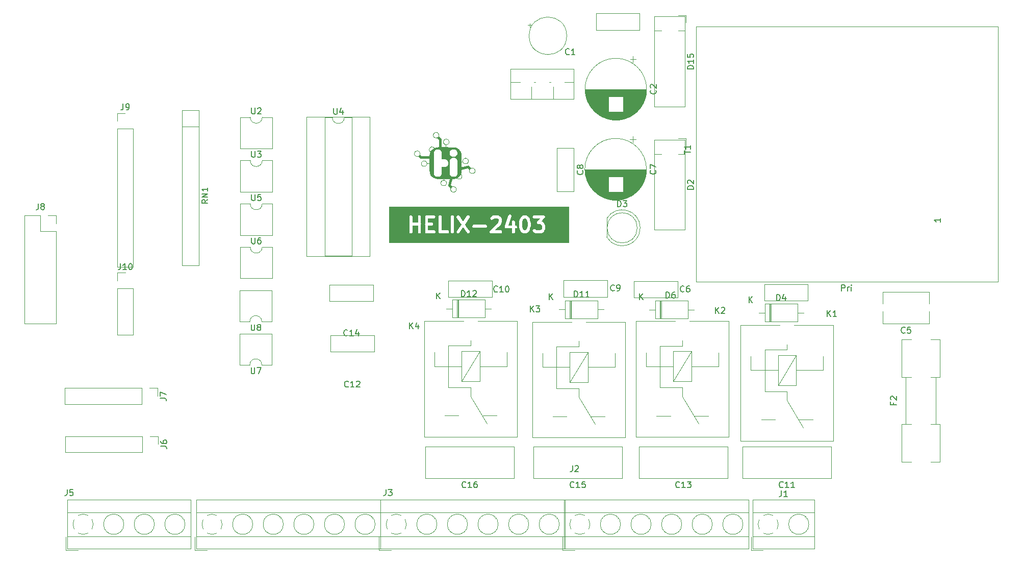
<source format=gbr>
%TF.GenerationSoftware,KiCad,Pcbnew,7.0.2*%
%TF.CreationDate,2024-03-07T12:51:37+05:30*%
%TF.ProjectId,helix2403,68656c69-7832-4343-9033-2e6b69636164,rev?*%
%TF.SameCoordinates,Original*%
%TF.FileFunction,Legend,Top*%
%TF.FilePolarity,Positive*%
%FSLAX46Y46*%
G04 Gerber Fmt 4.6, Leading zero omitted, Abs format (unit mm)*
G04 Created by KiCad (PCBNEW 7.0.2) date 2024-03-07 12:51:37*
%MOMM*%
%LPD*%
G01*
G04 APERTURE LIST*
%ADD10C,0.500000*%
%ADD11C,0.150000*%
%ADD12C,0.120000*%
G04 APERTURE END LIST*
D10*
G36*
X139179624Y-75943058D02*
G01*
X139241298Y-76004732D01*
X139329929Y-76181995D01*
X139434856Y-76601703D01*
X139434856Y-77135389D01*
X139329929Y-77555097D01*
X139241297Y-77732361D01*
X139179623Y-77794036D01*
X139030601Y-77868547D01*
X138910541Y-77868547D01*
X138761515Y-77794034D01*
X138699843Y-77732362D01*
X138611213Y-77555103D01*
X138506285Y-77135388D01*
X138506285Y-76601705D01*
X138611211Y-76181997D01*
X138699843Y-76004732D01*
X138761518Y-75943058D01*
X138910540Y-75868547D01*
X139030601Y-75868547D01*
X139179624Y-75943058D01*
G37*
G36*
X146303904Y-79944143D02*
G01*
X116434857Y-79944143D01*
X116434857Y-76846104D01*
X119784098Y-76846104D01*
X119791999Y-76863407D01*
X119792000Y-78154491D01*
X119822808Y-78259413D01*
X119933762Y-78355555D01*
X120079081Y-78376449D01*
X120212627Y-78315461D01*
X120292000Y-78191954D01*
X120292000Y-77059023D01*
X121220571Y-77059023D01*
X121220571Y-78154491D01*
X121251379Y-78259413D01*
X121362333Y-78355555D01*
X121507652Y-78376449D01*
X121641198Y-78315461D01*
X121720571Y-78191954D01*
X121720571Y-78155628D01*
X122403146Y-78155628D01*
X122426212Y-78206137D01*
X122441856Y-78259413D01*
X122456231Y-78271869D01*
X122464134Y-78289174D01*
X122510849Y-78319196D01*
X122552810Y-78355555D01*
X122571637Y-78358261D01*
X122587641Y-78368547D01*
X122643170Y-78368547D01*
X122698129Y-78376449D01*
X122715432Y-78368547D01*
X123887468Y-78368547D01*
X123992390Y-78337739D01*
X124088532Y-78226785D01*
X124098763Y-78155628D01*
X124665051Y-78155628D01*
X124688117Y-78206137D01*
X124703761Y-78259413D01*
X124718136Y-78271869D01*
X124726039Y-78289174D01*
X124772754Y-78319196D01*
X124814715Y-78355555D01*
X124833542Y-78358261D01*
X124849546Y-78368547D01*
X124905075Y-78368547D01*
X124960034Y-78376449D01*
X124977337Y-78368547D01*
X126149373Y-78368547D01*
X126254295Y-78337739D01*
X126350437Y-78226785D01*
X126360831Y-78154491D01*
X126696763Y-78154491D01*
X126727571Y-78259413D01*
X126838525Y-78355555D01*
X126983844Y-78376449D01*
X127117390Y-78315461D01*
X127196763Y-78191954D01*
X127196763Y-78114169D01*
X127638626Y-78114169D01*
X127677615Y-78255710D01*
X127786938Y-78353703D01*
X127931885Y-78377036D01*
X128066437Y-78318300D01*
X128732476Y-77319241D01*
X129377735Y-78287129D01*
X129461570Y-78357340D01*
X129607219Y-78375789D01*
X129739721Y-78312565D01*
X129817008Y-78187742D01*
X129816468Y-78155628D01*
X133117431Y-78155628D01*
X133129188Y-78181372D01*
X133131207Y-78209601D01*
X133159089Y-78246846D01*
X133178419Y-78289174D01*
X133202229Y-78304476D01*
X133219189Y-78327131D01*
X133262782Y-78343390D01*
X133301926Y-78368547D01*
X133330227Y-78368547D01*
X133356745Y-78378438D01*
X133402212Y-78368547D01*
X134958896Y-78368547D01*
X135063818Y-78337739D01*
X135159960Y-78226785D01*
X135180854Y-78081466D01*
X135119866Y-77947920D01*
X134996359Y-77868547D01*
X133978887Y-77868547D01*
X134525138Y-77322295D01*
X135617431Y-77322295D01*
X135623358Y-77335275D01*
X135622843Y-77349537D01*
X135653467Y-77401204D01*
X135678419Y-77455841D01*
X135690425Y-77463556D01*
X135697701Y-77475832D01*
X135751393Y-77502738D01*
X135801926Y-77535214D01*
X135816198Y-77535214D01*
X135828955Y-77541607D01*
X135888675Y-77535214D01*
X136815809Y-77535214D01*
X136815809Y-78154491D01*
X136846617Y-78259413D01*
X136957571Y-78355555D01*
X137102890Y-78376449D01*
X137236436Y-78315461D01*
X137315809Y-78191954D01*
X137315809Y-77535214D01*
X137458896Y-77535214D01*
X137563818Y-77504406D01*
X137659960Y-77393452D01*
X137680854Y-77248133D01*
X137638589Y-77155585D01*
X137995946Y-77155585D01*
X138006285Y-77196941D01*
X138006285Y-77202110D01*
X138014982Y-77231729D01*
X138121997Y-77659792D01*
X138118898Y-77688503D01*
X138139452Y-77729612D01*
X138141515Y-77737862D01*
X138155471Y-77761650D01*
X138256755Y-77964218D01*
X138265697Y-78005322D01*
X138314412Y-78054037D01*
X138361325Y-78104472D01*
X138366056Y-78105681D01*
X138414488Y-78154114D01*
X138435968Y-78190278D01*
X138497576Y-78221082D01*
X138558043Y-78254099D01*
X138562913Y-78253750D01*
X138727684Y-78336136D01*
X138778116Y-78368547D01*
X138829209Y-78368547D01*
X138879492Y-78377595D01*
X138901308Y-78368547D01*
X139076155Y-78368547D01*
X139135763Y-78374983D01*
X139181464Y-78352132D01*
X139230484Y-78337739D01*
X139245950Y-78319889D01*
X139411482Y-78237124D01*
X139452585Y-78228183D01*
X139501294Y-78179473D01*
X139551734Y-78132555D01*
X139552944Y-78127822D01*
X139601373Y-78079392D01*
X139637539Y-78057913D01*
X139668351Y-77996288D01*
X139701361Y-77935835D01*
X139701012Y-77930966D01*
X139735563Y-77861864D01*
X140258298Y-77861864D01*
X140289506Y-78005322D01*
X140438297Y-78154114D01*
X140459777Y-78190278D01*
X140521385Y-78221082D01*
X140581852Y-78254099D01*
X140586722Y-78253750D01*
X140751493Y-78336136D01*
X140801925Y-78368547D01*
X140853018Y-78368547D01*
X140903301Y-78377595D01*
X140925117Y-78368547D01*
X141576161Y-78368547D01*
X141635764Y-78374982D01*
X141681461Y-78352133D01*
X141730484Y-78337739D01*
X141745951Y-78319888D01*
X141911479Y-78237124D01*
X141952583Y-78228183D01*
X142001298Y-78179467D01*
X142051733Y-78132555D01*
X142052942Y-78127823D01*
X142101375Y-78079391D01*
X142137539Y-78057912D01*
X142168343Y-77996303D01*
X142201360Y-77935837D01*
X142201011Y-77930966D01*
X142283397Y-77766195D01*
X142315808Y-77715764D01*
X142315808Y-77664670D01*
X142324856Y-77614388D01*
X142315808Y-77592572D01*
X142315808Y-77060582D01*
X142322244Y-77000974D01*
X142299393Y-76955272D01*
X142285000Y-76906253D01*
X142267150Y-76890786D01*
X142184385Y-76725254D01*
X142175444Y-76684152D01*
X142126731Y-76635439D01*
X142079816Y-76585003D01*
X142075084Y-76583793D01*
X142026652Y-76535361D01*
X142005174Y-76499198D01*
X141943563Y-76468392D01*
X141883097Y-76435376D01*
X141878227Y-76435724D01*
X141742396Y-76367808D01*
X142206045Y-75837923D01*
X142206674Y-75837739D01*
X142254297Y-75782778D01*
X142277621Y-75756123D01*
X142277880Y-75755562D01*
X142302816Y-75726785D01*
X142308059Y-75690314D01*
X142323527Y-75656874D01*
X142318290Y-75619159D01*
X142323710Y-75581466D01*
X142308402Y-75547947D01*
X142303336Y-75511456D01*
X142278541Y-75482560D01*
X142262722Y-75447920D01*
X142231722Y-75427998D01*
X142207731Y-75400038D01*
X142171249Y-75389134D01*
X142139215Y-75368547D01*
X142102369Y-75368547D01*
X142067067Y-75357996D01*
X142030480Y-75368547D01*
X140482245Y-75368547D01*
X140377323Y-75399355D01*
X140281181Y-75510309D01*
X140260287Y-75655628D01*
X140321275Y-75789174D01*
X140444782Y-75868547D01*
X141514866Y-75868547D01*
X141092238Y-76351551D01*
X141091609Y-76351736D01*
X141043898Y-76406796D01*
X141020662Y-76433353D01*
X141020403Y-76433911D01*
X140995467Y-76462690D01*
X140990223Y-76499160D01*
X140974755Y-76532602D01*
X140979992Y-76570318D01*
X140974573Y-76608009D01*
X140989879Y-76641526D01*
X140994947Y-76678020D01*
X141019741Y-76706915D01*
X141035561Y-76741555D01*
X141066559Y-76761476D01*
X141090552Y-76789437D01*
X141127034Y-76800341D01*
X141159068Y-76820928D01*
X141195912Y-76820928D01*
X141231216Y-76831480D01*
X141267806Y-76820928D01*
X141530600Y-76820928D01*
X141679624Y-76895440D01*
X141741296Y-76957112D01*
X141815808Y-77106136D01*
X141815808Y-77583339D01*
X141741295Y-77732364D01*
X141679623Y-77794036D01*
X141530602Y-77868547D01*
X140934350Y-77868547D01*
X140785324Y-77794034D01*
X140669549Y-77678259D01*
X140573574Y-77625853D01*
X140427135Y-77636326D01*
X140309605Y-77724308D01*
X140258298Y-77861864D01*
X139735563Y-77861864D01*
X139769502Y-77793987D01*
X139790541Y-77774206D01*
X139801688Y-77729616D01*
X139805491Y-77722011D01*
X139810375Y-77694866D01*
X139917412Y-77266715D01*
X139934856Y-77239573D01*
X139934856Y-77196941D01*
X139936109Y-77191929D01*
X139934856Y-77161101D01*
X139934856Y-76612070D01*
X139945195Y-76581509D01*
X139934856Y-76540152D01*
X139934856Y-76534984D01*
X139926159Y-76505366D01*
X139819144Y-76077302D01*
X139822244Y-76048591D01*
X139801688Y-76007479D01*
X139799627Y-75999234D01*
X139785674Y-75975452D01*
X139684385Y-75772873D01*
X139675444Y-75731772D01*
X139626735Y-75683063D01*
X139579815Y-75632622D01*
X139575084Y-75631412D01*
X139526654Y-75582982D01*
X139505174Y-75546817D01*
X139443559Y-75516009D01*
X139383099Y-75482996D01*
X139378228Y-75483344D01*
X139213463Y-75400961D01*
X139163025Y-75368547D01*
X139111929Y-75368547D01*
X139061649Y-75359499D01*
X139039833Y-75368547D01*
X138864986Y-75368547D01*
X138805377Y-75362111D01*
X138759675Y-75384961D01*
X138710657Y-75399355D01*
X138695190Y-75417204D01*
X138529660Y-75499969D01*
X138488559Y-75508911D01*
X138439845Y-75557624D01*
X138389408Y-75604541D01*
X138388198Y-75609271D01*
X138339769Y-75657700D01*
X138303601Y-75679182D01*
X138272785Y-75740813D01*
X138239781Y-75801256D01*
X138240129Y-75806126D01*
X138171640Y-75943105D01*
X138150601Y-75962888D01*
X138139452Y-76007481D01*
X138135651Y-76015085D01*
X138130768Y-76042216D01*
X138023728Y-76470378D01*
X138006285Y-76497521D01*
X138006285Y-76540152D01*
X138005032Y-76545165D01*
X138006285Y-76575999D01*
X138006285Y-77125023D01*
X137995946Y-77155585D01*
X137638589Y-77155585D01*
X137619866Y-77114587D01*
X137496359Y-77035214D01*
X137315809Y-77035214D01*
X137315809Y-76415936D01*
X137285001Y-76311014D01*
X137174047Y-76214872D01*
X137028728Y-76193978D01*
X136895182Y-76254966D01*
X136815809Y-76378473D01*
X136815809Y-77035214D01*
X136222189Y-77035214D01*
X136719108Y-75544457D01*
X136723061Y-75435177D01*
X136648203Y-75308882D01*
X136516949Y-75243106D01*
X136370970Y-75258734D01*
X136256614Y-75350803D01*
X135653869Y-77159036D01*
X135638325Y-77176976D01*
X135631069Y-77227435D01*
X135626796Y-77240257D01*
X135625978Y-77262843D01*
X135617431Y-77322295D01*
X134525138Y-77322295D01*
X134971164Y-76876269D01*
X135017863Y-76838673D01*
X135034020Y-76790199D01*
X135058504Y-76745361D01*
X135056819Y-76721803D01*
X135150212Y-76441624D01*
X135172952Y-76406240D01*
X135172952Y-76337363D01*
X135175442Y-76268510D01*
X135172952Y-76264309D01*
X135172952Y-76108201D01*
X135179388Y-76048593D01*
X135156537Y-76002891D01*
X135142144Y-75953872D01*
X135124294Y-75938405D01*
X135041529Y-75772873D01*
X135032588Y-75731771D01*
X134983875Y-75683058D01*
X134936960Y-75632622D01*
X134932228Y-75631412D01*
X134883796Y-75582980D01*
X134862318Y-75546817D01*
X134800707Y-75516011D01*
X134740241Y-75482995D01*
X134735371Y-75483343D01*
X134570604Y-75400959D01*
X134520169Y-75368547D01*
X134469077Y-75368547D01*
X134418794Y-75359498D01*
X134396976Y-75368547D01*
X133864987Y-75368547D01*
X133805378Y-75362111D01*
X133759676Y-75384961D01*
X133710658Y-75399355D01*
X133695191Y-75417204D01*
X133529661Y-75499969D01*
X133488560Y-75508911D01*
X133439846Y-75557624D01*
X133389409Y-75604541D01*
X133388199Y-75609271D01*
X133292189Y-75705281D01*
X133239782Y-75801256D01*
X133250255Y-75947695D01*
X133338236Y-76065226D01*
X133475792Y-76116533D01*
X133619250Y-76085326D01*
X133761519Y-75943058D01*
X133910541Y-75868547D01*
X134387744Y-75868547D01*
X134536768Y-75943059D01*
X134598440Y-76004731D01*
X134672952Y-76153755D01*
X134672952Y-76292263D01*
X134585397Y-76554930D01*
X133243674Y-77896651D01*
X133234467Y-77899355D01*
X133192250Y-77948075D01*
X133173140Y-77967186D01*
X133168793Y-77975146D01*
X133138325Y-78010309D01*
X133134297Y-78038322D01*
X133120734Y-78063162D01*
X133124053Y-78109571D01*
X133117431Y-78155628D01*
X129816468Y-78155628D01*
X129814541Y-78040950D01*
X129256072Y-77203247D01*
X130260289Y-77203247D01*
X130321277Y-77336793D01*
X130444784Y-77416166D01*
X132458897Y-77416166D01*
X132563819Y-77385358D01*
X132659961Y-77274404D01*
X132680855Y-77129085D01*
X132619867Y-76995539D01*
X132496360Y-76916166D01*
X130482247Y-76916166D01*
X130377325Y-76946974D01*
X130281183Y-77057928D01*
X130260289Y-77203247D01*
X129256072Y-77203247D01*
X129032939Y-76868547D01*
X129793761Y-75727315D01*
X129826327Y-75622925D01*
X129787338Y-75481384D01*
X129678015Y-75383391D01*
X129533068Y-75360058D01*
X129398516Y-75418794D01*
X128732476Y-76417853D01*
X128087217Y-75449965D01*
X128003383Y-75379754D01*
X127857734Y-75361305D01*
X127725231Y-75424528D01*
X127647945Y-75549352D01*
X127650412Y-75696144D01*
X128432013Y-76868546D01*
X127671192Y-78009779D01*
X127638626Y-78114169D01*
X127196763Y-78114169D01*
X127196763Y-75582603D01*
X127165955Y-75477681D01*
X127055001Y-75381539D01*
X126909682Y-75360645D01*
X126776136Y-75421633D01*
X126696763Y-75545140D01*
X126696763Y-78154491D01*
X126360831Y-78154491D01*
X126371331Y-78081466D01*
X126310343Y-77947920D01*
X126186836Y-77868547D01*
X125172953Y-77868547D01*
X125172953Y-75582603D01*
X125142145Y-75477681D01*
X125031191Y-75381539D01*
X124885872Y-75360645D01*
X124752326Y-75421633D01*
X124672953Y-75545140D01*
X124672953Y-78100669D01*
X124665051Y-78155628D01*
X124098763Y-78155628D01*
X124109426Y-78081466D01*
X124048438Y-77947920D01*
X123924931Y-77868547D01*
X122911048Y-77868547D01*
X122911048Y-77059023D01*
X123530325Y-77059023D01*
X123635247Y-77028215D01*
X123731389Y-76917261D01*
X123752283Y-76771942D01*
X123691295Y-76638396D01*
X123567788Y-76559023D01*
X122911048Y-76559023D01*
X122911048Y-75868547D01*
X123887468Y-75868547D01*
X123992390Y-75837739D01*
X124088532Y-75726785D01*
X124109426Y-75581466D01*
X124048438Y-75447920D01*
X123924931Y-75368547D01*
X122678926Y-75368547D01*
X122623967Y-75360645D01*
X122573457Y-75383711D01*
X122520182Y-75399355D01*
X122507725Y-75413730D01*
X122490421Y-75421633D01*
X122460398Y-75468348D01*
X122424040Y-75510309D01*
X122421333Y-75529136D01*
X122411048Y-75545140D01*
X122411048Y-75600669D01*
X122403146Y-75655628D01*
X122411048Y-75672931D01*
X122411048Y-76791145D01*
X122403146Y-76846104D01*
X122411048Y-76863407D01*
X122411048Y-78100669D01*
X122403146Y-78155628D01*
X121720571Y-78155628D01*
X121720571Y-76826900D01*
X121728473Y-76771942D01*
X121720571Y-76754638D01*
X121720571Y-75582603D01*
X121689763Y-75477681D01*
X121578809Y-75381539D01*
X121433490Y-75360645D01*
X121299944Y-75421633D01*
X121220571Y-75545140D01*
X121220571Y-76559023D01*
X120292000Y-76559023D01*
X120292000Y-75582603D01*
X120261192Y-75477681D01*
X120150238Y-75381539D01*
X120004919Y-75360645D01*
X119871373Y-75421633D01*
X119792000Y-75545140D01*
X119792000Y-76791145D01*
X119784098Y-76846104D01*
X116434857Y-76846104D01*
X116434857Y-73979857D01*
X146303904Y-73979857D01*
X146303904Y-79944143D01*
G37*
D11*
%TO.C,C13*%
X164651142Y-120449380D02*
X164603523Y-120497000D01*
X164603523Y-120497000D02*
X164460666Y-120544619D01*
X164460666Y-120544619D02*
X164365428Y-120544619D01*
X164365428Y-120544619D02*
X164222571Y-120497000D01*
X164222571Y-120497000D02*
X164127333Y-120401761D01*
X164127333Y-120401761D02*
X164079714Y-120306523D01*
X164079714Y-120306523D02*
X164032095Y-120116047D01*
X164032095Y-120116047D02*
X164032095Y-119973190D01*
X164032095Y-119973190D02*
X164079714Y-119782714D01*
X164079714Y-119782714D02*
X164127333Y-119687476D01*
X164127333Y-119687476D02*
X164222571Y-119592238D01*
X164222571Y-119592238D02*
X164365428Y-119544619D01*
X164365428Y-119544619D02*
X164460666Y-119544619D01*
X164460666Y-119544619D02*
X164603523Y-119592238D01*
X164603523Y-119592238D02*
X164651142Y-119639857D01*
X165603523Y-120544619D02*
X165032095Y-120544619D01*
X165317809Y-120544619D02*
X165317809Y-119544619D01*
X165317809Y-119544619D02*
X165222571Y-119687476D01*
X165222571Y-119687476D02*
X165127333Y-119782714D01*
X165127333Y-119782714D02*
X165032095Y-119830333D01*
X165936857Y-119544619D02*
X166555904Y-119544619D01*
X166555904Y-119544619D02*
X166222571Y-119925571D01*
X166222571Y-119925571D02*
X166365428Y-119925571D01*
X166365428Y-119925571D02*
X166460666Y-119973190D01*
X166460666Y-119973190D02*
X166508285Y-120020809D01*
X166508285Y-120020809D02*
X166555904Y-120116047D01*
X166555904Y-120116047D02*
X166555904Y-120354142D01*
X166555904Y-120354142D02*
X166508285Y-120449380D01*
X166508285Y-120449380D02*
X166460666Y-120497000D01*
X166460666Y-120497000D02*
X166365428Y-120544619D01*
X166365428Y-120544619D02*
X166079714Y-120544619D01*
X166079714Y-120544619D02*
X165984476Y-120497000D01*
X165984476Y-120497000D02*
X165936857Y-120449380D01*
%TO.C,U3*%
X93609895Y-64732379D02*
X93609895Y-65541902D01*
X93609895Y-65541902D02*
X93657514Y-65637140D01*
X93657514Y-65637140D02*
X93705133Y-65684760D01*
X93705133Y-65684760D02*
X93800371Y-65732379D01*
X93800371Y-65732379D02*
X93990847Y-65732379D01*
X93990847Y-65732379D02*
X94086085Y-65684760D01*
X94086085Y-65684760D02*
X94133704Y-65637140D01*
X94133704Y-65637140D02*
X94181323Y-65541902D01*
X94181323Y-65541902D02*
X94181323Y-64732379D01*
X94562276Y-64732379D02*
X95181323Y-64732379D01*
X95181323Y-64732379D02*
X94847990Y-65113331D01*
X94847990Y-65113331D02*
X94990847Y-65113331D01*
X94990847Y-65113331D02*
X95086085Y-65160950D01*
X95086085Y-65160950D02*
X95133704Y-65208569D01*
X95133704Y-65208569D02*
X95181323Y-65303807D01*
X95181323Y-65303807D02*
X95181323Y-65541902D01*
X95181323Y-65541902D02*
X95133704Y-65637140D01*
X95133704Y-65637140D02*
X95086085Y-65684760D01*
X95086085Y-65684760D02*
X94990847Y-65732379D01*
X94990847Y-65732379D02*
X94705133Y-65732379D01*
X94705133Y-65732379D02*
X94609895Y-65684760D01*
X94609895Y-65684760D02*
X94562276Y-65637140D01*
%TO.C,K4*%
X119851905Y-94188619D02*
X119851905Y-93188619D01*
X120423333Y-94188619D02*
X119994762Y-93617190D01*
X120423333Y-93188619D02*
X119851905Y-93760047D01*
X121280476Y-93521952D02*
X121280476Y-94188619D01*
X121042381Y-93141000D02*
X120804286Y-93855285D01*
X120804286Y-93855285D02*
X121423333Y-93855285D01*
%TO.C,C9*%
X153824333Y-87802180D02*
X153776714Y-87849800D01*
X153776714Y-87849800D02*
X153633857Y-87897419D01*
X153633857Y-87897419D02*
X153538619Y-87897419D01*
X153538619Y-87897419D02*
X153395762Y-87849800D01*
X153395762Y-87849800D02*
X153300524Y-87754561D01*
X153300524Y-87754561D02*
X153252905Y-87659323D01*
X153252905Y-87659323D02*
X153205286Y-87468847D01*
X153205286Y-87468847D02*
X153205286Y-87325990D01*
X153205286Y-87325990D02*
X153252905Y-87135514D01*
X153252905Y-87135514D02*
X153300524Y-87040276D01*
X153300524Y-87040276D02*
X153395762Y-86945038D01*
X153395762Y-86945038D02*
X153538619Y-86897419D01*
X153538619Y-86897419D02*
X153633857Y-86897419D01*
X153633857Y-86897419D02*
X153776714Y-86945038D01*
X153776714Y-86945038D02*
X153824333Y-86992657D01*
X154300524Y-87897419D02*
X154491000Y-87897419D01*
X154491000Y-87897419D02*
X154586238Y-87849800D01*
X154586238Y-87849800D02*
X154633857Y-87802180D01*
X154633857Y-87802180D02*
X154729095Y-87659323D01*
X154729095Y-87659323D02*
X154776714Y-87468847D01*
X154776714Y-87468847D02*
X154776714Y-87087895D01*
X154776714Y-87087895D02*
X154729095Y-86992657D01*
X154729095Y-86992657D02*
X154681476Y-86945038D01*
X154681476Y-86945038D02*
X154586238Y-86897419D01*
X154586238Y-86897419D02*
X154395762Y-86897419D01*
X154395762Y-86897419D02*
X154300524Y-86945038D01*
X154300524Y-86945038D02*
X154252905Y-86992657D01*
X154252905Y-86992657D02*
X154205286Y-87087895D01*
X154205286Y-87087895D02*
X154205286Y-87325990D01*
X154205286Y-87325990D02*
X154252905Y-87421228D01*
X154252905Y-87421228D02*
X154300524Y-87468847D01*
X154300524Y-87468847D02*
X154395762Y-87516466D01*
X154395762Y-87516466D02*
X154586238Y-87516466D01*
X154586238Y-87516466D02*
X154681476Y-87468847D01*
X154681476Y-87468847D02*
X154729095Y-87421228D01*
X154729095Y-87421228D02*
X154776714Y-87325990D01*
%TO.C,J9*%
X72276066Y-56873419D02*
X72276066Y-57587704D01*
X72276066Y-57587704D02*
X72228447Y-57730561D01*
X72228447Y-57730561D02*
X72133209Y-57825800D01*
X72133209Y-57825800D02*
X71990352Y-57873419D01*
X71990352Y-57873419D02*
X71895114Y-57873419D01*
X72799876Y-57873419D02*
X72990352Y-57873419D01*
X72990352Y-57873419D02*
X73085590Y-57825800D01*
X73085590Y-57825800D02*
X73133209Y-57778180D01*
X73133209Y-57778180D02*
X73228447Y-57635323D01*
X73228447Y-57635323D02*
X73276066Y-57444847D01*
X73276066Y-57444847D02*
X73276066Y-57063895D01*
X73276066Y-57063895D02*
X73228447Y-56968657D01*
X73228447Y-56968657D02*
X73180828Y-56921038D01*
X73180828Y-56921038D02*
X73085590Y-56873419D01*
X73085590Y-56873419D02*
X72895114Y-56873419D01*
X72895114Y-56873419D02*
X72799876Y-56921038D01*
X72799876Y-56921038D02*
X72752257Y-56968657D01*
X72752257Y-56968657D02*
X72704638Y-57063895D01*
X72704638Y-57063895D02*
X72704638Y-57301990D01*
X72704638Y-57301990D02*
X72752257Y-57397228D01*
X72752257Y-57397228D02*
X72799876Y-57444847D01*
X72799876Y-57444847D02*
X72895114Y-57492466D01*
X72895114Y-57492466D02*
X73085590Y-57492466D01*
X73085590Y-57492466D02*
X73180828Y-57444847D01*
X73180828Y-57444847D02*
X73228447Y-57397228D01*
X73228447Y-57397228D02*
X73276066Y-57301990D01*
%TO.C,D12*%
X128452114Y-88848419D02*
X128452114Y-87848419D01*
X128452114Y-87848419D02*
X128690209Y-87848419D01*
X128690209Y-87848419D02*
X128833066Y-87896038D01*
X128833066Y-87896038D02*
X128928304Y-87991276D01*
X128928304Y-87991276D02*
X128975923Y-88086514D01*
X128975923Y-88086514D02*
X129023542Y-88276990D01*
X129023542Y-88276990D02*
X129023542Y-88419847D01*
X129023542Y-88419847D02*
X128975923Y-88610323D01*
X128975923Y-88610323D02*
X128928304Y-88705561D01*
X128928304Y-88705561D02*
X128833066Y-88800800D01*
X128833066Y-88800800D02*
X128690209Y-88848419D01*
X128690209Y-88848419D02*
X128452114Y-88848419D01*
X129975923Y-88848419D02*
X129404495Y-88848419D01*
X129690209Y-88848419D02*
X129690209Y-87848419D01*
X129690209Y-87848419D02*
X129594971Y-87991276D01*
X129594971Y-87991276D02*
X129499733Y-88086514D01*
X129499733Y-88086514D02*
X129404495Y-88134133D01*
X130356876Y-87943657D02*
X130404495Y-87896038D01*
X130404495Y-87896038D02*
X130499733Y-87848419D01*
X130499733Y-87848419D02*
X130737828Y-87848419D01*
X130737828Y-87848419D02*
X130833066Y-87896038D01*
X130833066Y-87896038D02*
X130880685Y-87943657D01*
X130880685Y-87943657D02*
X130928304Y-88038895D01*
X130928304Y-88038895D02*
X130928304Y-88134133D01*
X130928304Y-88134133D02*
X130880685Y-88276990D01*
X130880685Y-88276990D02*
X130309257Y-88848419D01*
X130309257Y-88848419D02*
X130928304Y-88848419D01*
X124324495Y-89218419D02*
X124324495Y-88218419D01*
X124895923Y-89218419D02*
X124467352Y-88646990D01*
X124895923Y-88218419D02*
X124324495Y-88789847D01*
%TO.C,J1*%
X181572266Y-121021619D02*
X181572266Y-121735904D01*
X181572266Y-121735904D02*
X181524647Y-121878761D01*
X181524647Y-121878761D02*
X181429409Y-121974000D01*
X181429409Y-121974000D02*
X181286552Y-122021619D01*
X181286552Y-122021619D02*
X181191314Y-122021619D01*
X182572266Y-122021619D02*
X182000838Y-122021619D01*
X182286552Y-122021619D02*
X182286552Y-121021619D01*
X182286552Y-121021619D02*
X182191314Y-121164476D01*
X182191314Y-121164476D02*
X182096076Y-121259714D01*
X182096076Y-121259714D02*
X182000838Y-121307333D01*
%TO.C,C12*%
X109674742Y-103764880D02*
X109627123Y-103812500D01*
X109627123Y-103812500D02*
X109484266Y-103860119D01*
X109484266Y-103860119D02*
X109389028Y-103860119D01*
X109389028Y-103860119D02*
X109246171Y-103812500D01*
X109246171Y-103812500D02*
X109150933Y-103717261D01*
X109150933Y-103717261D02*
X109103314Y-103622023D01*
X109103314Y-103622023D02*
X109055695Y-103431547D01*
X109055695Y-103431547D02*
X109055695Y-103288690D01*
X109055695Y-103288690D02*
X109103314Y-103098214D01*
X109103314Y-103098214D02*
X109150933Y-103002976D01*
X109150933Y-103002976D02*
X109246171Y-102907738D01*
X109246171Y-102907738D02*
X109389028Y-102860119D01*
X109389028Y-102860119D02*
X109484266Y-102860119D01*
X109484266Y-102860119D02*
X109627123Y-102907738D01*
X109627123Y-102907738D02*
X109674742Y-102955357D01*
X110627123Y-103860119D02*
X110055695Y-103860119D01*
X110341409Y-103860119D02*
X110341409Y-102860119D01*
X110341409Y-102860119D02*
X110246171Y-103002976D01*
X110246171Y-103002976D02*
X110150933Y-103098214D01*
X110150933Y-103098214D02*
X110055695Y-103145833D01*
X111008076Y-102955357D02*
X111055695Y-102907738D01*
X111055695Y-102907738D02*
X111150933Y-102860119D01*
X111150933Y-102860119D02*
X111389028Y-102860119D01*
X111389028Y-102860119D02*
X111484266Y-102907738D01*
X111484266Y-102907738D02*
X111531885Y-102955357D01*
X111531885Y-102955357D02*
X111579504Y-103050595D01*
X111579504Y-103050595D02*
X111579504Y-103145833D01*
X111579504Y-103145833D02*
X111531885Y-103288690D01*
X111531885Y-103288690D02*
X110960457Y-103860119D01*
X110960457Y-103860119D02*
X111579504Y-103860119D01*
%TO.C,C2*%
X160684580Y-54604189D02*
X160732200Y-54651808D01*
X160732200Y-54651808D02*
X160779819Y-54794665D01*
X160779819Y-54794665D02*
X160779819Y-54889903D01*
X160779819Y-54889903D02*
X160732200Y-55032760D01*
X160732200Y-55032760D02*
X160636961Y-55127998D01*
X160636961Y-55127998D02*
X160541723Y-55175617D01*
X160541723Y-55175617D02*
X160351247Y-55223236D01*
X160351247Y-55223236D02*
X160208390Y-55223236D01*
X160208390Y-55223236D02*
X160017914Y-55175617D01*
X160017914Y-55175617D02*
X159922676Y-55127998D01*
X159922676Y-55127998D02*
X159827438Y-55032760D01*
X159827438Y-55032760D02*
X159779819Y-54889903D01*
X159779819Y-54889903D02*
X159779819Y-54794665D01*
X159779819Y-54794665D02*
X159827438Y-54651808D01*
X159827438Y-54651808D02*
X159875057Y-54604189D01*
X159875057Y-54223236D02*
X159827438Y-54175617D01*
X159827438Y-54175617D02*
X159779819Y-54080379D01*
X159779819Y-54080379D02*
X159779819Y-53842284D01*
X159779819Y-53842284D02*
X159827438Y-53747046D01*
X159827438Y-53747046D02*
X159875057Y-53699427D01*
X159875057Y-53699427D02*
X159970295Y-53651808D01*
X159970295Y-53651808D02*
X160065533Y-53651808D01*
X160065533Y-53651808D02*
X160208390Y-53699427D01*
X160208390Y-53699427D02*
X160779819Y-54270855D01*
X160779819Y-54270855D02*
X160779819Y-53651808D01*
%TO.C,D11*%
X147188714Y-88913419D02*
X147188714Y-87913419D01*
X147188714Y-87913419D02*
X147426809Y-87913419D01*
X147426809Y-87913419D02*
X147569666Y-87961038D01*
X147569666Y-87961038D02*
X147664904Y-88056276D01*
X147664904Y-88056276D02*
X147712523Y-88151514D01*
X147712523Y-88151514D02*
X147760142Y-88341990D01*
X147760142Y-88341990D02*
X147760142Y-88484847D01*
X147760142Y-88484847D02*
X147712523Y-88675323D01*
X147712523Y-88675323D02*
X147664904Y-88770561D01*
X147664904Y-88770561D02*
X147569666Y-88865800D01*
X147569666Y-88865800D02*
X147426809Y-88913419D01*
X147426809Y-88913419D02*
X147188714Y-88913419D01*
X148712523Y-88913419D02*
X148141095Y-88913419D01*
X148426809Y-88913419D02*
X148426809Y-87913419D01*
X148426809Y-87913419D02*
X148331571Y-88056276D01*
X148331571Y-88056276D02*
X148236333Y-88151514D01*
X148236333Y-88151514D02*
X148141095Y-88199133D01*
X149664904Y-88913419D02*
X149093476Y-88913419D01*
X149379190Y-88913419D02*
X149379190Y-87913419D01*
X149379190Y-87913419D02*
X149283952Y-88056276D01*
X149283952Y-88056276D02*
X149188714Y-88151514D01*
X149188714Y-88151514D02*
X149093476Y-88199133D01*
X143015895Y-89353419D02*
X143015895Y-88353419D01*
X143587323Y-89353419D02*
X143158752Y-88781990D01*
X143587323Y-88353419D02*
X143015895Y-88924847D01*
%TO.C,D6*%
X162422305Y-89085219D02*
X162422305Y-88085219D01*
X162422305Y-88085219D02*
X162660400Y-88085219D01*
X162660400Y-88085219D02*
X162803257Y-88132838D01*
X162803257Y-88132838D02*
X162898495Y-88228076D01*
X162898495Y-88228076D02*
X162946114Y-88323314D01*
X162946114Y-88323314D02*
X162993733Y-88513790D01*
X162993733Y-88513790D02*
X162993733Y-88656647D01*
X162993733Y-88656647D02*
X162946114Y-88847123D01*
X162946114Y-88847123D02*
X162898495Y-88942361D01*
X162898495Y-88942361D02*
X162803257Y-89037600D01*
X162803257Y-89037600D02*
X162660400Y-89085219D01*
X162660400Y-89085219D02*
X162422305Y-89085219D01*
X163850876Y-88085219D02*
X163660400Y-88085219D01*
X163660400Y-88085219D02*
X163565162Y-88132838D01*
X163565162Y-88132838D02*
X163517543Y-88180457D01*
X163517543Y-88180457D02*
X163422305Y-88323314D01*
X163422305Y-88323314D02*
X163374686Y-88513790D01*
X163374686Y-88513790D02*
X163374686Y-88894742D01*
X163374686Y-88894742D02*
X163422305Y-88989980D01*
X163422305Y-88989980D02*
X163469924Y-89037600D01*
X163469924Y-89037600D02*
X163565162Y-89085219D01*
X163565162Y-89085219D02*
X163755638Y-89085219D01*
X163755638Y-89085219D02*
X163850876Y-89037600D01*
X163850876Y-89037600D02*
X163898495Y-88989980D01*
X163898495Y-88989980D02*
X163946114Y-88894742D01*
X163946114Y-88894742D02*
X163946114Y-88656647D01*
X163946114Y-88656647D02*
X163898495Y-88561409D01*
X163898495Y-88561409D02*
X163850876Y-88513790D01*
X163850876Y-88513790D02*
X163755638Y-88466171D01*
X163755638Y-88466171D02*
X163565162Y-88466171D01*
X163565162Y-88466171D02*
X163469924Y-88513790D01*
X163469924Y-88513790D02*
X163422305Y-88561409D01*
X163422305Y-88561409D02*
X163374686Y-88656647D01*
X157996295Y-89372819D02*
X157996295Y-88372819D01*
X158567723Y-89372819D02*
X158139152Y-88801390D01*
X158567723Y-88372819D02*
X157996295Y-88944247D01*
%TO.C,U7*%
X93539095Y-100649419D02*
X93539095Y-101458942D01*
X93539095Y-101458942D02*
X93586714Y-101554180D01*
X93586714Y-101554180D02*
X93634333Y-101601800D01*
X93634333Y-101601800D02*
X93729571Y-101649419D01*
X93729571Y-101649419D02*
X93920047Y-101649419D01*
X93920047Y-101649419D02*
X94015285Y-101601800D01*
X94015285Y-101601800D02*
X94062904Y-101554180D01*
X94062904Y-101554180D02*
X94110523Y-101458942D01*
X94110523Y-101458942D02*
X94110523Y-100649419D01*
X94491476Y-100649419D02*
X95158142Y-100649419D01*
X95158142Y-100649419D02*
X94729571Y-101649419D01*
%TO.C,C8*%
X148552580Y-67959266D02*
X148600200Y-68006885D01*
X148600200Y-68006885D02*
X148647819Y-68149742D01*
X148647819Y-68149742D02*
X148647819Y-68244980D01*
X148647819Y-68244980D02*
X148600200Y-68387837D01*
X148600200Y-68387837D02*
X148504961Y-68483075D01*
X148504961Y-68483075D02*
X148409723Y-68530694D01*
X148409723Y-68530694D02*
X148219247Y-68578313D01*
X148219247Y-68578313D02*
X148076390Y-68578313D01*
X148076390Y-68578313D02*
X147885914Y-68530694D01*
X147885914Y-68530694D02*
X147790676Y-68483075D01*
X147790676Y-68483075D02*
X147695438Y-68387837D01*
X147695438Y-68387837D02*
X147647819Y-68244980D01*
X147647819Y-68244980D02*
X147647819Y-68149742D01*
X147647819Y-68149742D02*
X147695438Y-68006885D01*
X147695438Y-68006885D02*
X147743057Y-67959266D01*
X148076390Y-67387837D02*
X148028771Y-67483075D01*
X148028771Y-67483075D02*
X147981152Y-67530694D01*
X147981152Y-67530694D02*
X147885914Y-67578313D01*
X147885914Y-67578313D02*
X147838295Y-67578313D01*
X147838295Y-67578313D02*
X147743057Y-67530694D01*
X147743057Y-67530694D02*
X147695438Y-67483075D01*
X147695438Y-67483075D02*
X147647819Y-67387837D01*
X147647819Y-67387837D02*
X147647819Y-67197361D01*
X147647819Y-67197361D02*
X147695438Y-67102123D01*
X147695438Y-67102123D02*
X147743057Y-67054504D01*
X147743057Y-67054504D02*
X147838295Y-67006885D01*
X147838295Y-67006885D02*
X147885914Y-67006885D01*
X147885914Y-67006885D02*
X147981152Y-67054504D01*
X147981152Y-67054504D02*
X148028771Y-67102123D01*
X148028771Y-67102123D02*
X148076390Y-67197361D01*
X148076390Y-67197361D02*
X148076390Y-67387837D01*
X148076390Y-67387837D02*
X148124009Y-67483075D01*
X148124009Y-67483075D02*
X148171628Y-67530694D01*
X148171628Y-67530694D02*
X148266866Y-67578313D01*
X148266866Y-67578313D02*
X148457342Y-67578313D01*
X148457342Y-67578313D02*
X148552580Y-67530694D01*
X148552580Y-67530694D02*
X148600200Y-67483075D01*
X148600200Y-67483075D02*
X148647819Y-67387837D01*
X148647819Y-67387837D02*
X148647819Y-67197361D01*
X148647819Y-67197361D02*
X148600200Y-67102123D01*
X148600200Y-67102123D02*
X148552580Y-67054504D01*
X148552580Y-67054504D02*
X148457342Y-67006885D01*
X148457342Y-67006885D02*
X148266866Y-67006885D01*
X148266866Y-67006885D02*
X148171628Y-67054504D01*
X148171628Y-67054504D02*
X148124009Y-67102123D01*
X148124009Y-67102123D02*
X148076390Y-67197361D01*
%TO.C,U6*%
X93609895Y-79085899D02*
X93609895Y-79895422D01*
X93609895Y-79895422D02*
X93657514Y-79990660D01*
X93657514Y-79990660D02*
X93705133Y-80038280D01*
X93705133Y-80038280D02*
X93800371Y-80085899D01*
X93800371Y-80085899D02*
X93990847Y-80085899D01*
X93990847Y-80085899D02*
X94086085Y-80038280D01*
X94086085Y-80038280D02*
X94133704Y-79990660D01*
X94133704Y-79990660D02*
X94181323Y-79895422D01*
X94181323Y-79895422D02*
X94181323Y-79085899D01*
X95086085Y-79085899D02*
X94895609Y-79085899D01*
X94895609Y-79085899D02*
X94800371Y-79133518D01*
X94800371Y-79133518D02*
X94752752Y-79181137D01*
X94752752Y-79181137D02*
X94657514Y-79323994D01*
X94657514Y-79323994D02*
X94609895Y-79514470D01*
X94609895Y-79514470D02*
X94609895Y-79895422D01*
X94609895Y-79895422D02*
X94657514Y-79990660D01*
X94657514Y-79990660D02*
X94705133Y-80038280D01*
X94705133Y-80038280D02*
X94800371Y-80085899D01*
X94800371Y-80085899D02*
X94990847Y-80085899D01*
X94990847Y-80085899D02*
X95086085Y-80038280D01*
X95086085Y-80038280D02*
X95133704Y-79990660D01*
X95133704Y-79990660D02*
X95181323Y-79895422D01*
X95181323Y-79895422D02*
X95181323Y-79657327D01*
X95181323Y-79657327D02*
X95133704Y-79562089D01*
X95133704Y-79562089D02*
X95086085Y-79514470D01*
X95086085Y-79514470D02*
X94990847Y-79466851D01*
X94990847Y-79466851D02*
X94800371Y-79466851D01*
X94800371Y-79466851D02*
X94705133Y-79514470D01*
X94705133Y-79514470D02*
X94657514Y-79562089D01*
X94657514Y-79562089D02*
X94609895Y-79657327D01*
%TO.C,C16*%
X129171142Y-120449380D02*
X129123523Y-120497000D01*
X129123523Y-120497000D02*
X128980666Y-120544619D01*
X128980666Y-120544619D02*
X128885428Y-120544619D01*
X128885428Y-120544619D02*
X128742571Y-120497000D01*
X128742571Y-120497000D02*
X128647333Y-120401761D01*
X128647333Y-120401761D02*
X128599714Y-120306523D01*
X128599714Y-120306523D02*
X128552095Y-120116047D01*
X128552095Y-120116047D02*
X128552095Y-119973190D01*
X128552095Y-119973190D02*
X128599714Y-119782714D01*
X128599714Y-119782714D02*
X128647333Y-119687476D01*
X128647333Y-119687476D02*
X128742571Y-119592238D01*
X128742571Y-119592238D02*
X128885428Y-119544619D01*
X128885428Y-119544619D02*
X128980666Y-119544619D01*
X128980666Y-119544619D02*
X129123523Y-119592238D01*
X129123523Y-119592238D02*
X129171142Y-119639857D01*
X130123523Y-120544619D02*
X129552095Y-120544619D01*
X129837809Y-120544619D02*
X129837809Y-119544619D01*
X129837809Y-119544619D02*
X129742571Y-119687476D01*
X129742571Y-119687476D02*
X129647333Y-119782714D01*
X129647333Y-119782714D02*
X129552095Y-119830333D01*
X130980666Y-119544619D02*
X130790190Y-119544619D01*
X130790190Y-119544619D02*
X130694952Y-119592238D01*
X130694952Y-119592238D02*
X130647333Y-119639857D01*
X130647333Y-119639857D02*
X130552095Y-119782714D01*
X130552095Y-119782714D02*
X130504476Y-119973190D01*
X130504476Y-119973190D02*
X130504476Y-120354142D01*
X130504476Y-120354142D02*
X130552095Y-120449380D01*
X130552095Y-120449380D02*
X130599714Y-120497000D01*
X130599714Y-120497000D02*
X130694952Y-120544619D01*
X130694952Y-120544619D02*
X130885428Y-120544619D01*
X130885428Y-120544619D02*
X130980666Y-120497000D01*
X130980666Y-120497000D02*
X131028285Y-120449380D01*
X131028285Y-120449380D02*
X131075904Y-120354142D01*
X131075904Y-120354142D02*
X131075904Y-120116047D01*
X131075904Y-120116047D02*
X131028285Y-120020809D01*
X131028285Y-120020809D02*
X130980666Y-119973190D01*
X130980666Y-119973190D02*
X130885428Y-119925571D01*
X130885428Y-119925571D02*
X130694952Y-119925571D01*
X130694952Y-119925571D02*
X130599714Y-119973190D01*
X130599714Y-119973190D02*
X130552095Y-120020809D01*
X130552095Y-120020809D02*
X130504476Y-120116047D01*
%TO.C,D4*%
X180790305Y-89508819D02*
X180790305Y-88508819D01*
X180790305Y-88508819D02*
X181028400Y-88508819D01*
X181028400Y-88508819D02*
X181171257Y-88556438D01*
X181171257Y-88556438D02*
X181266495Y-88651676D01*
X181266495Y-88651676D02*
X181314114Y-88746914D01*
X181314114Y-88746914D02*
X181361733Y-88937390D01*
X181361733Y-88937390D02*
X181361733Y-89080247D01*
X181361733Y-89080247D02*
X181314114Y-89270723D01*
X181314114Y-89270723D02*
X181266495Y-89365961D01*
X181266495Y-89365961D02*
X181171257Y-89461200D01*
X181171257Y-89461200D02*
X181028400Y-89508819D01*
X181028400Y-89508819D02*
X180790305Y-89508819D01*
X182218876Y-88842152D02*
X182218876Y-89508819D01*
X181980781Y-88461200D02*
X181742686Y-89175485D01*
X181742686Y-89175485D02*
X182361733Y-89175485D01*
X176186495Y-89878819D02*
X176186495Y-88878819D01*
X176757923Y-89878819D02*
X176329352Y-89307390D01*
X176757923Y-88878819D02*
X176186495Y-89450247D01*
%TO.C,K1*%
X189193905Y-92156619D02*
X189193905Y-91156619D01*
X189765333Y-92156619D02*
X189336762Y-91585190D01*
X189765333Y-91156619D02*
X189193905Y-91728047D01*
X190717714Y-92156619D02*
X190146286Y-92156619D01*
X190432000Y-92156619D02*
X190432000Y-91156619D01*
X190432000Y-91156619D02*
X190336762Y-91299476D01*
X190336762Y-91299476D02*
X190241524Y-91394714D01*
X190241524Y-91394714D02*
X190146286Y-91442333D01*
%TO.C,C5*%
X202084333Y-94820780D02*
X202036714Y-94868400D01*
X202036714Y-94868400D02*
X201893857Y-94916019D01*
X201893857Y-94916019D02*
X201798619Y-94916019D01*
X201798619Y-94916019D02*
X201655762Y-94868400D01*
X201655762Y-94868400D02*
X201560524Y-94773161D01*
X201560524Y-94773161D02*
X201512905Y-94677923D01*
X201512905Y-94677923D02*
X201465286Y-94487447D01*
X201465286Y-94487447D02*
X201465286Y-94344590D01*
X201465286Y-94344590D02*
X201512905Y-94154114D01*
X201512905Y-94154114D02*
X201560524Y-94058876D01*
X201560524Y-94058876D02*
X201655762Y-93963638D01*
X201655762Y-93963638D02*
X201798619Y-93916019D01*
X201798619Y-93916019D02*
X201893857Y-93916019D01*
X201893857Y-93916019D02*
X202036714Y-93963638D01*
X202036714Y-93963638D02*
X202084333Y-94011257D01*
X202989095Y-93916019D02*
X202512905Y-93916019D01*
X202512905Y-93916019D02*
X202465286Y-94392209D01*
X202465286Y-94392209D02*
X202512905Y-94344590D01*
X202512905Y-94344590D02*
X202608143Y-94296971D01*
X202608143Y-94296971D02*
X202846238Y-94296971D01*
X202846238Y-94296971D02*
X202941476Y-94344590D01*
X202941476Y-94344590D02*
X202989095Y-94392209D01*
X202989095Y-94392209D02*
X203036714Y-94487447D01*
X203036714Y-94487447D02*
X203036714Y-94725542D01*
X203036714Y-94725542D02*
X202989095Y-94820780D01*
X202989095Y-94820780D02*
X202941476Y-94868400D01*
X202941476Y-94868400D02*
X202846238Y-94916019D01*
X202846238Y-94916019D02*
X202608143Y-94916019D01*
X202608143Y-94916019D02*
X202512905Y-94868400D01*
X202512905Y-94868400D02*
X202465286Y-94820780D01*
%TO.C,U2*%
X93609895Y-57555619D02*
X93609895Y-58365142D01*
X93609895Y-58365142D02*
X93657514Y-58460380D01*
X93657514Y-58460380D02*
X93705133Y-58508000D01*
X93705133Y-58508000D02*
X93800371Y-58555619D01*
X93800371Y-58555619D02*
X93990847Y-58555619D01*
X93990847Y-58555619D02*
X94086085Y-58508000D01*
X94086085Y-58508000D02*
X94133704Y-58460380D01*
X94133704Y-58460380D02*
X94181323Y-58365142D01*
X94181323Y-58365142D02*
X94181323Y-57555619D01*
X94609895Y-57650857D02*
X94657514Y-57603238D01*
X94657514Y-57603238D02*
X94752752Y-57555619D01*
X94752752Y-57555619D02*
X94990847Y-57555619D01*
X94990847Y-57555619D02*
X95086085Y-57603238D01*
X95086085Y-57603238D02*
X95133704Y-57650857D01*
X95133704Y-57650857D02*
X95181323Y-57746095D01*
X95181323Y-57746095D02*
X95181323Y-57841333D01*
X95181323Y-57841333D02*
X95133704Y-57984190D01*
X95133704Y-57984190D02*
X94562276Y-58555619D01*
X94562276Y-58555619D02*
X95181323Y-58555619D01*
%TO.C,C10*%
X134428142Y-87997380D02*
X134380523Y-88045000D01*
X134380523Y-88045000D02*
X134237666Y-88092619D01*
X134237666Y-88092619D02*
X134142428Y-88092619D01*
X134142428Y-88092619D02*
X133999571Y-88045000D01*
X133999571Y-88045000D02*
X133904333Y-87949761D01*
X133904333Y-87949761D02*
X133856714Y-87854523D01*
X133856714Y-87854523D02*
X133809095Y-87664047D01*
X133809095Y-87664047D02*
X133809095Y-87521190D01*
X133809095Y-87521190D02*
X133856714Y-87330714D01*
X133856714Y-87330714D02*
X133904333Y-87235476D01*
X133904333Y-87235476D02*
X133999571Y-87140238D01*
X133999571Y-87140238D02*
X134142428Y-87092619D01*
X134142428Y-87092619D02*
X134237666Y-87092619D01*
X134237666Y-87092619D02*
X134380523Y-87140238D01*
X134380523Y-87140238D02*
X134428142Y-87187857D01*
X135380523Y-88092619D02*
X134809095Y-88092619D01*
X135094809Y-88092619D02*
X135094809Y-87092619D01*
X135094809Y-87092619D02*
X134999571Y-87235476D01*
X134999571Y-87235476D02*
X134904333Y-87330714D01*
X134904333Y-87330714D02*
X134809095Y-87378333D01*
X135999571Y-87092619D02*
X136094809Y-87092619D01*
X136094809Y-87092619D02*
X136190047Y-87140238D01*
X136190047Y-87140238D02*
X136237666Y-87187857D01*
X136237666Y-87187857D02*
X136285285Y-87283095D01*
X136285285Y-87283095D02*
X136332904Y-87473571D01*
X136332904Y-87473571D02*
X136332904Y-87711666D01*
X136332904Y-87711666D02*
X136285285Y-87902142D01*
X136285285Y-87902142D02*
X136237666Y-87997380D01*
X136237666Y-87997380D02*
X136190047Y-88045000D01*
X136190047Y-88045000D02*
X136094809Y-88092619D01*
X136094809Y-88092619D02*
X135999571Y-88092619D01*
X135999571Y-88092619D02*
X135904333Y-88045000D01*
X135904333Y-88045000D02*
X135856714Y-87997380D01*
X135856714Y-87997380D02*
X135809095Y-87902142D01*
X135809095Y-87902142D02*
X135761476Y-87711666D01*
X135761476Y-87711666D02*
X135761476Y-87473571D01*
X135761476Y-87473571D02*
X135809095Y-87283095D01*
X135809095Y-87283095D02*
X135856714Y-87187857D01*
X135856714Y-87187857D02*
X135904333Y-87140238D01*
X135904333Y-87140238D02*
X135999571Y-87092619D01*
%TO.C,C6*%
X165406733Y-87973980D02*
X165359114Y-88021600D01*
X165359114Y-88021600D02*
X165216257Y-88069219D01*
X165216257Y-88069219D02*
X165121019Y-88069219D01*
X165121019Y-88069219D02*
X164978162Y-88021600D01*
X164978162Y-88021600D02*
X164882924Y-87926361D01*
X164882924Y-87926361D02*
X164835305Y-87831123D01*
X164835305Y-87831123D02*
X164787686Y-87640647D01*
X164787686Y-87640647D02*
X164787686Y-87497790D01*
X164787686Y-87497790D02*
X164835305Y-87307314D01*
X164835305Y-87307314D02*
X164882924Y-87212076D01*
X164882924Y-87212076D02*
X164978162Y-87116838D01*
X164978162Y-87116838D02*
X165121019Y-87069219D01*
X165121019Y-87069219D02*
X165216257Y-87069219D01*
X165216257Y-87069219D02*
X165359114Y-87116838D01*
X165359114Y-87116838D02*
X165406733Y-87164457D01*
X166263876Y-87069219D02*
X166073400Y-87069219D01*
X166073400Y-87069219D02*
X165978162Y-87116838D01*
X165978162Y-87116838D02*
X165930543Y-87164457D01*
X165930543Y-87164457D02*
X165835305Y-87307314D01*
X165835305Y-87307314D02*
X165787686Y-87497790D01*
X165787686Y-87497790D02*
X165787686Y-87878742D01*
X165787686Y-87878742D02*
X165835305Y-87973980D01*
X165835305Y-87973980D02*
X165882924Y-88021600D01*
X165882924Y-88021600D02*
X165978162Y-88069219D01*
X165978162Y-88069219D02*
X166168638Y-88069219D01*
X166168638Y-88069219D02*
X166263876Y-88021600D01*
X166263876Y-88021600D02*
X166311495Y-87973980D01*
X166311495Y-87973980D02*
X166359114Y-87878742D01*
X166359114Y-87878742D02*
X166359114Y-87640647D01*
X166359114Y-87640647D02*
X166311495Y-87545409D01*
X166311495Y-87545409D02*
X166263876Y-87497790D01*
X166263876Y-87497790D02*
X166168638Y-87450171D01*
X166168638Y-87450171D02*
X165978162Y-87450171D01*
X165978162Y-87450171D02*
X165882924Y-87497790D01*
X165882924Y-87497790D02*
X165835305Y-87545409D01*
X165835305Y-87545409D02*
X165787686Y-87640647D01*
%TO.C,C7*%
X160659180Y-67888389D02*
X160706800Y-67936008D01*
X160706800Y-67936008D02*
X160754419Y-68078865D01*
X160754419Y-68078865D02*
X160754419Y-68174103D01*
X160754419Y-68174103D02*
X160706800Y-68316960D01*
X160706800Y-68316960D02*
X160611561Y-68412198D01*
X160611561Y-68412198D02*
X160516323Y-68459817D01*
X160516323Y-68459817D02*
X160325847Y-68507436D01*
X160325847Y-68507436D02*
X160182990Y-68507436D01*
X160182990Y-68507436D02*
X159992514Y-68459817D01*
X159992514Y-68459817D02*
X159897276Y-68412198D01*
X159897276Y-68412198D02*
X159802038Y-68316960D01*
X159802038Y-68316960D02*
X159754419Y-68174103D01*
X159754419Y-68174103D02*
X159754419Y-68078865D01*
X159754419Y-68078865D02*
X159802038Y-67936008D01*
X159802038Y-67936008D02*
X159849657Y-67888389D01*
X159754419Y-67555055D02*
X159754419Y-66888389D01*
X159754419Y-66888389D02*
X160754419Y-67316960D01*
%TO.C,J10*%
X71825276Y-83365619D02*
X71825276Y-84079904D01*
X71825276Y-84079904D02*
X71777657Y-84222761D01*
X71777657Y-84222761D02*
X71682419Y-84318000D01*
X71682419Y-84318000D02*
X71539562Y-84365619D01*
X71539562Y-84365619D02*
X71444324Y-84365619D01*
X72825276Y-84365619D02*
X72253848Y-84365619D01*
X72539562Y-84365619D02*
X72539562Y-83365619D01*
X72539562Y-83365619D02*
X72444324Y-83508476D01*
X72444324Y-83508476D02*
X72349086Y-83603714D01*
X72349086Y-83603714D02*
X72253848Y-83651333D01*
X73444324Y-83365619D02*
X73539562Y-83365619D01*
X73539562Y-83365619D02*
X73634800Y-83413238D01*
X73634800Y-83413238D02*
X73682419Y-83460857D01*
X73682419Y-83460857D02*
X73730038Y-83556095D01*
X73730038Y-83556095D02*
X73777657Y-83746571D01*
X73777657Y-83746571D02*
X73777657Y-83984666D01*
X73777657Y-83984666D02*
X73730038Y-84175142D01*
X73730038Y-84175142D02*
X73682419Y-84270380D01*
X73682419Y-84270380D02*
X73634800Y-84318000D01*
X73634800Y-84318000D02*
X73539562Y-84365619D01*
X73539562Y-84365619D02*
X73444324Y-84365619D01*
X73444324Y-84365619D02*
X73349086Y-84318000D01*
X73349086Y-84318000D02*
X73301467Y-84270380D01*
X73301467Y-84270380D02*
X73253848Y-84175142D01*
X73253848Y-84175142D02*
X73206229Y-83984666D01*
X73206229Y-83984666D02*
X73206229Y-83746571D01*
X73206229Y-83746571D02*
X73253848Y-83556095D01*
X73253848Y-83556095D02*
X73301467Y-83460857D01*
X73301467Y-83460857D02*
X73349086Y-83413238D01*
X73349086Y-83413238D02*
X73444324Y-83365619D01*
%TO.C,U5*%
X93609895Y-71909139D02*
X93609895Y-72718662D01*
X93609895Y-72718662D02*
X93657514Y-72813900D01*
X93657514Y-72813900D02*
X93705133Y-72861520D01*
X93705133Y-72861520D02*
X93800371Y-72909139D01*
X93800371Y-72909139D02*
X93990847Y-72909139D01*
X93990847Y-72909139D02*
X94086085Y-72861520D01*
X94086085Y-72861520D02*
X94133704Y-72813900D01*
X94133704Y-72813900D02*
X94181323Y-72718662D01*
X94181323Y-72718662D02*
X94181323Y-71909139D01*
X95133704Y-71909139D02*
X94657514Y-71909139D01*
X94657514Y-71909139D02*
X94609895Y-72385329D01*
X94609895Y-72385329D02*
X94657514Y-72337710D01*
X94657514Y-72337710D02*
X94752752Y-72290091D01*
X94752752Y-72290091D02*
X94990847Y-72290091D01*
X94990847Y-72290091D02*
X95086085Y-72337710D01*
X95086085Y-72337710D02*
X95133704Y-72385329D01*
X95133704Y-72385329D02*
X95181323Y-72480567D01*
X95181323Y-72480567D02*
X95181323Y-72718662D01*
X95181323Y-72718662D02*
X95133704Y-72813900D01*
X95133704Y-72813900D02*
X95086085Y-72861520D01*
X95086085Y-72861520D02*
X94990847Y-72909139D01*
X94990847Y-72909139D02*
X94752752Y-72909139D01*
X94752752Y-72909139D02*
X94657514Y-72861520D01*
X94657514Y-72861520D02*
X94609895Y-72813900D01*
%TO.C,J2*%
X146875866Y-116892819D02*
X146875866Y-117607104D01*
X146875866Y-117607104D02*
X146828247Y-117749961D01*
X146828247Y-117749961D02*
X146733009Y-117845200D01*
X146733009Y-117845200D02*
X146590152Y-117892819D01*
X146590152Y-117892819D02*
X146494914Y-117892819D01*
X147304438Y-116988057D02*
X147352057Y-116940438D01*
X147352057Y-116940438D02*
X147447295Y-116892819D01*
X147447295Y-116892819D02*
X147685390Y-116892819D01*
X147685390Y-116892819D02*
X147780628Y-116940438D01*
X147780628Y-116940438D02*
X147828247Y-116988057D01*
X147828247Y-116988057D02*
X147875866Y-117083295D01*
X147875866Y-117083295D02*
X147875866Y-117178533D01*
X147875866Y-117178533D02*
X147828247Y-117321390D01*
X147828247Y-117321390D02*
X147256819Y-117892819D01*
X147256819Y-117892819D02*
X147875866Y-117892819D01*
%TO.C,U4*%
X107239695Y-57594619D02*
X107239695Y-58404142D01*
X107239695Y-58404142D02*
X107287314Y-58499380D01*
X107287314Y-58499380D02*
X107334933Y-58547000D01*
X107334933Y-58547000D02*
X107430171Y-58594619D01*
X107430171Y-58594619D02*
X107620647Y-58594619D01*
X107620647Y-58594619D02*
X107715885Y-58547000D01*
X107715885Y-58547000D02*
X107763504Y-58499380D01*
X107763504Y-58499380D02*
X107811123Y-58404142D01*
X107811123Y-58404142D02*
X107811123Y-57594619D01*
X108715885Y-57927952D02*
X108715885Y-58594619D01*
X108477790Y-57547000D02*
X108239695Y-58261285D01*
X108239695Y-58261285D02*
X108858742Y-58261285D01*
%TO.C,C14*%
X109533142Y-95255880D02*
X109485523Y-95303500D01*
X109485523Y-95303500D02*
X109342666Y-95351119D01*
X109342666Y-95351119D02*
X109247428Y-95351119D01*
X109247428Y-95351119D02*
X109104571Y-95303500D01*
X109104571Y-95303500D02*
X109009333Y-95208261D01*
X109009333Y-95208261D02*
X108961714Y-95113023D01*
X108961714Y-95113023D02*
X108914095Y-94922547D01*
X108914095Y-94922547D02*
X108914095Y-94779690D01*
X108914095Y-94779690D02*
X108961714Y-94589214D01*
X108961714Y-94589214D02*
X109009333Y-94493976D01*
X109009333Y-94493976D02*
X109104571Y-94398738D01*
X109104571Y-94398738D02*
X109247428Y-94351119D01*
X109247428Y-94351119D02*
X109342666Y-94351119D01*
X109342666Y-94351119D02*
X109485523Y-94398738D01*
X109485523Y-94398738D02*
X109533142Y-94446357D01*
X110485523Y-95351119D02*
X109914095Y-95351119D01*
X110199809Y-95351119D02*
X110199809Y-94351119D01*
X110199809Y-94351119D02*
X110104571Y-94493976D01*
X110104571Y-94493976D02*
X110009333Y-94589214D01*
X110009333Y-94589214D02*
X109914095Y-94636833D01*
X111342666Y-94684452D02*
X111342666Y-95351119D01*
X111104571Y-94303500D02*
X110866476Y-95017785D01*
X110866476Y-95017785D02*
X111485523Y-95017785D01*
%TO.C,D2*%
X166970619Y-71029094D02*
X165970619Y-71029094D01*
X165970619Y-71029094D02*
X165970619Y-70790999D01*
X165970619Y-70790999D02*
X166018238Y-70648142D01*
X166018238Y-70648142D02*
X166113476Y-70552904D01*
X166113476Y-70552904D02*
X166208714Y-70505285D01*
X166208714Y-70505285D02*
X166399190Y-70457666D01*
X166399190Y-70457666D02*
X166542047Y-70457666D01*
X166542047Y-70457666D02*
X166732523Y-70505285D01*
X166732523Y-70505285D02*
X166827761Y-70552904D01*
X166827761Y-70552904D02*
X166923000Y-70648142D01*
X166923000Y-70648142D02*
X166970619Y-70790999D01*
X166970619Y-70790999D02*
X166970619Y-71029094D01*
X166065857Y-70076713D02*
X166018238Y-70029094D01*
X166018238Y-70029094D02*
X165970619Y-69933856D01*
X165970619Y-69933856D02*
X165970619Y-69695761D01*
X165970619Y-69695761D02*
X166018238Y-69600523D01*
X166018238Y-69600523D02*
X166065857Y-69552904D01*
X166065857Y-69552904D02*
X166161095Y-69505285D01*
X166161095Y-69505285D02*
X166256333Y-69505285D01*
X166256333Y-69505285D02*
X166399190Y-69552904D01*
X166399190Y-69552904D02*
X166970619Y-70124332D01*
X166970619Y-70124332D02*
X166970619Y-69505285D01*
%TO.C,C15*%
X147125142Y-120449380D02*
X147077523Y-120497000D01*
X147077523Y-120497000D02*
X146934666Y-120544619D01*
X146934666Y-120544619D02*
X146839428Y-120544619D01*
X146839428Y-120544619D02*
X146696571Y-120497000D01*
X146696571Y-120497000D02*
X146601333Y-120401761D01*
X146601333Y-120401761D02*
X146553714Y-120306523D01*
X146553714Y-120306523D02*
X146506095Y-120116047D01*
X146506095Y-120116047D02*
X146506095Y-119973190D01*
X146506095Y-119973190D02*
X146553714Y-119782714D01*
X146553714Y-119782714D02*
X146601333Y-119687476D01*
X146601333Y-119687476D02*
X146696571Y-119592238D01*
X146696571Y-119592238D02*
X146839428Y-119544619D01*
X146839428Y-119544619D02*
X146934666Y-119544619D01*
X146934666Y-119544619D02*
X147077523Y-119592238D01*
X147077523Y-119592238D02*
X147125142Y-119639857D01*
X148077523Y-120544619D02*
X147506095Y-120544619D01*
X147791809Y-120544619D02*
X147791809Y-119544619D01*
X147791809Y-119544619D02*
X147696571Y-119687476D01*
X147696571Y-119687476D02*
X147601333Y-119782714D01*
X147601333Y-119782714D02*
X147506095Y-119830333D01*
X148982285Y-119544619D02*
X148506095Y-119544619D01*
X148506095Y-119544619D02*
X148458476Y-120020809D01*
X148458476Y-120020809D02*
X148506095Y-119973190D01*
X148506095Y-119973190D02*
X148601333Y-119925571D01*
X148601333Y-119925571D02*
X148839428Y-119925571D01*
X148839428Y-119925571D02*
X148934666Y-119973190D01*
X148934666Y-119973190D02*
X148982285Y-120020809D01*
X148982285Y-120020809D02*
X149029904Y-120116047D01*
X149029904Y-120116047D02*
X149029904Y-120354142D01*
X149029904Y-120354142D02*
X148982285Y-120449380D01*
X148982285Y-120449380D02*
X148934666Y-120497000D01*
X148934666Y-120497000D02*
X148839428Y-120544619D01*
X148839428Y-120544619D02*
X148601333Y-120544619D01*
X148601333Y-120544619D02*
X148506095Y-120497000D01*
X148506095Y-120497000D02*
X148458476Y-120449380D01*
%TO.C,RN1*%
X86327819Y-72785676D02*
X85851628Y-73119009D01*
X86327819Y-73357104D02*
X85327819Y-73357104D01*
X85327819Y-73357104D02*
X85327819Y-72976152D01*
X85327819Y-72976152D02*
X85375438Y-72880914D01*
X85375438Y-72880914D02*
X85423057Y-72833295D01*
X85423057Y-72833295D02*
X85518295Y-72785676D01*
X85518295Y-72785676D02*
X85661152Y-72785676D01*
X85661152Y-72785676D02*
X85756390Y-72833295D01*
X85756390Y-72833295D02*
X85804009Y-72880914D01*
X85804009Y-72880914D02*
X85851628Y-72976152D01*
X85851628Y-72976152D02*
X85851628Y-73357104D01*
X86327819Y-72357104D02*
X85327819Y-72357104D01*
X85327819Y-72357104D02*
X86327819Y-71785676D01*
X86327819Y-71785676D02*
X85327819Y-71785676D01*
X86327819Y-70785676D02*
X86327819Y-71357104D01*
X86327819Y-71071390D02*
X85327819Y-71071390D01*
X85327819Y-71071390D02*
X85470676Y-71166628D01*
X85470676Y-71166628D02*
X85565914Y-71261866D01*
X85565914Y-71261866D02*
X85613533Y-71357104D01*
%TO.C,C1*%
X146331333Y-48627380D02*
X146283714Y-48675000D01*
X146283714Y-48675000D02*
X146140857Y-48722619D01*
X146140857Y-48722619D02*
X146045619Y-48722619D01*
X146045619Y-48722619D02*
X145902762Y-48675000D01*
X145902762Y-48675000D02*
X145807524Y-48579761D01*
X145807524Y-48579761D02*
X145759905Y-48484523D01*
X145759905Y-48484523D02*
X145712286Y-48294047D01*
X145712286Y-48294047D02*
X145712286Y-48151190D01*
X145712286Y-48151190D02*
X145759905Y-47960714D01*
X145759905Y-47960714D02*
X145807524Y-47865476D01*
X145807524Y-47865476D02*
X145902762Y-47770238D01*
X145902762Y-47770238D02*
X146045619Y-47722619D01*
X146045619Y-47722619D02*
X146140857Y-47722619D01*
X146140857Y-47722619D02*
X146283714Y-47770238D01*
X146283714Y-47770238D02*
X146331333Y-47817857D01*
X147283714Y-48722619D02*
X146712286Y-48722619D01*
X146998000Y-48722619D02*
X146998000Y-47722619D01*
X146998000Y-47722619D02*
X146902762Y-47865476D01*
X146902762Y-47865476D02*
X146807524Y-47960714D01*
X146807524Y-47960714D02*
X146712286Y-48008333D01*
%TO.C,J5*%
X62979666Y-120849219D02*
X62979666Y-121563504D01*
X62979666Y-121563504D02*
X62932047Y-121706361D01*
X62932047Y-121706361D02*
X62836809Y-121801600D01*
X62836809Y-121801600D02*
X62693952Y-121849219D01*
X62693952Y-121849219D02*
X62598714Y-121849219D01*
X63932047Y-120849219D02*
X63455857Y-120849219D01*
X63455857Y-120849219D02*
X63408238Y-121325409D01*
X63408238Y-121325409D02*
X63455857Y-121277790D01*
X63455857Y-121277790D02*
X63551095Y-121230171D01*
X63551095Y-121230171D02*
X63789190Y-121230171D01*
X63789190Y-121230171D02*
X63884428Y-121277790D01*
X63884428Y-121277790D02*
X63932047Y-121325409D01*
X63932047Y-121325409D02*
X63979666Y-121420647D01*
X63979666Y-121420647D02*
X63979666Y-121658742D01*
X63979666Y-121658742D02*
X63932047Y-121753980D01*
X63932047Y-121753980D02*
X63884428Y-121801600D01*
X63884428Y-121801600D02*
X63789190Y-121849219D01*
X63789190Y-121849219D02*
X63551095Y-121849219D01*
X63551095Y-121849219D02*
X63455857Y-121801600D01*
X63455857Y-121801600D02*
X63408238Y-121753980D01*
%TO.C,U8*%
X93539095Y-93472659D02*
X93539095Y-94282182D01*
X93539095Y-94282182D02*
X93586714Y-94377420D01*
X93586714Y-94377420D02*
X93634333Y-94425040D01*
X93634333Y-94425040D02*
X93729571Y-94472659D01*
X93729571Y-94472659D02*
X93920047Y-94472659D01*
X93920047Y-94472659D02*
X94015285Y-94425040D01*
X94015285Y-94425040D02*
X94062904Y-94377420D01*
X94062904Y-94377420D02*
X94110523Y-94282182D01*
X94110523Y-94282182D02*
X94110523Y-93472659D01*
X94729571Y-93901230D02*
X94634333Y-93853611D01*
X94634333Y-93853611D02*
X94586714Y-93805992D01*
X94586714Y-93805992D02*
X94539095Y-93710754D01*
X94539095Y-93710754D02*
X94539095Y-93663135D01*
X94539095Y-93663135D02*
X94586714Y-93567897D01*
X94586714Y-93567897D02*
X94634333Y-93520278D01*
X94634333Y-93520278D02*
X94729571Y-93472659D01*
X94729571Y-93472659D02*
X94920047Y-93472659D01*
X94920047Y-93472659D02*
X95015285Y-93520278D01*
X95015285Y-93520278D02*
X95062904Y-93567897D01*
X95062904Y-93567897D02*
X95110523Y-93663135D01*
X95110523Y-93663135D02*
X95110523Y-93710754D01*
X95110523Y-93710754D02*
X95062904Y-93805992D01*
X95062904Y-93805992D02*
X95015285Y-93853611D01*
X95015285Y-93853611D02*
X94920047Y-93901230D01*
X94920047Y-93901230D02*
X94729571Y-93901230D01*
X94729571Y-93901230D02*
X94634333Y-93948849D01*
X94634333Y-93948849D02*
X94586714Y-93996468D01*
X94586714Y-93996468D02*
X94539095Y-94091706D01*
X94539095Y-94091706D02*
X94539095Y-94282182D01*
X94539095Y-94282182D02*
X94586714Y-94377420D01*
X94586714Y-94377420D02*
X94634333Y-94425040D01*
X94634333Y-94425040D02*
X94729571Y-94472659D01*
X94729571Y-94472659D02*
X94920047Y-94472659D01*
X94920047Y-94472659D02*
X95015285Y-94425040D01*
X95015285Y-94425040D02*
X95062904Y-94377420D01*
X95062904Y-94377420D02*
X95110523Y-94282182D01*
X95110523Y-94282182D02*
X95110523Y-94091706D01*
X95110523Y-94091706D02*
X95062904Y-93996468D01*
X95062904Y-93996468D02*
X95015285Y-93948849D01*
X95015285Y-93948849D02*
X94920047Y-93901230D01*
%TO.C,K2*%
X170651905Y-91648619D02*
X170651905Y-90648619D01*
X171223333Y-91648619D02*
X170794762Y-91077190D01*
X171223333Y-90648619D02*
X170651905Y-91220047D01*
X171604286Y-90743857D02*
X171651905Y-90696238D01*
X171651905Y-90696238D02*
X171747143Y-90648619D01*
X171747143Y-90648619D02*
X171985238Y-90648619D01*
X171985238Y-90648619D02*
X172080476Y-90696238D01*
X172080476Y-90696238D02*
X172128095Y-90743857D01*
X172128095Y-90743857D02*
X172175714Y-90839095D01*
X172175714Y-90839095D02*
X172175714Y-90934333D01*
X172175714Y-90934333D02*
X172128095Y-91077190D01*
X172128095Y-91077190D02*
X171556667Y-91648619D01*
X171556667Y-91648619D02*
X172175714Y-91648619D01*
%TO.C,D15*%
X166970619Y-51065285D02*
X165970619Y-51065285D01*
X165970619Y-51065285D02*
X165970619Y-50827190D01*
X165970619Y-50827190D02*
X166018238Y-50684333D01*
X166018238Y-50684333D02*
X166113476Y-50589095D01*
X166113476Y-50589095D02*
X166208714Y-50541476D01*
X166208714Y-50541476D02*
X166399190Y-50493857D01*
X166399190Y-50493857D02*
X166542047Y-50493857D01*
X166542047Y-50493857D02*
X166732523Y-50541476D01*
X166732523Y-50541476D02*
X166827761Y-50589095D01*
X166827761Y-50589095D02*
X166923000Y-50684333D01*
X166923000Y-50684333D02*
X166970619Y-50827190D01*
X166970619Y-50827190D02*
X166970619Y-51065285D01*
X166970619Y-49541476D02*
X166970619Y-50112904D01*
X166970619Y-49827190D02*
X165970619Y-49827190D01*
X165970619Y-49827190D02*
X166113476Y-49922428D01*
X166113476Y-49922428D02*
X166208714Y-50017666D01*
X166208714Y-50017666D02*
X166256333Y-50112904D01*
X165970619Y-48636714D02*
X165970619Y-49112904D01*
X165970619Y-49112904D02*
X166446809Y-49160523D01*
X166446809Y-49160523D02*
X166399190Y-49112904D01*
X166399190Y-49112904D02*
X166351571Y-49017666D01*
X166351571Y-49017666D02*
X166351571Y-48779571D01*
X166351571Y-48779571D02*
X166399190Y-48684333D01*
X166399190Y-48684333D02*
X166446809Y-48636714D01*
X166446809Y-48636714D02*
X166542047Y-48589095D01*
X166542047Y-48589095D02*
X166780142Y-48589095D01*
X166780142Y-48589095D02*
X166875380Y-48636714D01*
X166875380Y-48636714D02*
X166923000Y-48684333D01*
X166923000Y-48684333D02*
X166970619Y-48779571D01*
X166970619Y-48779571D02*
X166970619Y-49017666D01*
X166970619Y-49017666D02*
X166923000Y-49112904D01*
X166923000Y-49112904D02*
X166875380Y-49160523D01*
%TO.C,J3*%
X115913266Y-120849219D02*
X115913266Y-121563504D01*
X115913266Y-121563504D02*
X115865647Y-121706361D01*
X115865647Y-121706361D02*
X115770409Y-121801600D01*
X115770409Y-121801600D02*
X115627552Y-121849219D01*
X115627552Y-121849219D02*
X115532314Y-121849219D01*
X116294219Y-120849219D02*
X116913266Y-120849219D01*
X116913266Y-120849219D02*
X116579933Y-121230171D01*
X116579933Y-121230171D02*
X116722790Y-121230171D01*
X116722790Y-121230171D02*
X116818028Y-121277790D01*
X116818028Y-121277790D02*
X116865647Y-121325409D01*
X116865647Y-121325409D02*
X116913266Y-121420647D01*
X116913266Y-121420647D02*
X116913266Y-121658742D01*
X116913266Y-121658742D02*
X116865647Y-121753980D01*
X116865647Y-121753980D02*
X116818028Y-121801600D01*
X116818028Y-121801600D02*
X116722790Y-121849219D01*
X116722790Y-121849219D02*
X116437076Y-121849219D01*
X116437076Y-121849219D02*
X116341838Y-121801600D01*
X116341838Y-121801600D02*
X116294219Y-121753980D01*
%TO.C,C11*%
X181843142Y-120449380D02*
X181795523Y-120497000D01*
X181795523Y-120497000D02*
X181652666Y-120544619D01*
X181652666Y-120544619D02*
X181557428Y-120544619D01*
X181557428Y-120544619D02*
X181414571Y-120497000D01*
X181414571Y-120497000D02*
X181319333Y-120401761D01*
X181319333Y-120401761D02*
X181271714Y-120306523D01*
X181271714Y-120306523D02*
X181224095Y-120116047D01*
X181224095Y-120116047D02*
X181224095Y-119973190D01*
X181224095Y-119973190D02*
X181271714Y-119782714D01*
X181271714Y-119782714D02*
X181319333Y-119687476D01*
X181319333Y-119687476D02*
X181414571Y-119592238D01*
X181414571Y-119592238D02*
X181557428Y-119544619D01*
X181557428Y-119544619D02*
X181652666Y-119544619D01*
X181652666Y-119544619D02*
X181795523Y-119592238D01*
X181795523Y-119592238D02*
X181843142Y-119639857D01*
X182795523Y-120544619D02*
X182224095Y-120544619D01*
X182509809Y-120544619D02*
X182509809Y-119544619D01*
X182509809Y-119544619D02*
X182414571Y-119687476D01*
X182414571Y-119687476D02*
X182319333Y-119782714D01*
X182319333Y-119782714D02*
X182224095Y-119830333D01*
X183747904Y-120544619D02*
X183176476Y-120544619D01*
X183462190Y-120544619D02*
X183462190Y-119544619D01*
X183462190Y-119544619D02*
X183366952Y-119687476D01*
X183366952Y-119687476D02*
X183271714Y-119782714D01*
X183271714Y-119782714D02*
X183176476Y-119830333D01*
%TO.C,F2*%
X200153609Y-106436933D02*
X200153609Y-106770266D01*
X200677419Y-106770266D02*
X199677419Y-106770266D01*
X199677419Y-106770266D02*
X199677419Y-106294076D01*
X199772657Y-105960742D02*
X199725038Y-105913123D01*
X199725038Y-105913123D02*
X199677419Y-105817885D01*
X199677419Y-105817885D02*
X199677419Y-105579790D01*
X199677419Y-105579790D02*
X199725038Y-105484552D01*
X199725038Y-105484552D02*
X199772657Y-105436933D01*
X199772657Y-105436933D02*
X199867895Y-105389314D01*
X199867895Y-105389314D02*
X199963133Y-105389314D01*
X199963133Y-105389314D02*
X200105990Y-105436933D01*
X200105990Y-105436933D02*
X200677419Y-106008361D01*
X200677419Y-106008361D02*
X200677419Y-105389314D01*
%TO.C,J7*%
X78440619Y-105692533D02*
X79154904Y-105692533D01*
X79154904Y-105692533D02*
X79297761Y-105740152D01*
X79297761Y-105740152D02*
X79393000Y-105835390D01*
X79393000Y-105835390D02*
X79440619Y-105978247D01*
X79440619Y-105978247D02*
X79440619Y-106073485D01*
X78440619Y-105311580D02*
X78440619Y-104644914D01*
X78440619Y-104644914D02*
X79440619Y-105073485D01*
%TO.C,K3*%
X139917905Y-91394619D02*
X139917905Y-90394619D01*
X140489333Y-91394619D02*
X140060762Y-90823190D01*
X140489333Y-90394619D02*
X139917905Y-90966047D01*
X140822667Y-90394619D02*
X141441714Y-90394619D01*
X141441714Y-90394619D02*
X141108381Y-90775571D01*
X141108381Y-90775571D02*
X141251238Y-90775571D01*
X141251238Y-90775571D02*
X141346476Y-90823190D01*
X141346476Y-90823190D02*
X141394095Y-90870809D01*
X141394095Y-90870809D02*
X141441714Y-90966047D01*
X141441714Y-90966047D02*
X141441714Y-91204142D01*
X141441714Y-91204142D02*
X141394095Y-91299380D01*
X141394095Y-91299380D02*
X141346476Y-91347000D01*
X141346476Y-91347000D02*
X141251238Y-91394619D01*
X141251238Y-91394619D02*
X140965524Y-91394619D01*
X140965524Y-91394619D02*
X140870286Y-91347000D01*
X140870286Y-91347000D02*
X140822667Y-91299380D01*
%TO.C,D3*%
X154390905Y-73942619D02*
X154390905Y-72942619D01*
X154390905Y-72942619D02*
X154629000Y-72942619D01*
X154629000Y-72942619D02*
X154771857Y-72990238D01*
X154771857Y-72990238D02*
X154867095Y-73085476D01*
X154867095Y-73085476D02*
X154914714Y-73180714D01*
X154914714Y-73180714D02*
X154962333Y-73371190D01*
X154962333Y-73371190D02*
X154962333Y-73514047D01*
X154962333Y-73514047D02*
X154914714Y-73704523D01*
X154914714Y-73704523D02*
X154867095Y-73799761D01*
X154867095Y-73799761D02*
X154771857Y-73895000D01*
X154771857Y-73895000D02*
X154629000Y-73942619D01*
X154629000Y-73942619D02*
X154390905Y-73942619D01*
X155295667Y-72942619D02*
X155914714Y-72942619D01*
X155914714Y-72942619D02*
X155581381Y-73323571D01*
X155581381Y-73323571D02*
X155724238Y-73323571D01*
X155724238Y-73323571D02*
X155819476Y-73371190D01*
X155819476Y-73371190D02*
X155867095Y-73418809D01*
X155867095Y-73418809D02*
X155914714Y-73514047D01*
X155914714Y-73514047D02*
X155914714Y-73752142D01*
X155914714Y-73752142D02*
X155867095Y-73847380D01*
X155867095Y-73847380D02*
X155819476Y-73895000D01*
X155819476Y-73895000D02*
X155724238Y-73942619D01*
X155724238Y-73942619D02*
X155438524Y-73942619D01*
X155438524Y-73942619D02*
X155343286Y-73895000D01*
X155343286Y-73895000D02*
X155295667Y-73847380D01*
%TO.C,J6*%
X78516819Y-113668133D02*
X79231104Y-113668133D01*
X79231104Y-113668133D02*
X79373961Y-113715752D01*
X79373961Y-113715752D02*
X79469200Y-113810990D01*
X79469200Y-113810990D02*
X79516819Y-113953847D01*
X79516819Y-113953847D02*
X79516819Y-114049085D01*
X78516819Y-112763371D02*
X78516819Y-112953847D01*
X78516819Y-112953847D02*
X78564438Y-113049085D01*
X78564438Y-113049085D02*
X78612057Y-113096704D01*
X78612057Y-113096704D02*
X78754914Y-113191942D01*
X78754914Y-113191942D02*
X78945390Y-113239561D01*
X78945390Y-113239561D02*
X79326342Y-113239561D01*
X79326342Y-113239561D02*
X79421580Y-113191942D01*
X79421580Y-113191942D02*
X79469200Y-113144323D01*
X79469200Y-113144323D02*
X79516819Y-113049085D01*
X79516819Y-113049085D02*
X79516819Y-112858609D01*
X79516819Y-112858609D02*
X79469200Y-112763371D01*
X79469200Y-112763371D02*
X79421580Y-112715752D01*
X79421580Y-112715752D02*
X79326342Y-112668133D01*
X79326342Y-112668133D02*
X79088247Y-112668133D01*
X79088247Y-112668133D02*
X78993009Y-112715752D01*
X78993009Y-112715752D02*
X78945390Y-112763371D01*
X78945390Y-112763371D02*
X78897771Y-112858609D01*
X78897771Y-112858609D02*
X78897771Y-113049085D01*
X78897771Y-113049085D02*
X78945390Y-113144323D01*
X78945390Y-113144323D02*
X78993009Y-113191942D01*
X78993009Y-113191942D02*
X79088247Y-113239561D01*
%TO.C,J8*%
X58204466Y-73426019D02*
X58204466Y-74140304D01*
X58204466Y-74140304D02*
X58156847Y-74283161D01*
X58156847Y-74283161D02*
X58061609Y-74378400D01*
X58061609Y-74378400D02*
X57918752Y-74426019D01*
X57918752Y-74426019D02*
X57823514Y-74426019D01*
X58823514Y-73854590D02*
X58728276Y-73806971D01*
X58728276Y-73806971D02*
X58680657Y-73759352D01*
X58680657Y-73759352D02*
X58633038Y-73664114D01*
X58633038Y-73664114D02*
X58633038Y-73616495D01*
X58633038Y-73616495D02*
X58680657Y-73521257D01*
X58680657Y-73521257D02*
X58728276Y-73473638D01*
X58728276Y-73473638D02*
X58823514Y-73426019D01*
X58823514Y-73426019D02*
X59013990Y-73426019D01*
X59013990Y-73426019D02*
X59109228Y-73473638D01*
X59109228Y-73473638D02*
X59156847Y-73521257D01*
X59156847Y-73521257D02*
X59204466Y-73616495D01*
X59204466Y-73616495D02*
X59204466Y-73664114D01*
X59204466Y-73664114D02*
X59156847Y-73759352D01*
X59156847Y-73759352D02*
X59109228Y-73806971D01*
X59109228Y-73806971D02*
X59013990Y-73854590D01*
X59013990Y-73854590D02*
X58823514Y-73854590D01*
X58823514Y-73854590D02*
X58728276Y-73902209D01*
X58728276Y-73902209D02*
X58680657Y-73949828D01*
X58680657Y-73949828D02*
X58633038Y-74045066D01*
X58633038Y-74045066D02*
X58633038Y-74235542D01*
X58633038Y-74235542D02*
X58680657Y-74330780D01*
X58680657Y-74330780D02*
X58728276Y-74378400D01*
X58728276Y-74378400D02*
X58823514Y-74426019D01*
X58823514Y-74426019D02*
X59013990Y-74426019D01*
X59013990Y-74426019D02*
X59109228Y-74378400D01*
X59109228Y-74378400D02*
X59156847Y-74330780D01*
X59156847Y-74330780D02*
X59204466Y-74235542D01*
X59204466Y-74235542D02*
X59204466Y-74045066D01*
X59204466Y-74045066D02*
X59156847Y-73949828D01*
X59156847Y-73949828D02*
X59109228Y-73902209D01*
X59109228Y-73902209D02*
X59013990Y-73854590D01*
%TO.C,T1*%
X165456819Y-65196904D02*
X165456819Y-64625476D01*
X166456819Y-64911190D02*
X165456819Y-64911190D01*
X166456819Y-63768333D02*
X166456819Y-64339761D01*
X166456819Y-64054047D02*
X165456819Y-64054047D01*
X165456819Y-64054047D02*
X165599676Y-64149285D01*
X165599676Y-64149285D02*
X165694914Y-64244523D01*
X165694914Y-64244523D02*
X165742533Y-64339761D01*
X191563276Y-87895619D02*
X191563276Y-86895619D01*
X191563276Y-86895619D02*
X191944228Y-86895619D01*
X191944228Y-86895619D02*
X192039466Y-86943238D01*
X192039466Y-86943238D02*
X192087085Y-86990857D01*
X192087085Y-86990857D02*
X192134704Y-87086095D01*
X192134704Y-87086095D02*
X192134704Y-87228952D01*
X192134704Y-87228952D02*
X192087085Y-87324190D01*
X192087085Y-87324190D02*
X192039466Y-87371809D01*
X192039466Y-87371809D02*
X191944228Y-87419428D01*
X191944228Y-87419428D02*
X191563276Y-87419428D01*
X192563276Y-87895619D02*
X192563276Y-87228952D01*
X192563276Y-87419428D02*
X192610895Y-87324190D01*
X192610895Y-87324190D02*
X192658514Y-87276571D01*
X192658514Y-87276571D02*
X192753752Y-87228952D01*
X192753752Y-87228952D02*
X192848990Y-87228952D01*
X193182324Y-87895619D02*
X193182324Y-87228952D01*
X193182324Y-86895619D02*
X193134705Y-86943238D01*
X193134705Y-86943238D02*
X193182324Y-86990857D01*
X193182324Y-86990857D02*
X193229943Y-86943238D01*
X193229943Y-86943238D02*
X193182324Y-86895619D01*
X193182324Y-86895619D02*
X193182324Y-86990857D01*
X207956819Y-75899285D02*
X207956819Y-76470713D01*
X207956819Y-76184999D02*
X206956819Y-76184999D01*
X206956819Y-76184999D02*
X207099676Y-76280237D01*
X207099676Y-76280237D02*
X207194914Y-76375475D01*
X207194914Y-76375475D02*
X207242533Y-76470713D01*
D12*
%TO.C,C13*%
X172664000Y-118952000D02*
X172664000Y-113712000D01*
X172664000Y-118952000D02*
X157924000Y-118952000D01*
X172664000Y-113712000D02*
X157924000Y-113712000D01*
X157924000Y-118952000D02*
X157924000Y-113712000D01*
%TO.C,U3*%
X91721800Y-66269760D02*
X91721800Y-71469760D01*
X91721800Y-71469760D02*
X97021800Y-71469760D01*
X93371800Y-66269760D02*
X91721800Y-66269760D01*
X97021800Y-66269760D02*
X95371800Y-66269760D01*
X97021800Y-71469760D02*
X97021800Y-66269760D01*
X93371800Y-66269760D02*
G75*
G03*
X95371800Y-66269760I1000000J0D01*
G01*
%TO.C,K4*%
X137682400Y-92910400D02*
X131182400Y-92910400D01*
X137682400Y-92910400D02*
X137682400Y-112110400D01*
X128782400Y-92910400D02*
X122282400Y-92910400D01*
X129982400Y-97010400D02*
X129982400Y-96110400D01*
X129982400Y-97010400D02*
X126282400Y-97010400D01*
X131482400Y-97910400D02*
X131482400Y-102910400D01*
X128482400Y-97910400D02*
X131482400Y-97910400D01*
X123982400Y-98110400D02*
X123982400Y-100410400D01*
X135982400Y-100410400D02*
X135982400Y-98110400D01*
X135982400Y-100410400D02*
X131482400Y-100410400D01*
X128482400Y-100410400D02*
X123982400Y-100410400D01*
X131482400Y-102910400D02*
X128482400Y-102910400D01*
X128482400Y-102910400D02*
X131482400Y-97910400D01*
X128482400Y-102910400D02*
X128482400Y-97910400D01*
X129982400Y-103910400D02*
X126282400Y-103910400D01*
X129982400Y-103910400D02*
X129982400Y-105410400D01*
X126282400Y-103910400D02*
X126282400Y-97010400D01*
X129982400Y-105410400D02*
X132682400Y-109910400D01*
X134282400Y-108610400D02*
X131982400Y-108610400D01*
X125682400Y-108610400D02*
X127982400Y-108610400D01*
X137682400Y-112110400D02*
X122282400Y-112110400D01*
X122282400Y-112110400D02*
X122282400Y-92910400D01*
%TO.C,C9*%
X152652400Y-88912600D02*
X152652400Y-86172600D01*
X152652400Y-88912600D02*
X145412400Y-88912600D01*
X152652400Y-86172600D02*
X145412400Y-86172600D01*
X145412400Y-88912600D02*
X145412400Y-86172600D01*
%TO.C,J9*%
X71279400Y-58410800D02*
X72609400Y-58410800D01*
X71279400Y-59740800D02*
X71279400Y-58410800D01*
X71279400Y-61010800D02*
X71279400Y-83930800D01*
X71279400Y-61010800D02*
X73939400Y-61010800D01*
X71279400Y-83930800D02*
X73939400Y-83930800D01*
X73939400Y-61010800D02*
X73939400Y-83930800D01*
%TO.C,D12*%
X125926400Y-90855800D02*
X126946400Y-90855800D01*
X126946400Y-89385800D02*
X126946400Y-92325800D01*
X126946400Y-92325800D02*
X132386400Y-92325800D01*
X127726400Y-89385800D02*
X127726400Y-92325800D01*
X127846400Y-89385800D02*
X127846400Y-92325800D01*
X127966400Y-89385800D02*
X127966400Y-92325800D01*
X132386400Y-89385800D02*
X126946400Y-89385800D01*
X132386400Y-92325800D02*
X132386400Y-89385800D01*
X133406400Y-90855800D02*
X132386400Y-90855800D01*
%TO.C,C4*%
X185961200Y-89533400D02*
X185961200Y-86793400D01*
X185961200Y-89533400D02*
X178721200Y-89533400D01*
X185961200Y-86793400D02*
X178721200Y-86793400D01*
X178721200Y-89533400D02*
X178721200Y-86793400D01*
%TO.C,J1*%
X176525600Y-128679000D02*
X176525600Y-130919000D01*
X176525600Y-130919000D02*
X178525600Y-130919000D01*
X176765600Y-122559000D02*
X176765600Y-130679000D01*
X176765600Y-122559000D02*
X187045600Y-122559000D01*
X176765600Y-124619000D02*
X187045600Y-124619000D01*
X176765600Y-128619000D02*
X187045600Y-128619000D01*
X176765600Y-130679000D02*
X187045600Y-130679000D01*
X183265600Y-127595000D02*
X183171600Y-127688000D01*
X183435600Y-127835000D02*
X183376600Y-127893000D01*
X185515600Y-125344000D02*
X185456600Y-125403000D01*
X185720600Y-125550000D02*
X185626600Y-125643000D01*
X187045600Y-122559000D02*
X187045600Y-130679000D01*
X177881600Y-125830000D02*
G75*
G03*
X177881647Y-127408089I1483995J-789000D01*
G01*
X180154600Y-125135000D02*
G75*
G03*
X178576511Y-125135047I-789000J-1483995D01*
G01*
X178576600Y-128102999D02*
G75*
G03*
X179394983Y-128299449I788998J1483994D01*
G01*
X179365600Y-128298999D02*
G75*
G03*
X180154312Y-128102351I0J1679999D01*
G01*
X180849600Y-127408000D02*
G75*
G03*
X180849552Y-125829911I-1484000J789000D01*
G01*
X186125600Y-126619000D02*
G75*
G03*
X186125600Y-126619000I-1680000J0D01*
G01*
%TO.C,C12*%
X113937600Y-98017000D02*
X113937600Y-95277000D01*
X113937600Y-98017000D02*
X106697600Y-98017000D01*
X113937600Y-95277000D02*
X106697600Y-95277000D01*
X106697600Y-98017000D02*
X106697600Y-95277000D01*
%TO.C,C2*%
X156942200Y-48957877D02*
X156942200Y-49957877D01*
X157442200Y-49457877D02*
X156442200Y-49457877D01*
X159147200Y-54437523D02*
X148987200Y-54437523D01*
X159147200Y-54477523D02*
X148987200Y-54477523D01*
X159147200Y-54517523D02*
X148987200Y-54517523D01*
X159146200Y-54557523D02*
X148988200Y-54557523D01*
X159145200Y-54597523D02*
X148989200Y-54597523D01*
X159144200Y-54637523D02*
X148990200Y-54637523D01*
X159142200Y-54677523D02*
X148992200Y-54677523D01*
X159140200Y-54717523D02*
X148994200Y-54717523D01*
X159137200Y-54757523D02*
X148997200Y-54757523D01*
X159135200Y-54797523D02*
X148999200Y-54797523D01*
X159132200Y-54837523D02*
X149002200Y-54837523D01*
X159129200Y-54877523D02*
X149005200Y-54877523D01*
X159125200Y-54917523D02*
X149009200Y-54917523D01*
X159121200Y-54957523D02*
X149013200Y-54957523D01*
X159117200Y-54997523D02*
X149017200Y-54997523D01*
X159112200Y-55037523D02*
X149022200Y-55037523D01*
X159107200Y-55077523D02*
X149027200Y-55077523D01*
X159102200Y-55117523D02*
X149032200Y-55117523D01*
X159097200Y-55158523D02*
X149037200Y-55158523D01*
X159091200Y-55198523D02*
X149043200Y-55198523D01*
X159085200Y-55238523D02*
X149049200Y-55238523D01*
X159078200Y-55278523D02*
X149056200Y-55278523D01*
X159071200Y-55318523D02*
X149063200Y-55318523D01*
X159064200Y-55358523D02*
X149070200Y-55358523D01*
X159057200Y-55398523D02*
X149077200Y-55398523D01*
X159049200Y-55438523D02*
X149085200Y-55438523D01*
X159041200Y-55478523D02*
X149093200Y-55478523D01*
X159032200Y-55518523D02*
X149102200Y-55518523D01*
X159023200Y-55558523D02*
X149111200Y-55558523D01*
X159014200Y-55598523D02*
X149120200Y-55598523D01*
X159005200Y-55638523D02*
X149129200Y-55638523D01*
X158995200Y-55678523D02*
X149139200Y-55678523D01*
X158985200Y-55718523D02*
X155308200Y-55718523D01*
X152826200Y-55718523D02*
X149149200Y-55718523D01*
X158974200Y-55758523D02*
X155308200Y-55758523D01*
X152826200Y-55758523D02*
X149160200Y-55758523D01*
X158964200Y-55798523D02*
X155308200Y-55798523D01*
X152826200Y-55798523D02*
X149170200Y-55798523D01*
X158952200Y-55838523D02*
X155308200Y-55838523D01*
X152826200Y-55838523D02*
X149182200Y-55838523D01*
X158941200Y-55878523D02*
X155308200Y-55878523D01*
X152826200Y-55878523D02*
X149193200Y-55878523D01*
X158929200Y-55918523D02*
X155308200Y-55918523D01*
X152826200Y-55918523D02*
X149205200Y-55918523D01*
X158917200Y-55958523D02*
X155308200Y-55958523D01*
X152826200Y-55958523D02*
X149217200Y-55958523D01*
X158904200Y-55998523D02*
X155308200Y-55998523D01*
X152826200Y-55998523D02*
X149230200Y-55998523D01*
X158891200Y-56038523D02*
X155308200Y-56038523D01*
X152826200Y-56038523D02*
X149243200Y-56038523D01*
X158878200Y-56078523D02*
X155308200Y-56078523D01*
X152826200Y-56078523D02*
X149256200Y-56078523D01*
X158864200Y-56118523D02*
X155308200Y-56118523D01*
X152826200Y-56118523D02*
X149270200Y-56118523D01*
X158850200Y-56158523D02*
X155308200Y-56158523D01*
X152826200Y-56158523D02*
X149284200Y-56158523D01*
X158835200Y-56198523D02*
X155308200Y-56198523D01*
X152826200Y-56198523D02*
X149299200Y-56198523D01*
X158821200Y-56238523D02*
X155308200Y-56238523D01*
X152826200Y-56238523D02*
X149313200Y-56238523D01*
X158805200Y-56278523D02*
X155308200Y-56278523D01*
X152826200Y-56278523D02*
X149329200Y-56278523D01*
X158790200Y-56318523D02*
X155308200Y-56318523D01*
X152826200Y-56318523D02*
X149344200Y-56318523D01*
X158774200Y-56358523D02*
X155308200Y-56358523D01*
X152826200Y-56358523D02*
X149360200Y-56358523D01*
X158757200Y-56398523D02*
X155308200Y-56398523D01*
X152826200Y-56398523D02*
X149377200Y-56398523D01*
X158741200Y-56438523D02*
X155308200Y-56438523D01*
X152826200Y-56438523D02*
X149393200Y-56438523D01*
X158724200Y-56478523D02*
X155308200Y-56478523D01*
X152826200Y-56478523D02*
X149410200Y-56478523D01*
X158706200Y-56518523D02*
X155308200Y-56518523D01*
X152826200Y-56518523D02*
X149428200Y-56518523D01*
X158688200Y-56558523D02*
X155308200Y-56558523D01*
X152826200Y-56558523D02*
X149446200Y-56558523D01*
X158670200Y-56598523D02*
X155308200Y-56598523D01*
X152826200Y-56598523D02*
X149464200Y-56598523D01*
X158651200Y-56638523D02*
X155308200Y-56638523D01*
X152826200Y-56638523D02*
X149483200Y-56638523D01*
X158631200Y-56678523D02*
X155308200Y-56678523D01*
X152826200Y-56678523D02*
X149503200Y-56678523D01*
X158612200Y-56718523D02*
X155308200Y-56718523D01*
X152826200Y-56718523D02*
X149522200Y-56718523D01*
X158592200Y-56758523D02*
X155308200Y-56758523D01*
X152826200Y-56758523D02*
X149542200Y-56758523D01*
X158571200Y-56798523D02*
X155308200Y-56798523D01*
X152826200Y-56798523D02*
X149563200Y-56798523D01*
X158550200Y-56838523D02*
X155308200Y-56838523D01*
X152826200Y-56838523D02*
X149584200Y-56838523D01*
X158529200Y-56878523D02*
X155308200Y-56878523D01*
X152826200Y-56878523D02*
X149605200Y-56878523D01*
X158507200Y-56918523D02*
X155308200Y-56918523D01*
X152826200Y-56918523D02*
X149627200Y-56918523D01*
X158484200Y-56958523D02*
X155308200Y-56958523D01*
X152826200Y-56958523D02*
X149650200Y-56958523D01*
X158462200Y-56998523D02*
X155308200Y-56998523D01*
X152826200Y-56998523D02*
X149672200Y-56998523D01*
X158438200Y-57038523D02*
X155308200Y-57038523D01*
X152826200Y-57038523D02*
X149696200Y-57038523D01*
X158414200Y-57078523D02*
X155308200Y-57078523D01*
X152826200Y-57078523D02*
X149720200Y-57078523D01*
X158390200Y-57118523D02*
X155308200Y-57118523D01*
X152826200Y-57118523D02*
X149744200Y-57118523D01*
X158365200Y-57158523D02*
X155308200Y-57158523D01*
X152826200Y-57158523D02*
X149769200Y-57158523D01*
X158340200Y-57198523D02*
X155308200Y-57198523D01*
X152826200Y-57198523D02*
X149794200Y-57198523D01*
X158314200Y-57238523D02*
X155308200Y-57238523D01*
X152826200Y-57238523D02*
X149820200Y-57238523D01*
X158288200Y-57278523D02*
X155308200Y-57278523D01*
X152826200Y-57278523D02*
X149846200Y-57278523D01*
X158261200Y-57318523D02*
X155308200Y-57318523D01*
X152826200Y-57318523D02*
X149873200Y-57318523D01*
X158233200Y-57358523D02*
X155308200Y-57358523D01*
X152826200Y-57358523D02*
X149901200Y-57358523D01*
X158205200Y-57398523D02*
X155308200Y-57398523D01*
X152826200Y-57398523D02*
X149929200Y-57398523D01*
X158177200Y-57438523D02*
X155308200Y-57438523D01*
X152826200Y-57438523D02*
X149957200Y-57438523D01*
X158147200Y-57478523D02*
X155308200Y-57478523D01*
X152826200Y-57478523D02*
X149987200Y-57478523D01*
X158117200Y-57518523D02*
X155308200Y-57518523D01*
X152826200Y-57518523D02*
X150017200Y-57518523D01*
X158087200Y-57558523D02*
X155308200Y-57558523D01*
X152826200Y-57558523D02*
X150047200Y-57558523D01*
X158056200Y-57598523D02*
X155308200Y-57598523D01*
X152826200Y-57598523D02*
X150078200Y-57598523D01*
X158024200Y-57638523D02*
X155308200Y-57638523D01*
X152826200Y-57638523D02*
X150110200Y-57638523D01*
X157992200Y-57678523D02*
X155308200Y-57678523D01*
X152826200Y-57678523D02*
X150142200Y-57678523D01*
X157959200Y-57718523D02*
X155308200Y-57718523D01*
X152826200Y-57718523D02*
X150175200Y-57718523D01*
X157925200Y-57758523D02*
X155308200Y-57758523D01*
X152826200Y-57758523D02*
X150209200Y-57758523D01*
X157891200Y-57798523D02*
X155308200Y-57798523D01*
X152826200Y-57798523D02*
X150243200Y-57798523D01*
X157856200Y-57838523D02*
X155308200Y-57838523D01*
X152826200Y-57838523D02*
X150278200Y-57838523D01*
X157820200Y-57878523D02*
X155308200Y-57878523D01*
X152826200Y-57878523D02*
X150314200Y-57878523D01*
X157783200Y-57918523D02*
X155308200Y-57918523D01*
X152826200Y-57918523D02*
X150351200Y-57918523D01*
X157746200Y-57958523D02*
X155308200Y-57958523D01*
X152826200Y-57958523D02*
X150388200Y-57958523D01*
X157707200Y-57998523D02*
X155308200Y-57998523D01*
X152826200Y-57998523D02*
X150427200Y-57998523D01*
X157668200Y-58038523D02*
X155308200Y-58038523D01*
X152826200Y-58038523D02*
X150466200Y-58038523D01*
X157628200Y-58078523D02*
X155308200Y-58078523D01*
X152826200Y-58078523D02*
X150506200Y-58078523D01*
X157587200Y-58118523D02*
X155308200Y-58118523D01*
X152826200Y-58118523D02*
X150547200Y-58118523D01*
X157545200Y-58158523D02*
X155308200Y-58158523D01*
X152826200Y-58158523D02*
X150589200Y-58158523D01*
X157503200Y-58198523D02*
X150631200Y-58198523D01*
X157459200Y-58238523D02*
X150675200Y-58238523D01*
X157414200Y-58278523D02*
X150720200Y-58278523D01*
X157368200Y-58318523D02*
X150766200Y-58318523D01*
X157321200Y-58358523D02*
X150813200Y-58358523D01*
X157273200Y-58398523D02*
X150861200Y-58398523D01*
X157223200Y-58438523D02*
X150911200Y-58438523D01*
X157173200Y-58478523D02*
X150961200Y-58478523D01*
X157121200Y-58518523D02*
X151013200Y-58518523D01*
X157067200Y-58558523D02*
X151067200Y-58558523D01*
X157012200Y-58598523D02*
X151122200Y-58598523D01*
X156956200Y-58638523D02*
X151178200Y-58638523D01*
X156897200Y-58678523D02*
X151237200Y-58678523D01*
X156837200Y-58718523D02*
X151297200Y-58718523D01*
X156776200Y-58758523D02*
X151358200Y-58758523D01*
X156712200Y-58798523D02*
X151422200Y-58798523D01*
X156646200Y-58838523D02*
X151488200Y-58838523D01*
X156577200Y-58878523D02*
X151557200Y-58878523D01*
X156506200Y-58918523D02*
X151628200Y-58918523D01*
X156432200Y-58958523D02*
X151702200Y-58958523D01*
X156356200Y-58998523D02*
X151778200Y-58998523D01*
X156276200Y-59038523D02*
X151858200Y-59038523D01*
X156192200Y-59078523D02*
X151942200Y-59078523D01*
X156104200Y-59118523D02*
X152030200Y-59118523D01*
X156011200Y-59158523D02*
X152123200Y-59158523D01*
X155913200Y-59198523D02*
X152221200Y-59198523D01*
X155809200Y-59238523D02*
X152325200Y-59238523D01*
X155697200Y-59278523D02*
X152437200Y-59278523D01*
X155577200Y-59318523D02*
X152557200Y-59318523D01*
X155445200Y-59358523D02*
X152689200Y-59358523D01*
X155297200Y-59398523D02*
X152837200Y-59398523D01*
X155129200Y-59438523D02*
X153005200Y-59438523D01*
X154929200Y-59478523D02*
X153205200Y-59478523D01*
X154666200Y-59518523D02*
X153468200Y-59518523D01*
X159187200Y-54437523D02*
G75*
G03*
X159187200Y-54437523I-5120000J0D01*
G01*
%TO.C,D11*%
X144617800Y-90990800D02*
X145637800Y-90990800D01*
X145637800Y-89520800D02*
X145637800Y-92460800D01*
X145637800Y-92460800D02*
X151077800Y-92460800D01*
X146417800Y-89520800D02*
X146417800Y-92460800D01*
X146537800Y-89520800D02*
X146537800Y-92460800D01*
X146657800Y-89520800D02*
X146657800Y-92460800D01*
X151077800Y-89520800D02*
X145637800Y-89520800D01*
X151077800Y-92460800D02*
X151077800Y-89520800D01*
X152097800Y-90990800D02*
X151077800Y-90990800D01*
%TO.C,D6*%
X159598200Y-91010200D02*
X160618200Y-91010200D01*
X160618200Y-89540200D02*
X160618200Y-92480200D01*
X160618200Y-92480200D02*
X166058200Y-92480200D01*
X161398200Y-89540200D02*
X161398200Y-92480200D01*
X161518200Y-89540200D02*
X161518200Y-92480200D01*
X161638200Y-89540200D02*
X161638200Y-92480200D01*
X166058200Y-89540200D02*
X160618200Y-89540200D01*
X166058200Y-92480200D02*
X166058200Y-89540200D01*
X167078200Y-91010200D02*
X166058200Y-91010200D01*
%TO.C,U7*%
X96951000Y-100186800D02*
X96951000Y-94986800D01*
X96951000Y-94986800D02*
X91651000Y-94986800D01*
X95301000Y-100186800D02*
X96951000Y-100186800D01*
X91651000Y-100186800D02*
X93301000Y-100186800D01*
X91651000Y-94986800D02*
X91651000Y-100186800D01*
X95301000Y-100186800D02*
G75*
G03*
X93301000Y-100186800I-1000000J0D01*
G01*
%TO.C,C8*%
X147055200Y-64172600D02*
X144315200Y-64172600D01*
X147055200Y-64172600D02*
X147055200Y-71412600D01*
X144315200Y-64172600D02*
X144315200Y-71412600D01*
X147055200Y-71412600D02*
X144315200Y-71412600D01*
%TO.C,U6*%
X91721800Y-80623280D02*
X91721800Y-85823280D01*
X91721800Y-85823280D02*
X97021800Y-85823280D01*
X93371800Y-80623280D02*
X91721800Y-80623280D01*
X97021800Y-80623280D02*
X95371800Y-80623280D01*
X97021800Y-85823280D02*
X97021800Y-80623280D01*
X93371800Y-80623280D02*
G75*
G03*
X95371800Y-80623280I1000000J0D01*
G01*
%TO.C,C16*%
X137184000Y-118952000D02*
X137184000Y-113712000D01*
X137184000Y-118952000D02*
X122444000Y-118952000D01*
X137184000Y-113712000D02*
X122444000Y-113712000D01*
X122444000Y-118952000D02*
X122444000Y-113712000D01*
%TO.C,D4*%
X177788400Y-91516200D02*
X178808400Y-91516200D01*
X178808400Y-90046200D02*
X178808400Y-92986200D01*
X178808400Y-92986200D02*
X184248400Y-92986200D01*
X179588400Y-90046200D02*
X179588400Y-92986200D01*
X179708400Y-90046200D02*
X179708400Y-92986200D01*
X179828400Y-90046200D02*
X179828400Y-92986200D01*
X184248400Y-90046200D02*
X178808400Y-90046200D01*
X184248400Y-92986200D02*
X184248400Y-90046200D01*
X185268400Y-91516200D02*
X184248400Y-91516200D01*
%TO.C,K1*%
X190199200Y-93570800D02*
X183699200Y-93570800D01*
X190199200Y-93570800D02*
X190199200Y-112770800D01*
X181299200Y-93570800D02*
X174799200Y-93570800D01*
X182499200Y-97670800D02*
X182499200Y-96770800D01*
X182499200Y-97670800D02*
X178799200Y-97670800D01*
X183999200Y-98570800D02*
X183999200Y-103570800D01*
X180999200Y-98570800D02*
X183999200Y-98570800D01*
X176499200Y-98770800D02*
X176499200Y-101070800D01*
X188499200Y-101070800D02*
X188499200Y-98770800D01*
X188499200Y-101070800D02*
X183999200Y-101070800D01*
X180999200Y-101070800D02*
X176499200Y-101070800D01*
X183999200Y-103570800D02*
X180999200Y-103570800D01*
X180999200Y-103570800D02*
X183999200Y-98570800D01*
X180999200Y-103570800D02*
X180999200Y-98570800D01*
X182499200Y-104570800D02*
X178799200Y-104570800D01*
X182499200Y-104570800D02*
X182499200Y-106070800D01*
X178799200Y-104570800D02*
X178799200Y-97670800D01*
X182499200Y-106070800D02*
X185199200Y-110570800D01*
X186799200Y-109270800D02*
X184499200Y-109270800D01*
X178199200Y-109270800D02*
X180499200Y-109270800D01*
X190199200Y-112770800D02*
X174799200Y-112770800D01*
X174799200Y-112770800D02*
X174799200Y-93570800D01*
%TO.C,C5*%
X206121000Y-93323400D02*
X206121000Y-91339400D01*
X206121000Y-93323400D02*
X198381000Y-93323400D01*
X206121000Y-90067400D02*
X206121000Y-88083400D01*
X206121000Y-88083400D02*
X198381000Y-88083400D01*
X198381000Y-93323400D02*
X198381000Y-91339400D01*
X198381000Y-90067400D02*
X198381000Y-88083400D01*
%TO.C,U2*%
X91721800Y-59093000D02*
X91721800Y-64293000D01*
X91721800Y-64293000D02*
X97021800Y-64293000D01*
X93371800Y-59093000D02*
X91721800Y-59093000D01*
X97021800Y-59093000D02*
X95371800Y-59093000D01*
X97021800Y-64293000D02*
X97021800Y-59093000D01*
X93371800Y-59093000D02*
G75*
G03*
X95371800Y-59093000I1000000J0D01*
G01*
%TO.C,C10*%
X133534800Y-88923800D02*
X133534800Y-86183800D01*
X133534800Y-88923800D02*
X126294800Y-88923800D01*
X133534800Y-86183800D02*
X126294800Y-86183800D01*
X126294800Y-88923800D02*
X126294800Y-86183800D01*
%TO.C,C6*%
X164316600Y-89002000D02*
X164316600Y-86262000D01*
X164316600Y-89002000D02*
X157076600Y-89002000D01*
X164316600Y-86262000D02*
X157076600Y-86262000D01*
X157076600Y-89002000D02*
X157076600Y-86262000D01*
%TO.C,C7*%
X156916800Y-62242077D02*
X156916800Y-63242077D01*
X157416800Y-62742077D02*
X156416800Y-62742077D01*
X159121800Y-67721723D02*
X148961800Y-67721723D01*
X159121800Y-67761723D02*
X148961800Y-67761723D01*
X159121800Y-67801723D02*
X148961800Y-67801723D01*
X159120800Y-67841723D02*
X148962800Y-67841723D01*
X159119800Y-67881723D02*
X148963800Y-67881723D01*
X159118800Y-67921723D02*
X148964800Y-67921723D01*
X159116800Y-67961723D02*
X148966800Y-67961723D01*
X159114800Y-68001723D02*
X148968800Y-68001723D01*
X159111800Y-68041723D02*
X148971800Y-68041723D01*
X159109800Y-68081723D02*
X148973800Y-68081723D01*
X159106800Y-68121723D02*
X148976800Y-68121723D01*
X159103800Y-68161723D02*
X148979800Y-68161723D01*
X159099800Y-68201723D02*
X148983800Y-68201723D01*
X159095800Y-68241723D02*
X148987800Y-68241723D01*
X159091800Y-68281723D02*
X148991800Y-68281723D01*
X159086800Y-68321723D02*
X148996800Y-68321723D01*
X159081800Y-68361723D02*
X149001800Y-68361723D01*
X159076800Y-68401723D02*
X149006800Y-68401723D01*
X159071800Y-68442723D02*
X149011800Y-68442723D01*
X159065800Y-68482723D02*
X149017800Y-68482723D01*
X159059800Y-68522723D02*
X149023800Y-68522723D01*
X159052800Y-68562723D02*
X149030800Y-68562723D01*
X159045800Y-68602723D02*
X149037800Y-68602723D01*
X159038800Y-68642723D02*
X149044800Y-68642723D01*
X159031800Y-68682723D02*
X149051800Y-68682723D01*
X159023800Y-68722723D02*
X149059800Y-68722723D01*
X159015800Y-68762723D02*
X149067800Y-68762723D01*
X159006800Y-68802723D02*
X149076800Y-68802723D01*
X158997800Y-68842723D02*
X149085800Y-68842723D01*
X158988800Y-68882723D02*
X149094800Y-68882723D01*
X158979800Y-68922723D02*
X149103800Y-68922723D01*
X158969800Y-68962723D02*
X149113800Y-68962723D01*
X158959800Y-69002723D02*
X155282800Y-69002723D01*
X152800800Y-69002723D02*
X149123800Y-69002723D01*
X158948800Y-69042723D02*
X155282800Y-69042723D01*
X152800800Y-69042723D02*
X149134800Y-69042723D01*
X158938800Y-69082723D02*
X155282800Y-69082723D01*
X152800800Y-69082723D02*
X149144800Y-69082723D01*
X158926800Y-69122723D02*
X155282800Y-69122723D01*
X152800800Y-69122723D02*
X149156800Y-69122723D01*
X158915800Y-69162723D02*
X155282800Y-69162723D01*
X152800800Y-69162723D02*
X149167800Y-69162723D01*
X158903800Y-69202723D02*
X155282800Y-69202723D01*
X152800800Y-69202723D02*
X149179800Y-69202723D01*
X158891800Y-69242723D02*
X155282800Y-69242723D01*
X152800800Y-69242723D02*
X149191800Y-69242723D01*
X158878800Y-69282723D02*
X155282800Y-69282723D01*
X152800800Y-69282723D02*
X149204800Y-69282723D01*
X158865800Y-69322723D02*
X155282800Y-69322723D01*
X152800800Y-69322723D02*
X149217800Y-69322723D01*
X158852800Y-69362723D02*
X155282800Y-69362723D01*
X152800800Y-69362723D02*
X149230800Y-69362723D01*
X158838800Y-69402723D02*
X155282800Y-69402723D01*
X152800800Y-69402723D02*
X149244800Y-69402723D01*
X158824800Y-69442723D02*
X155282800Y-69442723D01*
X152800800Y-69442723D02*
X149258800Y-69442723D01*
X158809800Y-69482723D02*
X155282800Y-69482723D01*
X152800800Y-69482723D02*
X149273800Y-69482723D01*
X158795800Y-69522723D02*
X155282800Y-69522723D01*
X152800800Y-69522723D02*
X149287800Y-69522723D01*
X158779800Y-69562723D02*
X155282800Y-69562723D01*
X152800800Y-69562723D02*
X149303800Y-69562723D01*
X158764800Y-69602723D02*
X155282800Y-69602723D01*
X152800800Y-69602723D02*
X149318800Y-69602723D01*
X158748800Y-69642723D02*
X155282800Y-69642723D01*
X152800800Y-69642723D02*
X149334800Y-69642723D01*
X158731800Y-69682723D02*
X155282800Y-69682723D01*
X152800800Y-69682723D02*
X149351800Y-69682723D01*
X158715800Y-69722723D02*
X155282800Y-69722723D01*
X152800800Y-69722723D02*
X149367800Y-69722723D01*
X158698800Y-69762723D02*
X155282800Y-69762723D01*
X152800800Y-69762723D02*
X149384800Y-69762723D01*
X158680800Y-69802723D02*
X155282800Y-69802723D01*
X152800800Y-69802723D02*
X149402800Y-69802723D01*
X158662800Y-69842723D02*
X155282800Y-69842723D01*
X152800800Y-69842723D02*
X149420800Y-69842723D01*
X158644800Y-69882723D02*
X155282800Y-69882723D01*
X152800800Y-69882723D02*
X149438800Y-69882723D01*
X158625800Y-69922723D02*
X155282800Y-69922723D01*
X152800800Y-69922723D02*
X149457800Y-69922723D01*
X158605800Y-69962723D02*
X155282800Y-69962723D01*
X152800800Y-69962723D02*
X149477800Y-69962723D01*
X158586800Y-70002723D02*
X155282800Y-70002723D01*
X152800800Y-70002723D02*
X149496800Y-70002723D01*
X158566800Y-70042723D02*
X155282800Y-70042723D01*
X152800800Y-70042723D02*
X149516800Y-70042723D01*
X158545800Y-70082723D02*
X155282800Y-70082723D01*
X152800800Y-70082723D02*
X149537800Y-70082723D01*
X158524800Y-70122723D02*
X155282800Y-70122723D01*
X152800800Y-70122723D02*
X149558800Y-70122723D01*
X158503800Y-70162723D02*
X155282800Y-70162723D01*
X152800800Y-70162723D02*
X149579800Y-70162723D01*
X158481800Y-70202723D02*
X155282800Y-70202723D01*
X152800800Y-70202723D02*
X149601800Y-70202723D01*
X158458800Y-70242723D02*
X155282800Y-70242723D01*
X152800800Y-70242723D02*
X149624800Y-70242723D01*
X158436800Y-70282723D02*
X155282800Y-70282723D01*
X152800800Y-70282723D02*
X149646800Y-70282723D01*
X158412800Y-70322723D02*
X155282800Y-70322723D01*
X152800800Y-70322723D02*
X149670800Y-70322723D01*
X158388800Y-70362723D02*
X155282800Y-70362723D01*
X152800800Y-70362723D02*
X149694800Y-70362723D01*
X158364800Y-70402723D02*
X155282800Y-70402723D01*
X152800800Y-70402723D02*
X149718800Y-70402723D01*
X158339800Y-70442723D02*
X155282800Y-70442723D01*
X152800800Y-70442723D02*
X149743800Y-70442723D01*
X158314800Y-70482723D02*
X155282800Y-70482723D01*
X152800800Y-70482723D02*
X149768800Y-70482723D01*
X158288800Y-70522723D02*
X155282800Y-70522723D01*
X152800800Y-70522723D02*
X149794800Y-70522723D01*
X158262800Y-70562723D02*
X155282800Y-70562723D01*
X152800800Y-70562723D02*
X149820800Y-70562723D01*
X158235800Y-70602723D02*
X155282800Y-70602723D01*
X152800800Y-70602723D02*
X149847800Y-70602723D01*
X158207800Y-70642723D02*
X155282800Y-70642723D01*
X152800800Y-70642723D02*
X149875800Y-70642723D01*
X158179800Y-70682723D02*
X155282800Y-70682723D01*
X152800800Y-70682723D02*
X149903800Y-70682723D01*
X158151800Y-70722723D02*
X155282800Y-70722723D01*
X152800800Y-70722723D02*
X149931800Y-70722723D01*
X158121800Y-70762723D02*
X155282800Y-70762723D01*
X152800800Y-70762723D02*
X149961800Y-70762723D01*
X158091800Y-70802723D02*
X155282800Y-70802723D01*
X152800800Y-70802723D02*
X149991800Y-70802723D01*
X158061800Y-70842723D02*
X155282800Y-70842723D01*
X152800800Y-70842723D02*
X150021800Y-70842723D01*
X158030800Y-70882723D02*
X155282800Y-70882723D01*
X152800800Y-70882723D02*
X150052800Y-70882723D01*
X157998800Y-70922723D02*
X155282800Y-70922723D01*
X152800800Y-70922723D02*
X150084800Y-70922723D01*
X157966800Y-70962723D02*
X155282800Y-70962723D01*
X152800800Y-70962723D02*
X150116800Y-70962723D01*
X157933800Y-71002723D02*
X155282800Y-71002723D01*
X152800800Y-71002723D02*
X150149800Y-71002723D01*
X157899800Y-71042723D02*
X155282800Y-71042723D01*
X152800800Y-71042723D02*
X150183800Y-71042723D01*
X157865800Y-71082723D02*
X155282800Y-71082723D01*
X152800800Y-71082723D02*
X150217800Y-71082723D01*
X157830800Y-71122723D02*
X155282800Y-71122723D01*
X152800800Y-71122723D02*
X150252800Y-71122723D01*
X157794800Y-71162723D02*
X155282800Y-71162723D01*
X152800800Y-71162723D02*
X150288800Y-71162723D01*
X157757800Y-71202723D02*
X155282800Y-71202723D01*
X152800800Y-71202723D02*
X150325800Y-71202723D01*
X157720800Y-71242723D02*
X155282800Y-71242723D01*
X152800800Y-71242723D02*
X150362800Y-71242723D01*
X157681800Y-71282723D02*
X155282800Y-71282723D01*
X152800800Y-71282723D02*
X150401800Y-71282723D01*
X157642800Y-71322723D02*
X155282800Y-71322723D01*
X152800800Y-71322723D02*
X150440800Y-71322723D01*
X157602800Y-71362723D02*
X155282800Y-71362723D01*
X152800800Y-71362723D02*
X150480800Y-71362723D01*
X157561800Y-71402723D02*
X155282800Y-71402723D01*
X152800800Y-71402723D02*
X150521800Y-71402723D01*
X157519800Y-71442723D02*
X155282800Y-71442723D01*
X152800800Y-71442723D02*
X150563800Y-71442723D01*
X157477800Y-71482723D02*
X150605800Y-71482723D01*
X157433800Y-71522723D02*
X150649800Y-71522723D01*
X157388800Y-71562723D02*
X150694800Y-71562723D01*
X157342800Y-71602723D02*
X150740800Y-71602723D01*
X157295800Y-71642723D02*
X150787800Y-71642723D01*
X157247800Y-71682723D02*
X150835800Y-71682723D01*
X157197800Y-71722723D02*
X150885800Y-71722723D01*
X157147800Y-71762723D02*
X150935800Y-71762723D01*
X157095800Y-71802723D02*
X150987800Y-71802723D01*
X157041800Y-71842723D02*
X151041800Y-71842723D01*
X156986800Y-71882723D02*
X151096800Y-71882723D01*
X156930800Y-71922723D02*
X151152800Y-71922723D01*
X156871800Y-71962723D02*
X151211800Y-71962723D01*
X156811800Y-72002723D02*
X151271800Y-72002723D01*
X156750800Y-72042723D02*
X151332800Y-72042723D01*
X156686800Y-72082723D02*
X151396800Y-72082723D01*
X156620800Y-72122723D02*
X151462800Y-72122723D01*
X156551800Y-72162723D02*
X151531800Y-72162723D01*
X156480800Y-72202723D02*
X151602800Y-72202723D01*
X156406800Y-72242723D02*
X151676800Y-72242723D01*
X156330800Y-72282723D02*
X151752800Y-72282723D01*
X156250800Y-72322723D02*
X151832800Y-72322723D01*
X156166800Y-72362723D02*
X151916800Y-72362723D01*
X156078800Y-72402723D02*
X152004800Y-72402723D01*
X155985800Y-72442723D02*
X152097800Y-72442723D01*
X155887800Y-72482723D02*
X152195800Y-72482723D01*
X155783800Y-72522723D02*
X152299800Y-72522723D01*
X155671800Y-72562723D02*
X152411800Y-72562723D01*
X155551800Y-72602723D02*
X152531800Y-72602723D01*
X155419800Y-72642723D02*
X152663800Y-72642723D01*
X155271800Y-72682723D02*
X152811800Y-72682723D01*
X155103800Y-72722723D02*
X152979800Y-72722723D01*
X154903800Y-72762723D02*
X153179800Y-72762723D01*
X154640800Y-72802723D02*
X153442800Y-72802723D01*
X159161800Y-67721723D02*
G75*
G03*
X159161800Y-67721723I-5120000J0D01*
G01*
%TO.C,J10*%
X71304800Y-84903000D02*
X72634800Y-84903000D01*
X71304800Y-86233000D02*
X71304800Y-84903000D01*
X71304800Y-87503000D02*
X71304800Y-95183000D01*
X71304800Y-87503000D02*
X73964800Y-87503000D01*
X71304800Y-95183000D02*
X73964800Y-95183000D01*
X73964800Y-87503000D02*
X73964800Y-95183000D01*
%TO.C,C3*%
X158028200Y-44626200D02*
X158028200Y-41886200D01*
X158028200Y-44626200D02*
X150788200Y-44626200D01*
X158028200Y-41886200D02*
X150788200Y-41886200D01*
X150788200Y-44626200D02*
X150788200Y-41886200D01*
%TO.C,U5*%
X91721800Y-73446520D02*
X91721800Y-78646520D01*
X91721800Y-78646520D02*
X97021800Y-78646520D01*
X93371800Y-73446520D02*
X91721800Y-73446520D01*
X97021800Y-73446520D02*
X95371800Y-73446520D01*
X97021800Y-78646520D02*
X97021800Y-73446520D01*
X93371800Y-73446520D02*
G75*
G03*
X95371800Y-73446520I1000000J0D01*
G01*
%TO.C,G\u002A\u002A\u002A*%
G36*
X124311969Y-61556749D02*
G01*
X124388810Y-61574535D01*
X124466905Y-61605455D01*
X124471382Y-61607595D01*
X124540508Y-61648277D01*
X124601626Y-61699311D01*
X124653820Y-61759552D01*
X124696173Y-61827856D01*
X124727769Y-61903080D01*
X124738925Y-61941627D01*
X124747647Y-61992351D01*
X124750923Y-62049000D01*
X124748884Y-62106731D01*
X124741662Y-62160702D01*
X124731972Y-62198731D01*
X124717410Y-62242629D01*
X124920187Y-62442814D01*
X125122965Y-62642999D01*
X125122965Y-63359605D01*
X125122965Y-64076210D01*
X125491032Y-64076210D01*
X125859099Y-64076210D01*
X125859099Y-63877748D01*
X125859099Y-63679286D01*
X125828450Y-63674690D01*
X125760302Y-63657941D01*
X125693683Y-63629166D01*
X125630405Y-63589844D01*
X125572280Y-63541454D01*
X125521120Y-63485473D01*
X125478736Y-63423382D01*
X125450792Y-63366483D01*
X125426732Y-63290077D01*
X125415446Y-63212417D01*
X125415826Y-63183431D01*
X125502910Y-63183431D01*
X125509601Y-63253877D01*
X125529574Y-63322554D01*
X125562913Y-63389840D01*
X125576600Y-63411410D01*
X125622210Y-63467823D01*
X125676482Y-63514822D01*
X125737736Y-63551673D01*
X125804289Y-63577649D01*
X125874461Y-63592017D01*
X125946569Y-63594049D01*
X125986813Y-63589583D01*
X126056321Y-63573124D01*
X126118583Y-63546886D01*
X126176113Y-63509571D01*
X126224467Y-63466891D01*
X126268407Y-63414293D01*
X126303584Y-63353546D01*
X126328756Y-63287628D01*
X126342680Y-63219515D01*
X126345118Y-63177992D01*
X126339058Y-63113832D01*
X126321800Y-63049279D01*
X126294724Y-62987078D01*
X126259212Y-62929972D01*
X126216644Y-62880703D01*
X126179891Y-62849807D01*
X126119537Y-62811994D01*
X126059802Y-62786119D01*
X125997543Y-62771147D01*
X125929616Y-62766042D01*
X125925390Y-62766027D01*
X125850631Y-62771392D01*
X125782857Y-62787898D01*
X125720592Y-62816156D01*
X125662357Y-62856780D01*
X125625739Y-62890335D01*
X125581086Y-62940964D01*
X125547957Y-62992578D01*
X125524579Y-63048538D01*
X125509417Y-63110842D01*
X125502910Y-63183431D01*
X125415826Y-63183431D01*
X125416461Y-63134896D01*
X125429304Y-63058906D01*
X125453504Y-62985837D01*
X125488588Y-62917081D01*
X125534083Y-62854031D01*
X125589518Y-62798078D01*
X125654420Y-62750614D01*
X125661193Y-62746518D01*
X125733876Y-62710604D01*
X125808654Y-62687157D01*
X125884329Y-62675655D01*
X125959704Y-62675576D01*
X126033580Y-62686400D01*
X126104760Y-62707603D01*
X126172047Y-62738665D01*
X126234242Y-62779064D01*
X126290149Y-62828278D01*
X126338570Y-62885786D01*
X126378307Y-62951066D01*
X126408162Y-63023596D01*
X126422476Y-63078092D01*
X126432172Y-63157665D01*
X126429090Y-63236243D01*
X126413957Y-63312513D01*
X126387499Y-63385165D01*
X126350440Y-63452889D01*
X126303509Y-63514374D01*
X126247430Y-63568309D01*
X126182929Y-63613382D01*
X126110733Y-63648284D01*
X126105603Y-63650240D01*
X126072675Y-63660897D01*
X126034556Y-63670645D01*
X125996051Y-63678473D01*
X125961966Y-63683367D01*
X125942924Y-63684506D01*
X125919881Y-63684506D01*
X125919881Y-63880030D01*
X125919881Y-64075553D01*
X126600298Y-64078123D01*
X126714545Y-64078559D01*
X126816193Y-64078978D01*
X126906150Y-64079423D01*
X126985325Y-64079933D01*
X127054625Y-64080548D01*
X127114958Y-64081309D01*
X127167233Y-64082256D01*
X127212358Y-64083429D01*
X127251240Y-64084869D01*
X127284789Y-64086616D01*
X127313910Y-64088710D01*
X127339514Y-64091192D01*
X127362508Y-64094102D01*
X127383800Y-64097480D01*
X127404298Y-64101366D01*
X127424911Y-64105801D01*
X127446546Y-64110826D01*
X127470111Y-64116479D01*
X127471385Y-64116786D01*
X127597589Y-64153924D01*
X127718324Y-64202874D01*
X127832888Y-64262934D01*
X127940577Y-64333402D01*
X128040690Y-64413576D01*
X128132522Y-64502754D01*
X128215371Y-64600233D01*
X128288534Y-64705312D01*
X128351308Y-64817287D01*
X128402991Y-64935457D01*
X128442879Y-65059120D01*
X128452346Y-65096782D01*
X128457896Y-65120688D01*
X128462800Y-65143009D01*
X128467097Y-65164705D01*
X128470829Y-65186739D01*
X128474034Y-65210073D01*
X128476753Y-65235670D01*
X128479027Y-65264491D01*
X128480896Y-65297499D01*
X128482399Y-65335656D01*
X128483577Y-65379925D01*
X128484471Y-65431267D01*
X128485120Y-65490644D01*
X128485564Y-65559019D01*
X128485845Y-65637354D01*
X128486001Y-65726611D01*
X128486073Y-65827753D01*
X128486096Y-65904558D01*
X128486219Y-66513894D01*
X128504792Y-66510909D01*
X128519930Y-66508680D01*
X128544069Y-66505344D01*
X128572813Y-66501505D01*
X128582888Y-66500188D01*
X128612266Y-66495869D01*
X128630057Y-66491829D01*
X128638154Y-66487485D01*
X128638791Y-66483014D01*
X128631905Y-66457299D01*
X128626623Y-66422335D01*
X128623811Y-66388018D01*
X128711963Y-66388018D01*
X128718411Y-66433190D01*
X128739310Y-66500608D01*
X128771951Y-66563695D01*
X128814865Y-66620921D01*
X128866582Y-66670759D01*
X128925630Y-66711680D01*
X128990540Y-66742156D01*
X129026501Y-66753468D01*
X129069514Y-66760945D01*
X129119796Y-66763681D01*
X129172000Y-66761760D01*
X129220776Y-66755261D01*
X129242750Y-66750172D01*
X129312291Y-66724226D01*
X129375313Y-66687117D01*
X129430570Y-66640007D01*
X129476820Y-66584059D01*
X129512819Y-66520436D01*
X129527269Y-66484139D01*
X129545284Y-66412376D01*
X129550439Y-66341158D01*
X129543364Y-66271723D01*
X129524687Y-66205310D01*
X129495040Y-66143157D01*
X129455049Y-66086501D01*
X129405347Y-66036581D01*
X129346561Y-65994634D01*
X129279321Y-65961898D01*
X129257802Y-65954128D01*
X129190459Y-65938559D01*
X129120702Y-65935185D01*
X129050598Y-65943464D01*
X128982218Y-65962851D01*
X128917630Y-65992801D01*
X128858905Y-66032770D01*
X128819538Y-66069436D01*
X128778562Y-66122657D01*
X128746555Y-66183866D01*
X128724278Y-66250323D01*
X128712493Y-66319287D01*
X128711963Y-66388018D01*
X128623811Y-66388018D01*
X128623344Y-66382325D01*
X128622466Y-66341475D01*
X128623228Y-66318808D01*
X128634402Y-66238992D01*
X128657808Y-66163377D01*
X128692528Y-66093078D01*
X128737644Y-66029213D01*
X128792237Y-65972896D01*
X128855390Y-65925243D01*
X128926185Y-65887370D01*
X128999487Y-65861519D01*
X129037825Y-65854237D01*
X129084835Y-65850038D01*
X129136041Y-65848923D01*
X129186964Y-65850890D01*
X129233126Y-65855940D01*
X129261034Y-65861519D01*
X129336733Y-65887605D01*
X129406090Y-65924769D01*
X129468200Y-65971772D01*
X129522160Y-66027377D01*
X129567066Y-66090346D01*
X129602015Y-66159442D01*
X129626101Y-66233426D01*
X129638421Y-66311062D01*
X129638966Y-66379023D01*
X129627694Y-66461274D01*
X129604302Y-66537586D01*
X129568682Y-66608204D01*
X129520722Y-66673372D01*
X129492742Y-66703331D01*
X129436610Y-66753760D01*
X129380402Y-66792359D01*
X129321511Y-66820248D01*
X129257332Y-66838548D01*
X129185257Y-66848378D01*
X129150822Y-66850292D01*
X129110374Y-66851314D01*
X129079257Y-66850888D01*
X129053340Y-66848698D01*
X129028495Y-66844428D01*
X129006231Y-66839204D01*
X128933819Y-66814783D01*
X128865511Y-66779851D01*
X128803243Y-66735900D01*
X128748950Y-66684424D01*
X128704568Y-66626918D01*
X128683536Y-66590209D01*
X128675700Y-66574915D01*
X128668507Y-66564387D01*
X128659575Y-66558120D01*
X128646519Y-66555608D01*
X128626956Y-66556345D01*
X128598504Y-66559824D01*
X128563885Y-66564800D01*
X128534980Y-66568940D01*
X128511179Y-66572257D01*
X128495583Y-66574326D01*
X128491285Y-66574799D01*
X128490107Y-66581367D01*
X128489087Y-66600018D01*
X128488221Y-66629334D01*
X128487506Y-66667899D01*
X128486939Y-66714295D01*
X128486517Y-66767103D01*
X128486238Y-66824907D01*
X128486098Y-66886288D01*
X128486094Y-66949830D01*
X128486223Y-67014114D01*
X128486484Y-67077722D01*
X128486871Y-67139238D01*
X128487384Y-67197244D01*
X128488018Y-67250322D01*
X128488771Y-67297053D01*
X128489640Y-67336022D01*
X128490621Y-67365810D01*
X128491713Y-67384999D01*
X128492912Y-67392172D01*
X128492976Y-67392190D01*
X128500736Y-67390509D01*
X128520176Y-67385703D01*
X128549923Y-67378128D01*
X128588605Y-67368139D01*
X128634851Y-67356091D01*
X128687289Y-67342339D01*
X128744546Y-67327240D01*
X128781689Y-67317404D01*
X128843137Y-67301107D01*
X128902201Y-67285446D01*
X128957238Y-67270857D01*
X129006604Y-67257774D01*
X129048656Y-67246634D01*
X129081749Y-67237872D01*
X129104241Y-67231924D01*
X129110920Y-67230161D01*
X129194884Y-67208034D01*
X129273879Y-67187207D01*
X129346980Y-67167925D01*
X129413260Y-67150434D01*
X129471792Y-67134977D01*
X129521648Y-67121799D01*
X129561903Y-67111147D01*
X129591629Y-67103263D01*
X129609900Y-67098394D01*
X129615482Y-67096880D01*
X129621927Y-67099331D01*
X129634856Y-67108866D01*
X129654723Y-67125903D01*
X129681977Y-67150857D01*
X129717071Y-67184146D01*
X129760456Y-67226187D01*
X129812584Y-67277395D01*
X129834037Y-67298610D01*
X129879157Y-67343028D01*
X129921134Y-67383832D01*
X129958988Y-67420105D01*
X129991742Y-67450931D01*
X130018415Y-67475393D01*
X130038028Y-67492576D01*
X130049603Y-67501563D01*
X130052102Y-67502694D01*
X130063572Y-67500582D01*
X130084120Y-67495805D01*
X130109804Y-67489295D01*
X130116587Y-67487499D01*
X130177111Y-67476448D01*
X130243601Y-67473128D01*
X130310936Y-67477552D01*
X130362666Y-67486841D01*
X130438847Y-67511699D01*
X130508517Y-67547492D01*
X130570903Y-67592988D01*
X130625230Y-67646960D01*
X130670725Y-67708178D01*
X130706615Y-67775413D01*
X130732124Y-67847434D01*
X130746480Y-67923013D01*
X130748908Y-68000920D01*
X130738636Y-68079926D01*
X130737950Y-68083093D01*
X130724312Y-68129162D01*
X130703582Y-68179699D01*
X130678176Y-68229759D01*
X130650511Y-68274399D01*
X130633415Y-68297026D01*
X130577291Y-68354261D01*
X130513600Y-68401202D01*
X130443897Y-68437517D01*
X130369736Y-68462875D01*
X130292671Y-68476944D01*
X130214257Y-68479393D01*
X130136048Y-68469889D01*
X130059599Y-68448101D01*
X130015132Y-68428951D01*
X129947256Y-68388376D01*
X129885933Y-68337148D01*
X129832663Y-68277084D01*
X129788942Y-68209998D01*
X129756269Y-68137707D01*
X129744847Y-68101310D01*
X129738258Y-68066535D01*
X129734227Y-68023493D01*
X129732774Y-67976528D01*
X129733679Y-67939713D01*
X129821308Y-67939713D01*
X129821371Y-68010534D01*
X129825541Y-68042201D01*
X129844635Y-68114436D01*
X129875412Y-68180886D01*
X129916873Y-68240418D01*
X129968020Y-68291897D01*
X130027854Y-68334186D01*
X130095377Y-68366153D01*
X130117195Y-68373627D01*
X130142214Y-68381114D01*
X130162897Y-68385965D01*
X130183285Y-68388619D01*
X130207420Y-68389513D01*
X130239343Y-68389085D01*
X130255642Y-68388628D01*
X130303517Y-68385649D01*
X130342378Y-68379516D01*
X130370452Y-68371711D01*
X130436868Y-68342690D01*
X130496755Y-68303330D01*
X130549017Y-68255110D01*
X130592558Y-68199513D01*
X130626282Y-68138017D01*
X130649093Y-68072103D01*
X130659894Y-68003252D01*
X130660637Y-67979746D01*
X130654155Y-67906183D01*
X130635397Y-67836573D01*
X130605301Y-67772081D01*
X130564809Y-67713876D01*
X130514860Y-67663124D01*
X130456393Y-67620993D01*
X130390349Y-67588649D01*
X130330753Y-67570144D01*
X130294199Y-67564635D01*
X130250049Y-67562652D01*
X130203347Y-67564024D01*
X130159136Y-67568582D01*
X130122463Y-67576155D01*
X130118682Y-67577299D01*
X130050126Y-67605534D01*
X129988872Y-67643818D01*
X129935753Y-67690829D01*
X129891604Y-67745246D01*
X129857258Y-67805747D01*
X129833548Y-67871010D01*
X129821308Y-67939713D01*
X129733679Y-67939713D01*
X129733918Y-67929983D01*
X129737680Y-67888202D01*
X129743716Y-67856812D01*
X129754434Y-67818297D01*
X129626991Y-67693039D01*
X129592745Y-67659621D01*
X129561472Y-67629562D01*
X129534505Y-67604106D01*
X129513174Y-67584497D01*
X129498812Y-67571977D01*
X129492818Y-67567781D01*
X129484700Y-67569446D01*
X129465351Y-67574133D01*
X129436590Y-67581378D01*
X129400235Y-67590719D01*
X129358105Y-67601694D01*
X129318764Y-67612053D01*
X129263623Y-67626624D01*
X129203946Y-67642362D01*
X129143771Y-67658203D01*
X129087134Y-67673085D01*
X129038071Y-67685947D01*
X129023124Y-67689856D01*
X128949333Y-67709194D01*
X128870361Y-67729989D01*
X128790177Y-67751190D01*
X128712749Y-67771746D01*
X128642045Y-67790608D01*
X128604406Y-67800700D01*
X128573533Y-67808955D01*
X128543988Y-67816782D01*
X128520741Y-67822866D01*
X128514922Y-67824363D01*
X128486219Y-67831690D01*
X128486165Y-67971565D01*
X128484203Y-68071230D01*
X128478100Y-68160872D01*
X128467401Y-68243463D01*
X128451655Y-68321972D01*
X128430407Y-68399372D01*
X128412974Y-68451792D01*
X128393711Y-68506225D01*
X128445236Y-68559653D01*
X128495599Y-68621299D01*
X128534818Y-68689361D01*
X128562650Y-68762281D01*
X128578852Y-68838500D01*
X128583182Y-68916459D01*
X128575396Y-68994601D01*
X128555252Y-69071365D01*
X128533218Y-69124378D01*
X128492649Y-69192866D01*
X128441428Y-69254339D01*
X128381222Y-69307329D01*
X128313694Y-69350365D01*
X128241848Y-69381526D01*
X128161436Y-69401908D01*
X128079885Y-69409085D01*
X127998443Y-69403145D01*
X127918357Y-69384177D01*
X127842467Y-69353072D01*
X127809795Y-69334710D01*
X127775317Y-69312079D01*
X127742533Y-69287770D01*
X127714942Y-69264372D01*
X127696421Y-69244960D01*
X127683102Y-69228029D01*
X127619150Y-69251986D01*
X127552066Y-69275308D01*
X127486416Y-69294117D01*
X127419578Y-69308853D01*
X127348929Y-69319956D01*
X127271848Y-69327868D01*
X127185714Y-69333028D01*
X127124600Y-69335091D01*
X126961730Y-69339251D01*
X126954909Y-69366930D01*
X126950994Y-69382087D01*
X126944181Y-69407696D01*
X126935164Y-69441187D01*
X126924633Y-69479991D01*
X126913281Y-69521538D01*
X126912901Y-69522926D01*
X126896142Y-69584144D01*
X126878653Y-69648207D01*
X126861146Y-69712496D01*
X126844333Y-69774392D01*
X126828925Y-69831274D01*
X126815634Y-69880522D01*
X126805172Y-69919516D01*
X126804673Y-69921384D01*
X126797398Y-69948462D01*
X126787980Y-69983254D01*
X126777859Y-70020452D01*
X126771711Y-70042948D01*
X126761711Y-70079463D01*
X126751300Y-70117478D01*
X126742001Y-70151437D01*
X126737497Y-70167888D01*
X126728609Y-70200523D01*
X126718396Y-70238284D01*
X126709000Y-70273241D01*
X126708616Y-70274676D01*
X126693604Y-70330813D01*
X126788252Y-70423254D01*
X126819913Y-70454129D01*
X126850460Y-70483831D01*
X126877735Y-70510269D01*
X126899582Y-70531351D01*
X126913422Y-70544590D01*
X126943944Y-70573485D01*
X127000897Y-70559833D01*
X127081310Y-70547068D01*
X127161030Y-70546852D01*
X127238745Y-70558535D01*
X127313143Y-70581465D01*
X127382912Y-70614995D01*
X127446739Y-70658473D01*
X127503312Y-70711250D01*
X127551318Y-70772675D01*
X127589447Y-70842100D01*
X127594504Y-70853814D01*
X127620521Y-70933084D01*
X127633152Y-71013199D01*
X127632420Y-71093398D01*
X127618351Y-71172920D01*
X127590968Y-71251003D01*
X127581039Y-71272261D01*
X127538983Y-71342697D01*
X127486856Y-71404373D01*
X127425318Y-71456728D01*
X127355031Y-71499204D01*
X127276655Y-71531242D01*
X127273962Y-71532107D01*
X127230405Y-71542301D01*
X127178644Y-71548651D01*
X127123345Y-71551040D01*
X127069178Y-71549350D01*
X127020812Y-71543465D01*
X127000444Y-71538962D01*
X126920102Y-71510893D01*
X126847320Y-71471858D01*
X126782787Y-71422516D01*
X126727191Y-71363530D01*
X126681220Y-71295560D01*
X126645564Y-71219269D01*
X126634686Y-71187670D01*
X126625694Y-71148101D01*
X126620089Y-71100587D01*
X126617926Y-71049435D01*
X126617955Y-71048344D01*
X126703289Y-71048344D01*
X126705692Y-71082475D01*
X126712100Y-71122911D01*
X126721310Y-71163770D01*
X126732119Y-71199171D01*
X126736265Y-71209665D01*
X126770304Y-71272149D01*
X126815011Y-71328414D01*
X126868504Y-71376935D01*
X126928901Y-71416188D01*
X126994320Y-71444647D01*
X127042000Y-71457311D01*
X127079087Y-71462017D01*
X127122361Y-71463558D01*
X127166239Y-71462026D01*
X127205137Y-71457514D01*
X127220203Y-71454367D01*
X127289600Y-71430452D01*
X127352551Y-71396237D01*
X127408186Y-71353042D01*
X127455635Y-71302189D01*
X127494028Y-71244998D01*
X127522497Y-71182789D01*
X127540170Y-71116885D01*
X127546179Y-71048605D01*
X127539654Y-70979270D01*
X127538117Y-70971557D01*
X127516606Y-70900754D01*
X127483642Y-70835527D01*
X127440467Y-70777154D01*
X127388322Y-70726913D01*
X127328447Y-70686085D01*
X127262084Y-70655947D01*
X127219880Y-70643577D01*
X127153882Y-70634468D01*
X127084375Y-70636592D01*
X127014570Y-70649465D01*
X126947676Y-70672604D01*
X126912649Y-70689884D01*
X126875466Y-70715143D01*
X126836834Y-70749307D01*
X126800217Y-70788697D01*
X126769076Y-70829636D01*
X126749205Y-70863501D01*
X126731013Y-70907805D01*
X126716395Y-70957165D01*
X126706703Y-71006132D01*
X126703289Y-71048344D01*
X126617955Y-71048344D01*
X126619259Y-70998949D01*
X126624145Y-70953436D01*
X126631279Y-70921390D01*
X126643585Y-70881353D01*
X126433888Y-70671510D01*
X126390040Y-70627623D01*
X126349167Y-70586699D01*
X126312251Y-70549721D01*
X126280276Y-70517676D01*
X126254225Y-70491550D01*
X126235081Y-70472327D01*
X126223827Y-70460993D01*
X126221177Y-70458289D01*
X126221813Y-70450941D01*
X126225568Y-70432938D01*
X126231891Y-70406629D01*
X126240234Y-70374359D01*
X126244918Y-70356986D01*
X126255612Y-70317785D01*
X126266236Y-70278735D01*
X126275715Y-70243790D01*
X126282976Y-70216905D01*
X126284351Y-70211786D01*
X126290223Y-70189991D01*
X126298818Y-70158223D01*
X126309307Y-70119538D01*
X126320861Y-70076995D01*
X126331959Y-70036194D01*
X126344832Y-69988765D01*
X126358416Y-69938476D01*
X126371571Y-69889566D01*
X126383156Y-69846273D01*
X126390117Y-69820081D01*
X126400592Y-69780824D01*
X126411642Y-69739961D01*
X126421908Y-69702490D01*
X126429614Y-69674881D01*
X126436695Y-69649542D01*
X126446351Y-69614489D01*
X126457670Y-69573059D01*
X126469741Y-69528587D01*
X126480376Y-69489159D01*
X126491219Y-69448883D01*
X126501027Y-69412559D01*
X126509199Y-69382404D01*
X126515135Y-69360635D01*
X126518232Y-69349472D01*
X126518363Y-69349023D01*
X126518499Y-69346579D01*
X126516691Y-69344495D01*
X126511953Y-69342745D01*
X126503296Y-69341299D01*
X126489733Y-69340127D01*
X126470277Y-69339202D01*
X126443940Y-69338495D01*
X126409736Y-69337976D01*
X126366676Y-69337617D01*
X126313772Y-69337389D01*
X126250039Y-69337264D01*
X126174487Y-69337212D01*
X126113071Y-69337205D01*
X125704289Y-69337205D01*
X125697660Y-69362530D01*
X125687768Y-69400800D01*
X125678822Y-69436293D01*
X125671400Y-69466637D01*
X125666078Y-69489457D01*
X125663433Y-69502380D01*
X125663247Y-69504074D01*
X125668928Y-69509623D01*
X125683845Y-69518559D01*
X125704806Y-69528976D01*
X125705456Y-69529274D01*
X125775031Y-69568005D01*
X125836991Y-69616424D01*
X125890536Y-69673104D01*
X125934867Y-69736618D01*
X125969185Y-69805539D01*
X125992692Y-69878440D01*
X126004587Y-69953895D01*
X126004072Y-70030476D01*
X126000886Y-70056793D01*
X125982042Y-70138142D01*
X125951497Y-70213565D01*
X125910106Y-70282117D01*
X125858725Y-70342854D01*
X125798208Y-70394830D01*
X125729409Y-70437100D01*
X125653183Y-70468721D01*
X125619351Y-70478549D01*
X125574001Y-70486859D01*
X125521581Y-70491242D01*
X125467316Y-70491623D01*
X125416428Y-70487930D01*
X125381248Y-70481896D01*
X125303968Y-70457008D01*
X125232166Y-70420651D01*
X125167120Y-70373986D01*
X125110104Y-70318174D01*
X125062392Y-70254376D01*
X125025261Y-70183754D01*
X125010405Y-70144251D01*
X124998681Y-70096904D01*
X124991226Y-70042376D01*
X124989508Y-70009180D01*
X125077681Y-70009180D01*
X125088159Y-70084625D01*
X125110557Y-70154461D01*
X125144128Y-70217771D01*
X125188126Y-70273640D01*
X125241804Y-70321149D01*
X125304417Y-70359383D01*
X125375217Y-70387425D01*
X125388797Y-70391326D01*
X125432952Y-70399420D01*
X125484083Y-70402624D01*
X125537181Y-70401070D01*
X125587238Y-70394894D01*
X125627228Y-70384930D01*
X125694630Y-70355178D01*
X125755565Y-70314737D01*
X125808639Y-70265052D01*
X125852458Y-70207567D01*
X125885627Y-70143725D01*
X125899987Y-70102445D01*
X125911180Y-70043888D01*
X125913798Y-69980257D01*
X125907954Y-69916819D01*
X125894839Y-69862055D01*
X125865663Y-69794190D01*
X125826026Y-69733841D01*
X125777233Y-69681887D01*
X125720587Y-69639209D01*
X125657393Y-69606685D01*
X125588955Y-69585196D01*
X125516576Y-69575620D01*
X125470771Y-69576022D01*
X125400228Y-69585212D01*
X125337251Y-69604143D01*
X125279437Y-69633902D01*
X125224382Y-69675575D01*
X125199932Y-69698442D01*
X125150448Y-69755042D01*
X125113943Y-69814570D01*
X125090030Y-69878011D01*
X125078320Y-69946351D01*
X125077681Y-70009180D01*
X124989508Y-70009180D01*
X124988283Y-69985516D01*
X124990093Y-69931174D01*
X124996898Y-69884199D01*
X124997348Y-69882240D01*
X125022782Y-69801604D01*
X125059341Y-69728266D01*
X125106521Y-69662873D01*
X125163816Y-69606072D01*
X125230722Y-69558510D01*
X125264110Y-69540153D01*
X125307542Y-69520009D01*
X125348020Y-69505668D01*
X125389411Y-69496304D01*
X125435582Y-69491093D01*
X125490397Y-69489209D01*
X125503046Y-69489159D01*
X125602857Y-69489159D01*
X125609021Y-69465521D01*
X125613709Y-69447332D01*
X125620345Y-69421321D01*
X125627583Y-69392763D01*
X125628396Y-69389544D01*
X125641606Y-69337205D01*
X125053051Y-69337135D01*
X124951719Y-69337039D01*
X124855591Y-69336784D01*
X124765586Y-69336379D01*
X124682621Y-69335834D01*
X124607615Y-69335157D01*
X124541486Y-69334360D01*
X124485151Y-69333450D01*
X124439529Y-69332440D01*
X124405538Y-69331336D01*
X124384095Y-69330151D01*
X124383454Y-69330097D01*
X124249379Y-69311992D01*
X124119330Y-69281283D01*
X123994035Y-69238338D01*
X123887662Y-69189675D01*
X127770346Y-69189675D01*
X127775147Y-69195987D01*
X127787639Y-69207950D01*
X127802425Y-69220708D01*
X127865381Y-69264646D01*
X127932524Y-69295814D01*
X128003292Y-69314082D01*
X128077120Y-69319324D01*
X128153446Y-69311412D01*
X128178934Y-69305929D01*
X128247611Y-69282540D01*
X128310472Y-69247697D01*
X128366247Y-69202667D01*
X128413665Y-69148715D01*
X128451456Y-69087107D01*
X128478351Y-69019110D01*
X128482741Y-69003175D01*
X128489251Y-68965431D01*
X128492382Y-68920277D01*
X128492047Y-68873403D01*
X128488159Y-68830500D01*
X128485611Y-68815827D01*
X128472969Y-68773392D01*
X128452747Y-68727067D01*
X128427542Y-68681847D01*
X128399949Y-68642725D01*
X128389085Y-68630180D01*
X128352902Y-68591307D01*
X128334176Y-68628268D01*
X128282535Y-68717918D01*
X128219508Y-68806802D01*
X128147151Y-68892831D01*
X128067519Y-68973917D01*
X127982670Y-69047973D01*
X127894659Y-69112911D01*
X127805541Y-69166642D01*
X127802312Y-69168355D01*
X127784498Y-69178517D01*
X127772893Y-69186595D01*
X127770346Y-69189675D01*
X123887662Y-69189675D01*
X123874219Y-69183525D01*
X123760608Y-69117210D01*
X123653927Y-69039762D01*
X123554904Y-68951549D01*
X123481697Y-68873486D01*
X123399771Y-68769298D01*
X123329824Y-68659656D01*
X123271562Y-68543931D01*
X123224690Y-68421497D01*
X123188915Y-68291723D01*
X123173328Y-68213950D01*
X123171517Y-68202179D01*
X123169899Y-68188183D01*
X123168458Y-68171137D01*
X123167181Y-68150212D01*
X123166051Y-68124583D01*
X123165053Y-68093420D01*
X123164173Y-68055899D01*
X123163395Y-68011190D01*
X123162703Y-67958467D01*
X123162083Y-67896903D01*
X123161520Y-67825670D01*
X123160998Y-67743942D01*
X123160502Y-67650891D01*
X123160337Y-67615191D01*
X123881122Y-67615191D01*
X123881129Y-67732012D01*
X123881199Y-67838753D01*
X123881342Y-67935902D01*
X123881564Y-68023950D01*
X123881876Y-68103385D01*
X123882285Y-68174697D01*
X123882800Y-68238375D01*
X123883430Y-68294910D01*
X123884183Y-68344790D01*
X123885068Y-68388505D01*
X123886093Y-68426544D01*
X123887267Y-68459397D01*
X123888599Y-68487553D01*
X123890096Y-68511502D01*
X123891768Y-68531733D01*
X123893623Y-68548736D01*
X123895669Y-68563000D01*
X123897916Y-68575015D01*
X123900372Y-68585270D01*
X123903045Y-68594254D01*
X123905944Y-68602457D01*
X123909077Y-68610369D01*
X123912453Y-68618478D01*
X123916052Y-68627204D01*
X123943583Y-68685838D01*
X123976758Y-68737236D01*
X124018897Y-68786379D01*
X124029067Y-68796750D01*
X124089270Y-68849203D01*
X124153484Y-68889484D01*
X124223951Y-68918814D01*
X124282151Y-68934335D01*
X124308260Y-68938158D01*
X124345309Y-68941199D01*
X124390752Y-68943455D01*
X124442045Y-68944923D01*
X124496641Y-68945601D01*
X124551997Y-68945485D01*
X124605567Y-68944573D01*
X124654806Y-68942861D01*
X124697169Y-68940348D01*
X124730111Y-68937030D01*
X124743364Y-68934846D01*
X124817001Y-68914999D01*
X124882405Y-68886618D01*
X124942544Y-68848097D01*
X125000388Y-68797829D01*
X125004840Y-68793417D01*
X125033949Y-68762831D01*
X125056021Y-68735365D01*
X125074759Y-68705944D01*
X125091017Y-68675230D01*
X125100234Y-68657040D01*
X125108364Y-68641023D01*
X125115478Y-68626259D01*
X125121647Y-68611824D01*
X125126941Y-68596797D01*
X125131432Y-68580257D01*
X125135189Y-68561279D01*
X125138284Y-68538944D01*
X125140787Y-68512328D01*
X125142770Y-68480509D01*
X125144302Y-68442565D01*
X125145455Y-68397575D01*
X125146298Y-68344615D01*
X125146904Y-68282765D01*
X125147342Y-68211101D01*
X125147683Y-68128702D01*
X125147999Y-68034645D01*
X125148359Y-67928009D01*
X125148361Y-67927407D01*
X125149753Y-67539617D01*
X126500726Y-67539617D01*
X126500731Y-67670396D01*
X126500751Y-67788945D01*
X126500796Y-67895901D01*
X126500873Y-67991902D01*
X126500990Y-68077587D01*
X126501154Y-68153594D01*
X126501374Y-68220561D01*
X126501656Y-68279127D01*
X126502009Y-68329928D01*
X126502441Y-68373604D01*
X126502958Y-68410793D01*
X126503570Y-68442133D01*
X126504283Y-68468262D01*
X126505105Y-68489818D01*
X126506044Y-68507439D01*
X126507109Y-68521764D01*
X126508305Y-68533430D01*
X126509642Y-68543076D01*
X126511127Y-68551341D01*
X126512768Y-68558861D01*
X126514572Y-68566275D01*
X126514929Y-68567705D01*
X126527307Y-68607956D01*
X126544334Y-68650710D01*
X126564032Y-68691748D01*
X126584425Y-68726849D01*
X126598589Y-68746271D01*
X126627768Y-68778930D01*
X126658989Y-68810294D01*
X126688678Y-68836923D01*
X126708872Y-68852467D01*
X126749242Y-68876729D01*
X126796366Y-68899517D01*
X126845101Y-68918656D01*
X126890307Y-68931973D01*
X126903324Y-68934675D01*
X126932295Y-68938400D01*
X126971841Y-68941334D01*
X127019331Y-68943473D01*
X127072137Y-68944814D01*
X127127628Y-68945352D01*
X127183175Y-68945085D01*
X127236148Y-68944009D01*
X127283919Y-68942120D01*
X127323856Y-68939415D01*
X127353332Y-68935889D01*
X127356652Y-68935296D01*
X127435802Y-68913712D01*
X127509083Y-68880534D01*
X127575388Y-68836619D01*
X127633612Y-68782824D01*
X127682646Y-68720007D01*
X127718832Y-68654680D01*
X127724501Y-68642609D01*
X127729678Y-68631770D01*
X127734384Y-68621531D01*
X127738640Y-68611260D01*
X127742467Y-68600327D01*
X127745888Y-68588098D01*
X127748922Y-68573943D01*
X127751593Y-68557231D01*
X127753920Y-68537329D01*
X127755925Y-68513606D01*
X127757630Y-68485430D01*
X127759057Y-68452171D01*
X127760225Y-68413196D01*
X127761158Y-68367874D01*
X127761875Y-68315573D01*
X127762399Y-68255662D01*
X127762751Y-68187509D01*
X127762952Y-68110482D01*
X127763024Y-68023951D01*
X127762988Y-67927283D01*
X127762865Y-67819847D01*
X127762676Y-67701011D01*
X127762444Y-67570144D01*
X127762189Y-67426615D01*
X127762101Y-67375306D01*
X127760216Y-66247468D01*
X127742297Y-66194927D01*
X127709651Y-66119433D01*
X127666240Y-66051252D01*
X127613196Y-65991319D01*
X127551646Y-65940565D01*
X127482721Y-65899925D01*
X127407549Y-65870330D01*
X127328207Y-65852844D01*
X127299963Y-65850119D01*
X127261186Y-65848063D01*
X127214834Y-65846676D01*
X127163865Y-65845960D01*
X127111236Y-65845916D01*
X127059906Y-65846546D01*
X127012831Y-65847850D01*
X126972970Y-65849831D01*
X126943281Y-65852489D01*
X126941840Y-65852676D01*
X126887615Y-65862598D01*
X126834392Y-65877211D01*
X126787537Y-65894960D01*
X126774679Y-65901092D01*
X126708066Y-65942005D01*
X126648402Y-65992780D01*
X126597108Y-66051653D01*
X126555605Y-66116858D01*
X126525315Y-66186632D01*
X126514437Y-66224259D01*
X126512676Y-66231827D01*
X126511073Y-66239584D01*
X126509621Y-66248169D01*
X126508312Y-66258221D01*
X126507139Y-66270378D01*
X126506094Y-66285278D01*
X126505170Y-66303561D01*
X126504360Y-66325865D01*
X126503655Y-66352828D01*
X126503049Y-66385089D01*
X126502533Y-66423287D01*
X126502101Y-66468060D01*
X126501745Y-66520047D01*
X126501458Y-66579887D01*
X126501232Y-66648217D01*
X126501059Y-66725677D01*
X126500933Y-66812905D01*
X126500845Y-66910540D01*
X126500788Y-67019220D01*
X126500755Y-67139583D01*
X126500738Y-67272270D01*
X126500731Y-67395969D01*
X126500726Y-67539617D01*
X125149753Y-67539617D01*
X125150524Y-67324655D01*
X125462602Y-67324607D01*
X125536692Y-67324558D01*
X125598638Y-67324402D01*
X125649805Y-67324090D01*
X125691556Y-67323573D01*
X125725255Y-67322804D01*
X125752264Y-67321732D01*
X125773949Y-67320311D01*
X125791672Y-67318490D01*
X125806798Y-67316220D01*
X125820689Y-67313455D01*
X125829104Y-67311511D01*
X125884321Y-67296377D01*
X125930895Y-67278966D01*
X125973684Y-67257275D01*
X126000139Y-67240997D01*
X126065570Y-67190733D01*
X126120281Y-67132326D01*
X126164080Y-67066095D01*
X126196770Y-66992362D01*
X126218157Y-66911449D01*
X126224302Y-66870580D01*
X126227158Y-66835902D01*
X126228895Y-66792814D01*
X126229579Y-66743994D01*
X126229276Y-66692120D01*
X126228054Y-66639868D01*
X126225980Y-66589918D01*
X126223120Y-66544946D01*
X126219541Y-66507630D01*
X126215309Y-66480649D01*
X126214481Y-66477088D01*
X126188366Y-66399080D01*
X126151107Y-66327263D01*
X126103708Y-66262821D01*
X126047178Y-66206939D01*
X125982522Y-66160804D01*
X125918855Y-66128858D01*
X125896742Y-66119995D01*
X125876078Y-66112540D01*
X125855480Y-66106371D01*
X125833566Y-66101368D01*
X125808950Y-66097410D01*
X125780252Y-66094374D01*
X125746086Y-66092141D01*
X125705072Y-66090588D01*
X125655824Y-66089595D01*
X125596961Y-66089041D01*
X125527098Y-66088803D01*
X125461230Y-66088760D01*
X125150587Y-66088760D01*
X125148311Y-65486008D01*
X125146706Y-65061156D01*
X126488104Y-65061156D01*
X126488407Y-65112168D01*
X126489967Y-65155199D01*
X126492730Y-65187589D01*
X126492935Y-65189158D01*
X126509663Y-65264269D01*
X126538367Y-65335314D01*
X126577814Y-65401047D01*
X126626771Y-65460225D01*
X126684006Y-65511605D01*
X126748285Y-65553941D01*
X126818375Y-65585991D01*
X126893044Y-65606510D01*
X126909272Y-65609250D01*
X126933710Y-65611677D01*
X126968867Y-65613488D01*
X127012206Y-65614698D01*
X127061189Y-65615326D01*
X127113279Y-65615389D01*
X127165939Y-65614904D01*
X127216631Y-65613888D01*
X127262817Y-65612360D01*
X127301960Y-65610336D01*
X127331523Y-65607834D01*
X127342686Y-65606277D01*
X127414600Y-65587327D01*
X127484883Y-65556873D01*
X127550611Y-65516625D01*
X127608861Y-65468295D01*
X127644190Y-65429871D01*
X127673678Y-65387971D01*
X127700849Y-65339113D01*
X127723245Y-65288337D01*
X127738406Y-65240679D01*
X127740019Y-65233572D01*
X127743880Y-65206962D01*
X127746828Y-65169824D01*
X127748858Y-65125056D01*
X127749968Y-65075556D01*
X127750154Y-65024224D01*
X127749414Y-64973957D01*
X127747743Y-64927654D01*
X127745139Y-64888214D01*
X127741599Y-64858535D01*
X127740435Y-64852346D01*
X127720551Y-64787415D01*
X127689400Y-64722995D01*
X127648953Y-64662275D01*
X127601183Y-64608441D01*
X127575151Y-64585091D01*
X127530068Y-64552795D01*
X127477806Y-64523284D01*
X127423128Y-64498874D01*
X127370796Y-64481880D01*
X127355970Y-64478516D01*
X127325321Y-64474172D01*
X127283874Y-64470866D01*
X127234298Y-64468585D01*
X127179262Y-64467319D01*
X127121435Y-64467053D01*
X127063484Y-64467777D01*
X127008079Y-64469478D01*
X126957888Y-64472145D01*
X126915580Y-64475763D01*
X126883823Y-64480323D01*
X126882071Y-64480675D01*
X126809222Y-64502178D01*
X126739969Y-64535159D01*
X126676152Y-64578166D01*
X126619607Y-64629747D01*
X126572173Y-64688452D01*
X126535689Y-64752827D01*
X126534735Y-64754939D01*
X126520667Y-64788140D01*
X126509965Y-64818667D01*
X126502099Y-64849426D01*
X126496537Y-64883323D01*
X126492748Y-64923266D01*
X126490203Y-64972162D01*
X126489114Y-65004820D01*
X126488104Y-65061156D01*
X125146706Y-65061156D01*
X125146034Y-64883256D01*
X125130306Y-64832605D01*
X125099160Y-64753365D01*
X125057847Y-64682384D01*
X125007106Y-64620333D01*
X124947675Y-64567884D01*
X124880290Y-64525707D01*
X124805690Y-64494474D01*
X124740266Y-64477618D01*
X124713344Y-64474057D01*
X124675557Y-64471262D01*
X124629526Y-64469234D01*
X124577871Y-64467972D01*
X124523214Y-64467477D01*
X124468175Y-64467748D01*
X124415373Y-64468786D01*
X124367431Y-64470591D01*
X124326969Y-64473162D01*
X124296606Y-64476500D01*
X124290030Y-64477618D01*
X124210090Y-64499472D01*
X124136732Y-64532829D01*
X124070700Y-64577009D01*
X124012741Y-64631333D01*
X123963599Y-64695121D01*
X123924022Y-64767694D01*
X123899101Y-64833694D01*
X123883739Y-64883256D01*
X123881929Y-66675155D01*
X123881736Y-66862740D01*
X123881555Y-67037308D01*
X123881395Y-67199347D01*
X123881263Y-67349348D01*
X123881169Y-67487799D01*
X123881122Y-67615191D01*
X123160337Y-67615191D01*
X123160017Y-67545690D01*
X123159705Y-67471544D01*
X123156925Y-66791126D01*
X122958079Y-66791126D01*
X122759232Y-66791126D01*
X122759132Y-66823206D01*
X122753485Y-66876465D01*
X122737121Y-66935968D01*
X122710444Y-67000289D01*
X122707073Y-67007239D01*
X122691187Y-67037881D01*
X122675769Y-67062872D01*
X122657908Y-67086136D01*
X122634689Y-67111601D01*
X122614350Y-67132179D01*
X122586922Y-67158130D01*
X122558567Y-67182780D01*
X122532784Y-67203205D01*
X122514447Y-67215688D01*
X122444456Y-67249199D01*
X122368857Y-67271666D01*
X122290071Y-67282907D01*
X122210517Y-67282739D01*
X122132616Y-67270981D01*
X122064119Y-67249622D01*
X121991537Y-67213782D01*
X121927303Y-67168395D01*
X121871896Y-67114745D01*
X121825795Y-67054117D01*
X121789480Y-66987797D01*
X121763429Y-66917069D01*
X121748122Y-66843220D01*
X121744635Y-66778594D01*
X121834099Y-66778594D01*
X121840638Y-66853436D01*
X121859414Y-66923841D01*
X121889577Y-66988705D01*
X121930274Y-67046923D01*
X121980655Y-67097391D01*
X122039867Y-67139005D01*
X122107060Y-67170660D01*
X122146024Y-67183132D01*
X122200271Y-67192756D01*
X122260299Y-67194871D01*
X122320796Y-67189678D01*
X122376453Y-67177379D01*
X122386671Y-67174037D01*
X122448456Y-67147846D01*
X122502019Y-67114357D01*
X122551894Y-67070710D01*
X122554055Y-67068532D01*
X122601163Y-67011513D01*
X122636432Y-66948169D01*
X122659620Y-66879101D01*
X122670487Y-66804906D01*
X122671336Y-66777350D01*
X122665245Y-66705418D01*
X122647503Y-66638418D01*
X122619296Y-66577070D01*
X122581806Y-66522097D01*
X122536218Y-66474218D01*
X122483716Y-66434156D01*
X122425484Y-66402631D01*
X122362705Y-66380366D01*
X122296565Y-66368080D01*
X122228245Y-66366495D01*
X122158932Y-66376333D01*
X122089808Y-66398314D01*
X122066309Y-66408803D01*
X122002885Y-66446518D01*
X121948298Y-66493774D01*
X121903378Y-66549250D01*
X121868954Y-66611627D01*
X121845853Y-66679585D01*
X121834906Y-66751804D01*
X121834099Y-66778594D01*
X121744635Y-66778594D01*
X121744038Y-66767534D01*
X121751657Y-66691296D01*
X121771457Y-66615792D01*
X121801825Y-66546219D01*
X121843862Y-66480844D01*
X121896749Y-66421801D01*
X121958725Y-66370583D01*
X122028028Y-66328686D01*
X122089323Y-66302249D01*
X122112490Y-66294197D01*
X122131730Y-66288519D01*
X122150248Y-66284806D01*
X122171251Y-66282649D01*
X122197946Y-66281637D01*
X122233538Y-66281361D01*
X122252718Y-66281367D01*
X122293287Y-66281557D01*
X122323577Y-66282290D01*
X122346814Y-66283982D01*
X122366226Y-66287049D01*
X122385038Y-66291909D01*
X122406479Y-66298979D01*
X122416566Y-66302537D01*
X122448786Y-66315050D01*
X122481532Y-66329497D01*
X122508866Y-66343218D01*
X122514294Y-66346304D01*
X122543346Y-66366488D01*
X122576748Y-66394520D01*
X122611434Y-66427335D01*
X122644339Y-66461872D01*
X122672400Y-66495068D01*
X122692549Y-66523858D01*
X122693359Y-66525239D01*
X122713161Y-66564299D01*
X122731417Y-66609080D01*
X122746166Y-66654174D01*
X122755449Y-66694178D01*
X122756086Y-66698265D01*
X122760766Y-66730345D01*
X122959228Y-66730345D01*
X123157690Y-66730345D01*
X123157690Y-66372408D01*
X123157690Y-66014471D01*
X122429998Y-66014413D01*
X121702306Y-66014354D01*
X121499086Y-65811727D01*
X121295867Y-65609101D01*
X121269467Y-65618317D01*
X121207353Y-65634190D01*
X121138987Y-65641606D01*
X121068666Y-65640540D01*
X121000690Y-65630970D01*
X120959418Y-65620053D01*
X120891288Y-65593463D01*
X120831280Y-65559620D01*
X120775466Y-65516099D01*
X120746408Y-65488445D01*
X120718014Y-65458729D01*
X120696816Y-65433314D01*
X120679641Y-65407838D01*
X120663319Y-65377942D01*
X120657468Y-65366133D01*
X120632682Y-65310154D01*
X120616089Y-65259143D01*
X120606549Y-65208306D01*
X120602921Y-65152848D01*
X120602820Y-65138534D01*
X120692754Y-65138534D01*
X120699175Y-65212123D01*
X120717419Y-65280943D01*
X120746371Y-65344088D01*
X120784910Y-65400657D01*
X120831921Y-65449746D01*
X120886285Y-65490451D01*
X120946884Y-65521870D01*
X121012601Y-65543099D01*
X121082319Y-65553235D01*
X121154918Y-65551375D01*
X121195624Y-65544921D01*
X121266068Y-65523882D01*
X121330386Y-65491819D01*
X121387550Y-65449979D01*
X121436528Y-65399611D01*
X121476291Y-65341961D01*
X121505807Y-65278277D01*
X121524047Y-65209806D01*
X121529991Y-65140159D01*
X121523517Y-65065994D01*
X121505053Y-64996476D01*
X121475619Y-64932615D01*
X121436233Y-64875422D01*
X121387914Y-64825905D01*
X121331679Y-64785075D01*
X121268549Y-64753940D01*
X121199540Y-64733511D01*
X121125673Y-64724797D01*
X121110671Y-64724548D01*
X121045226Y-64728782D01*
X120985275Y-64742232D01*
X120927139Y-64766026D01*
X120873502Y-64797101D01*
X120817294Y-64841637D01*
X120770136Y-64896061D01*
X120733831Y-64957094D01*
X120713463Y-65003938D01*
X120700700Y-65047336D01*
X120694246Y-65093013D01*
X120692754Y-65138534D01*
X120602820Y-65138534D01*
X120602806Y-65136513D01*
X120609496Y-65053877D01*
X120628839Y-64975511D01*
X120660517Y-64902174D01*
X120704214Y-64834624D01*
X120750804Y-64782094D01*
X120789619Y-64746594D01*
X120827517Y-64718473D01*
X120869968Y-64693963D01*
X120899772Y-64679482D01*
X120965773Y-64654775D01*
X121035508Y-64640454D01*
X121111471Y-64635872D01*
X121195494Y-64642204D01*
X121274712Y-64661141D01*
X121348932Y-64692593D01*
X121417963Y-64736469D01*
X121481611Y-64792678D01*
X121508878Y-64822474D01*
X121531897Y-64854011D01*
X121555466Y-64894373D01*
X121577427Y-64939152D01*
X121595623Y-64983941D01*
X121607895Y-65024332D01*
X121608069Y-65025080D01*
X121616167Y-65076708D01*
X121619071Y-65134803D01*
X121616795Y-65193389D01*
X121609352Y-65246490D01*
X121607557Y-65254615D01*
X121595372Y-65306357D01*
X121739819Y-65450921D01*
X121884266Y-65595486D01*
X122520079Y-65595685D01*
X123155892Y-65595883D01*
X123159697Y-65435422D01*
X123163107Y-65343093D01*
X123168969Y-65261400D01*
X123177741Y-65187618D01*
X123189882Y-65119023D01*
X123205851Y-65052892D01*
X123226107Y-64986500D01*
X123243700Y-64936745D01*
X123263964Y-64882178D01*
X123226784Y-64849399D01*
X123170746Y-64791481D01*
X123125822Y-64727239D01*
X123092060Y-64658068D01*
X123069510Y-64585360D01*
X123058218Y-64510508D01*
X123058230Y-64450538D01*
X123144916Y-64450538D01*
X123147906Y-64521445D01*
X123163146Y-64590935D01*
X123190112Y-64657109D01*
X123228282Y-64718064D01*
X123256827Y-64751853D01*
X123276106Y-64772035D01*
X123291695Y-64787876D01*
X123301457Y-64797229D01*
X123303611Y-64798837D01*
X123307666Y-64793310D01*
X123315852Y-64778865D01*
X123325694Y-64760004D01*
X123344745Y-64726496D01*
X123371058Y-64686107D01*
X123402517Y-64641679D01*
X123437005Y-64596052D01*
X123472406Y-64552066D01*
X123506603Y-64512561D01*
X123523859Y-64494055D01*
X123602976Y-64417594D01*
X123685322Y-64349678D01*
X123774543Y-64287504D01*
X123854970Y-64239073D01*
X123874619Y-64227128D01*
X123885541Y-64216985D01*
X123887331Y-64206565D01*
X123879586Y-64193790D01*
X123861899Y-64176582D01*
X123839010Y-64157137D01*
X123776600Y-64113595D01*
X123709128Y-64082098D01*
X123637973Y-64062986D01*
X123564513Y-64056601D01*
X123490127Y-64063281D01*
X123473062Y-64066695D01*
X123404029Y-64088654D01*
X123340215Y-64122144D01*
X123283014Y-64165793D01*
X123233821Y-64218229D01*
X123194030Y-64278078D01*
X123165035Y-64343967D01*
X123154698Y-64380119D01*
X123144916Y-64450538D01*
X123058230Y-64450538D01*
X123058233Y-64434907D01*
X123069603Y-64359949D01*
X123092377Y-64287027D01*
X123126602Y-64217535D01*
X123172327Y-64152866D01*
X123201604Y-64120656D01*
X123265038Y-64065169D01*
X123333046Y-64022363D01*
X123406017Y-63992073D01*
X123484344Y-63974137D01*
X123566278Y-63968388D01*
X123650003Y-63974845D01*
X123729696Y-63994164D01*
X123805107Y-64026271D01*
X123850405Y-64053097D01*
X123871664Y-64068684D01*
X123895525Y-64088569D01*
X123919725Y-64110547D01*
X123942000Y-64132415D01*
X123960087Y-64151969D01*
X123971723Y-64167005D01*
X123974866Y-64174278D01*
X123979485Y-64177463D01*
X123994019Y-64174323D01*
X124013699Y-64167035D01*
X124111317Y-64133408D01*
X124218237Y-64107598D01*
X124334954Y-64089523D01*
X124461966Y-64079106D01*
X124582221Y-64076210D01*
X124697622Y-64076210D01*
X124697424Y-63449223D01*
X124697226Y-62822235D01*
X124552068Y-62678634D01*
X124508480Y-62635758D01*
X124473393Y-62601844D01*
X124445940Y-62576122D01*
X124425251Y-62557823D01*
X124410459Y-62546180D01*
X124400696Y-62540422D01*
X124395182Y-62539746D01*
X124369161Y-62547395D01*
X124334089Y-62553896D01*
X124294407Y-62558713D01*
X124254558Y-62561315D01*
X124218982Y-62561166D01*
X124217610Y-62561089D01*
X124136396Y-62550105D01*
X124060369Y-62527615D01*
X123990312Y-62494670D01*
X123927008Y-62452323D01*
X123871240Y-62401624D01*
X123823791Y-62343626D01*
X123785443Y-62279380D01*
X123756980Y-62209938D01*
X123739185Y-62136351D01*
X123732840Y-62059672D01*
X123734478Y-62037772D01*
X123823625Y-62037772D01*
X123825959Y-62108900D01*
X123840740Y-62178090D01*
X123842110Y-62182376D01*
X123870967Y-62250100D01*
X123910141Y-62310279D01*
X123958273Y-62362166D01*
X124014005Y-62405010D01*
X124075980Y-62438062D01*
X124142839Y-62460572D01*
X124213226Y-62471791D01*
X124285781Y-62470969D01*
X124346310Y-62460694D01*
X124413846Y-62437445D01*
X124476684Y-62402463D01*
X124532936Y-62357228D01*
X124580717Y-62303217D01*
X124613311Y-62251417D01*
X124634802Y-62206472D01*
X124648972Y-62165548D01*
X124657542Y-62122634D01*
X124661488Y-62083352D01*
X124660013Y-62012588D01*
X124646204Y-61943321D01*
X124620991Y-61877459D01*
X124585304Y-61816909D01*
X124540075Y-61763581D01*
X124486234Y-61719382D01*
X124482901Y-61717162D01*
X124413832Y-61679180D01*
X124342310Y-61654444D01*
X124268665Y-61643007D01*
X124193229Y-61644925D01*
X124123444Y-61658283D01*
X124070197Y-61678387D01*
X124016537Y-61709169D01*
X123965589Y-61748270D01*
X123920475Y-61793332D01*
X123888236Y-61835811D01*
X123855070Y-61898922D01*
X123833431Y-61967011D01*
X123823625Y-62037772D01*
X123734478Y-62037772D01*
X123738729Y-61980952D01*
X123748895Y-61931473D01*
X123774587Y-61857775D01*
X123811886Y-61788824D01*
X123859376Y-61726140D01*
X123915641Y-61671243D01*
X123979263Y-61625653D01*
X124048827Y-61590890D01*
X124075164Y-61581282D01*
X124156528Y-61560215D01*
X124235002Y-61552007D01*
X124311969Y-61556749D01*
G37*
%TO.C,J2*%
X145258200Y-128679000D02*
X145258200Y-130919000D01*
X145258200Y-130919000D02*
X147258200Y-130919000D01*
X145498200Y-122559000D02*
X145498200Y-130679000D01*
X145498200Y-122559000D02*
X176098200Y-122559000D01*
X145498200Y-124619000D02*
X176098200Y-124619000D01*
X145498200Y-128619000D02*
X176098200Y-128619000D01*
X145498200Y-130679000D02*
X176098200Y-130679000D01*
X151998200Y-127595000D02*
X151904200Y-127688000D01*
X152168200Y-127835000D02*
X152109200Y-127893000D01*
X154248200Y-125344000D02*
X154189200Y-125403000D01*
X154453200Y-125550000D02*
X154359200Y-125643000D01*
X157078200Y-127595000D02*
X156984200Y-127688000D01*
X157248200Y-127835000D02*
X157189200Y-127893000D01*
X159328200Y-125344000D02*
X159269200Y-125403000D01*
X159533200Y-125550000D02*
X159439200Y-125643000D01*
X162158200Y-127595000D02*
X162064200Y-127688000D01*
X162328200Y-127835000D02*
X162269200Y-127893000D01*
X164408200Y-125344000D02*
X164349200Y-125403000D01*
X164613200Y-125550000D02*
X164519200Y-125643000D01*
X167238200Y-127595000D02*
X167144200Y-127688000D01*
X167408200Y-127835000D02*
X167349200Y-127893000D01*
X169488200Y-125344000D02*
X169429200Y-125403000D01*
X169693200Y-125550000D02*
X169599200Y-125643000D01*
X172318200Y-127595000D02*
X172224200Y-127688000D01*
X172488200Y-127835000D02*
X172429200Y-127893000D01*
X174568200Y-125344000D02*
X174509200Y-125403000D01*
X174773200Y-125550000D02*
X174679200Y-125643000D01*
X176098200Y-122559000D02*
X176098200Y-130679000D01*
X146614200Y-125830000D02*
G75*
G03*
X146614247Y-127408089I1483995J-789000D01*
G01*
X148887200Y-125135000D02*
G75*
G03*
X147309111Y-125135047I-789000J-1483995D01*
G01*
X147309200Y-128102999D02*
G75*
G03*
X148127583Y-128299449I788998J1483994D01*
G01*
X148098200Y-128298999D02*
G75*
G03*
X148886912Y-128102351I0J1679999D01*
G01*
X149582200Y-127408000D02*
G75*
G03*
X149582152Y-125829911I-1484000J789000D01*
G01*
X154858200Y-126619000D02*
G75*
G03*
X154858200Y-126619000I-1680000J0D01*
G01*
X159938200Y-126619000D02*
G75*
G03*
X159938200Y-126619000I-1680000J0D01*
G01*
X165018200Y-126619000D02*
G75*
G03*
X165018200Y-126619000I-1680000J0D01*
G01*
X170098200Y-126619000D02*
G75*
G03*
X170098200Y-126619000I-1680000J0D01*
G01*
X175178200Y-126619000D02*
G75*
G03*
X175178200Y-126619000I-1680000J0D01*
G01*
%TO.C,U4*%
X102751600Y-59072000D02*
X102751600Y-82172000D01*
X102751600Y-82172000D02*
X113251600Y-82172000D01*
X105751600Y-59132000D02*
X105751600Y-82112000D01*
X105751600Y-82112000D02*
X110251600Y-82112000D01*
X107001600Y-59132000D02*
X105751600Y-59132000D01*
X110251600Y-59132000D02*
X109001600Y-59132000D01*
X110251600Y-82112000D02*
X110251600Y-59132000D01*
X113251600Y-59072000D02*
X102751600Y-59072000D01*
X113251600Y-82172000D02*
X113251600Y-59072000D01*
X107001600Y-59132000D02*
G75*
G03*
X109001600Y-59132000I1000000J0D01*
G01*
%TO.C,J4*%
X84196600Y-128679000D02*
X84196600Y-130919000D01*
X84196600Y-130919000D02*
X86196600Y-130919000D01*
X84436600Y-122559000D02*
X84436600Y-130679000D01*
X84436600Y-122559000D02*
X115036600Y-122559000D01*
X84436600Y-124619000D02*
X115036600Y-124619000D01*
X84436600Y-128619000D02*
X115036600Y-128619000D01*
X84436600Y-130679000D02*
X115036600Y-130679000D01*
X90936600Y-127595000D02*
X90842600Y-127688000D01*
X91106600Y-127835000D02*
X91047600Y-127893000D01*
X93186600Y-125344000D02*
X93127600Y-125403000D01*
X93391600Y-125550000D02*
X93297600Y-125643000D01*
X96016600Y-127595000D02*
X95922600Y-127688000D01*
X96186600Y-127835000D02*
X96127600Y-127893000D01*
X98266600Y-125344000D02*
X98207600Y-125403000D01*
X98471600Y-125550000D02*
X98377600Y-125643000D01*
X101096600Y-127595000D02*
X101002600Y-127688000D01*
X101266600Y-127835000D02*
X101207600Y-127893000D01*
X103346600Y-125344000D02*
X103287600Y-125403000D01*
X103551600Y-125550000D02*
X103457600Y-125643000D01*
X106176600Y-127595000D02*
X106082600Y-127688000D01*
X106346600Y-127835000D02*
X106287600Y-127893000D01*
X108426600Y-125344000D02*
X108367600Y-125403000D01*
X108631600Y-125550000D02*
X108537600Y-125643000D01*
X111256600Y-127595000D02*
X111162600Y-127688000D01*
X111426600Y-127835000D02*
X111367600Y-127893000D01*
X113506600Y-125344000D02*
X113447600Y-125403000D01*
X113711600Y-125550000D02*
X113617600Y-125643000D01*
X115036600Y-122559000D02*
X115036600Y-130679000D01*
X85552600Y-125830000D02*
G75*
G03*
X85552647Y-127408089I1483995J-789000D01*
G01*
X87825600Y-125135000D02*
G75*
G03*
X86247511Y-125135047I-789000J-1483995D01*
G01*
X86247600Y-128102999D02*
G75*
G03*
X87065983Y-128299449I788998J1483994D01*
G01*
X87036600Y-128298999D02*
G75*
G03*
X87825312Y-128102351I0J1679999D01*
G01*
X88520600Y-127408000D02*
G75*
G03*
X88520552Y-125829911I-1484000J789000D01*
G01*
X93796600Y-126619000D02*
G75*
G03*
X93796600Y-126619000I-1680000J0D01*
G01*
X98876600Y-126619000D02*
G75*
G03*
X98876600Y-126619000I-1680000J0D01*
G01*
X103956600Y-126619000D02*
G75*
G03*
X103956600Y-126619000I-1680000J0D01*
G01*
X109036600Y-126619000D02*
G75*
G03*
X109036600Y-126619000I-1680000J0D01*
G01*
X114116600Y-126619000D02*
G75*
G03*
X114116600Y-126619000I-1680000J0D01*
G01*
%TO.C,C14*%
X113796000Y-89609600D02*
X113796000Y-86869600D01*
X113796000Y-89609600D02*
X106556000Y-89609600D01*
X113796000Y-86869600D02*
X106556000Y-86869600D01*
X106556000Y-89609600D02*
X106556000Y-86869600D01*
%TO.C,D2*%
X165718000Y-62626000D02*
X165718000Y-63826000D01*
X164418000Y-62626000D02*
X165718000Y-62626000D01*
X165528000Y-62816000D02*
X160483000Y-62816000D01*
X160483000Y-62816000D02*
X160483000Y-77766000D01*
X164408000Y-65186000D02*
X165528000Y-65186000D01*
X161608000Y-65186000D02*
X160483000Y-65186000D01*
X165528000Y-77756000D02*
X165528000Y-62816000D01*
X160483000Y-77766000D02*
X165528000Y-77756000D01*
%TO.C,C15*%
X155138000Y-118952000D02*
X155138000Y-113712000D01*
X155138000Y-118952000D02*
X140398000Y-118952000D01*
X155138000Y-113712000D02*
X140398000Y-113712000D01*
X140398000Y-118952000D02*
X140398000Y-113712000D01*
%TO.C,RN1*%
X84865200Y-57955200D02*
X82065200Y-57955200D01*
X82065200Y-57955200D02*
X82065200Y-83695200D01*
X84865200Y-60665200D02*
X82065200Y-60665200D01*
X84865200Y-83695200D02*
X84865200Y-57955200D01*
X82065200Y-83695200D02*
X84865200Y-83695200D01*
%TO.C,C1*%
X139461426Y-43838000D02*
X140061426Y-43838000D01*
X139761426Y-43538000D02*
X139761426Y-44138000D01*
X145921175Y-45593000D02*
G75*
G03*
X145921175Y-45593000I-3120000J0D01*
G01*
%TO.C,J5*%
X62784400Y-128679000D02*
X62784400Y-130919000D01*
X62784400Y-130919000D02*
X64784400Y-130919000D01*
X63024400Y-122559000D02*
X63024400Y-130679000D01*
X63024400Y-122559000D02*
X83464400Y-122559000D01*
X63024400Y-124619000D02*
X83464400Y-124619000D01*
X63024400Y-128619000D02*
X83464400Y-128619000D01*
X63024400Y-130679000D02*
X83464400Y-130679000D01*
X69524400Y-127595000D02*
X69430400Y-127688000D01*
X69694400Y-127835000D02*
X69635400Y-127893000D01*
X71774400Y-125344000D02*
X71715400Y-125403000D01*
X71979400Y-125550000D02*
X71885400Y-125643000D01*
X74604400Y-127595000D02*
X74510400Y-127688000D01*
X74774400Y-127835000D02*
X74715400Y-127893000D01*
X76854400Y-125344000D02*
X76795400Y-125403000D01*
X77059400Y-125550000D02*
X76965400Y-125643000D01*
X79684400Y-127595000D02*
X79590400Y-127688000D01*
X79854400Y-127835000D02*
X79795400Y-127893000D01*
X81934400Y-125344000D02*
X81875400Y-125403000D01*
X82139400Y-125550000D02*
X82045400Y-125643000D01*
X83464400Y-122559000D02*
X83464400Y-130679000D01*
X64140400Y-125830000D02*
G75*
G03*
X64140447Y-127408089I1483995J-789000D01*
G01*
X66413400Y-125135000D02*
G75*
G03*
X64835311Y-125135047I-789000J-1483995D01*
G01*
X64835400Y-128102999D02*
G75*
G03*
X65653783Y-128299449I788998J1483994D01*
G01*
X65624400Y-128298999D02*
G75*
G03*
X66413112Y-128102351I0J1679999D01*
G01*
X67108400Y-127408000D02*
G75*
G03*
X67108352Y-125829911I-1484000J789000D01*
G01*
X72384400Y-126619000D02*
G75*
G03*
X72384400Y-126619000I-1680000J0D01*
G01*
X77464400Y-126619000D02*
G75*
G03*
X77464400Y-126619000I-1680000J0D01*
G01*
X82544400Y-126619000D02*
G75*
G03*
X82544400Y-126619000I-1680000J0D01*
G01*
%TO.C,U8*%
X96951000Y-93010040D02*
X96951000Y-87810040D01*
X96951000Y-87810040D02*
X91651000Y-87810040D01*
X95301000Y-93010040D02*
X96951000Y-93010040D01*
X91651000Y-93010040D02*
X93301000Y-93010040D01*
X91651000Y-87810040D02*
X91651000Y-93010040D01*
X95301000Y-93010040D02*
G75*
G03*
X93301000Y-93010040I-1000000J0D01*
G01*
%TO.C,K2*%
X172830932Y-92915600D02*
X166330932Y-92915600D01*
X172830932Y-92915600D02*
X172830932Y-112115600D01*
X163930932Y-92915600D02*
X157430932Y-92915600D01*
X165130932Y-97015600D02*
X165130932Y-96115600D01*
X165130932Y-97015600D02*
X161430932Y-97015600D01*
X166630932Y-97915600D02*
X166630932Y-102915600D01*
X163630932Y-97915600D02*
X166630932Y-97915600D01*
X159130932Y-98115600D02*
X159130932Y-100415600D01*
X171130932Y-100415600D02*
X171130932Y-98115600D01*
X171130932Y-100415600D02*
X166630932Y-100415600D01*
X163630932Y-100415600D02*
X159130932Y-100415600D01*
X166630932Y-102915600D02*
X163630932Y-102915600D01*
X163630932Y-102915600D02*
X166630932Y-97915600D01*
X163630932Y-102915600D02*
X163630932Y-97915600D01*
X165130932Y-103915600D02*
X161430932Y-103915600D01*
X165130932Y-103915600D02*
X165130932Y-105415600D01*
X161430932Y-103915600D02*
X161430932Y-97015600D01*
X165130932Y-105415600D02*
X167830932Y-109915600D01*
X169430932Y-108615600D02*
X167130932Y-108615600D01*
X160830932Y-108615600D02*
X163130932Y-108615600D01*
X172830932Y-112115600D02*
X157430932Y-112115600D01*
X157430932Y-112115600D02*
X157430932Y-92915600D01*
%TO.C,D15*%
X165718000Y-42186000D02*
X165718000Y-43386000D01*
X164418000Y-42186000D02*
X165718000Y-42186000D01*
X165528000Y-42376000D02*
X160483000Y-42376000D01*
X160483000Y-42376000D02*
X160483000Y-57326000D01*
X164408000Y-44746000D02*
X165528000Y-44746000D01*
X161608000Y-44746000D02*
X160483000Y-44746000D01*
X165528000Y-57316000D02*
X165528000Y-42376000D01*
X160483000Y-57326000D02*
X165528000Y-57316000D01*
%TO.C,J3*%
X114778200Y-128679000D02*
X114778200Y-130919000D01*
X114778200Y-130919000D02*
X116778200Y-130919000D01*
X115018200Y-122559000D02*
X115018200Y-130679000D01*
X115018200Y-122559000D02*
X145618200Y-122559000D01*
X115018200Y-124619000D02*
X145618200Y-124619000D01*
X115018200Y-128619000D02*
X145618200Y-128619000D01*
X115018200Y-130679000D02*
X145618200Y-130679000D01*
X121518200Y-127595000D02*
X121424200Y-127688000D01*
X121688200Y-127835000D02*
X121629200Y-127893000D01*
X123768200Y-125344000D02*
X123709200Y-125403000D01*
X123973200Y-125550000D02*
X123879200Y-125643000D01*
X126598200Y-127595000D02*
X126504200Y-127688000D01*
X126768200Y-127835000D02*
X126709200Y-127893000D01*
X128848200Y-125344000D02*
X128789200Y-125403000D01*
X129053200Y-125550000D02*
X128959200Y-125643000D01*
X131678200Y-127595000D02*
X131584200Y-127688000D01*
X131848200Y-127835000D02*
X131789200Y-127893000D01*
X133928200Y-125344000D02*
X133869200Y-125403000D01*
X134133200Y-125550000D02*
X134039200Y-125643000D01*
X136758200Y-127595000D02*
X136664200Y-127688000D01*
X136928200Y-127835000D02*
X136869200Y-127893000D01*
X139008200Y-125344000D02*
X138949200Y-125403000D01*
X139213200Y-125550000D02*
X139119200Y-125643000D01*
X141838200Y-127595000D02*
X141744200Y-127688000D01*
X142008200Y-127835000D02*
X141949200Y-127893000D01*
X144088200Y-125344000D02*
X144029200Y-125403000D01*
X144293200Y-125550000D02*
X144199200Y-125643000D01*
X145618200Y-122559000D02*
X145618200Y-130679000D01*
X116134200Y-125830000D02*
G75*
G03*
X116134247Y-127408089I1483995J-789000D01*
G01*
X118407200Y-125135000D02*
G75*
G03*
X116829111Y-125135047I-789000J-1483995D01*
G01*
X116829200Y-128102999D02*
G75*
G03*
X117647583Y-128299449I788998J1483994D01*
G01*
X117618200Y-128298999D02*
G75*
G03*
X118406912Y-128102351I0J1679999D01*
G01*
X119102200Y-127408000D02*
G75*
G03*
X119102152Y-125829911I-1484000J789000D01*
G01*
X124378200Y-126619000D02*
G75*
G03*
X124378200Y-126619000I-1680000J0D01*
G01*
X129458200Y-126619000D02*
G75*
G03*
X129458200Y-126619000I-1680000J0D01*
G01*
X134538200Y-126619000D02*
G75*
G03*
X134538200Y-126619000I-1680000J0D01*
G01*
X139618200Y-126619000D02*
G75*
G03*
X139618200Y-126619000I-1680000J0D01*
G01*
X144698200Y-126619000D02*
G75*
G03*
X144698200Y-126619000I-1680000J0D01*
G01*
%TO.C,C11*%
X189856000Y-118952000D02*
X189856000Y-113712000D01*
X189856000Y-118952000D02*
X175116000Y-118952000D01*
X189856000Y-113712000D02*
X175116000Y-113712000D01*
X175116000Y-118952000D02*
X175116000Y-113712000D01*
%TO.C,U1*%
X147125200Y-56050800D02*
X147125200Y-51109800D01*
X147125200Y-56050800D02*
X136625200Y-56050800D01*
X147125200Y-53290800D02*
X145518200Y-53290800D01*
X147125200Y-51109800D02*
X136625200Y-51109800D01*
X143725200Y-56050800D02*
X143725200Y-54032800D01*
X143312200Y-53290800D02*
X142977200Y-53290800D01*
X140772200Y-53290800D02*
X140437200Y-53290800D01*
X140024200Y-56050800D02*
X140024200Y-54032800D01*
X138232200Y-53290800D02*
X136625200Y-53290800D01*
X136625200Y-56050800D02*
X136625200Y-51109800D01*
%TO.C,F2*%
X201514800Y-116273600D02*
X203114800Y-116273600D01*
X207914800Y-116273600D02*
X206314800Y-116273600D01*
X201514800Y-109973600D02*
X201514800Y-116273600D01*
X201514800Y-109973600D02*
X203114800Y-109973600D01*
X207914800Y-109973600D02*
X207914800Y-116273600D01*
X207914800Y-109973600D02*
X206314800Y-109973600D01*
X201514800Y-102233600D02*
X203114800Y-102233600D01*
X202214800Y-102233600D02*
X202214800Y-109973600D01*
X207214800Y-102233600D02*
X207214800Y-109973600D01*
X207914800Y-102233600D02*
X206314800Y-102233600D01*
X207914800Y-102233600D02*
X207914800Y-95933600D01*
X201514800Y-95933600D02*
X201514800Y-102233600D01*
X203114800Y-95933600D02*
X201514800Y-95933600D01*
X206314800Y-95933600D02*
X207914800Y-95933600D01*
%TO.C,J7*%
X77978000Y-104029200D02*
X77978000Y-105359200D01*
X76648000Y-104029200D02*
X77978000Y-104029200D01*
X75378000Y-104029200D02*
X62618000Y-104029200D01*
X75378000Y-104029200D02*
X75378000Y-106689200D01*
X62618000Y-104029200D02*
X62618000Y-106689200D01*
X75378000Y-106689200D02*
X62618000Y-106689200D01*
%TO.C,K3*%
X155615066Y-93045400D02*
X149115066Y-93045400D01*
X155615066Y-93045400D02*
X155615066Y-112245400D01*
X146715066Y-93045400D02*
X140215066Y-93045400D01*
X147915066Y-97145400D02*
X147915066Y-96245400D01*
X147915066Y-97145400D02*
X144215066Y-97145400D01*
X149415066Y-98045400D02*
X149415066Y-103045400D01*
X146415066Y-98045400D02*
X149415066Y-98045400D01*
X141915066Y-98245400D02*
X141915066Y-100545400D01*
X153915066Y-100545400D02*
X153915066Y-98245400D01*
X153915066Y-100545400D02*
X149415066Y-100545400D01*
X146415066Y-100545400D02*
X141915066Y-100545400D01*
X149415066Y-103045400D02*
X146415066Y-103045400D01*
X146415066Y-103045400D02*
X149415066Y-98045400D01*
X146415066Y-103045400D02*
X146415066Y-98045400D01*
X147915066Y-104045400D02*
X144215066Y-104045400D01*
X147915066Y-104045400D02*
X147915066Y-105545400D01*
X144215066Y-104045400D02*
X144215066Y-97145400D01*
X147915066Y-105545400D02*
X150615066Y-110045400D01*
X152215066Y-108745400D02*
X149915066Y-108745400D01*
X143615066Y-108745400D02*
X145915066Y-108745400D01*
X155615066Y-112245400D02*
X140215066Y-112245400D01*
X140215066Y-112245400D02*
X140215066Y-93045400D01*
%TO.C,D3*%
X152569000Y-75895000D02*
X152569000Y-78985000D01*
X158118999Y-77440462D02*
G75*
G03*
X152569001Y-75895170I-2989999J462D01*
G01*
X152569000Y-78984830D02*
G75*
G03*
X158119000Y-77439538I2560000J1544830D01*
G01*
X157629000Y-77440000D02*
G75*
G03*
X157629000Y-77440000I-2500000J0D01*
G01*
%TO.C,J6*%
X78054200Y-112004800D02*
X78054200Y-113334800D01*
X76724200Y-112004800D02*
X78054200Y-112004800D01*
X75454200Y-112004800D02*
X62694200Y-112004800D01*
X75454200Y-112004800D02*
X75454200Y-114664800D01*
X62694200Y-112004800D02*
X62694200Y-114664800D01*
X75454200Y-114664800D02*
X62694200Y-114664800D01*
%TO.C,J8*%
X55937800Y-75403400D02*
X55937800Y-93303400D01*
X55937800Y-75403400D02*
X58537800Y-75403400D01*
X55937800Y-93303400D02*
X61137800Y-93303400D01*
X58537800Y-75403400D02*
X58537800Y-78003400D01*
X58537800Y-78003400D02*
X61137800Y-78003400D01*
X59807800Y-75403400D02*
X61137800Y-75403400D01*
X61137800Y-75403400D02*
X61137800Y-76733400D01*
X61137800Y-78003400D02*
X61137800Y-93303400D01*
%TO.C,T1*%
X167424200Y-86355000D02*
X217564200Y-86355000D01*
X167424200Y-86355000D02*
X167424200Y-44015000D01*
X217564200Y-44015000D02*
X217564200Y-86355000D01*
X217564200Y-44015000D02*
X167424200Y-44015000D01*
%TD*%
M02*

</source>
